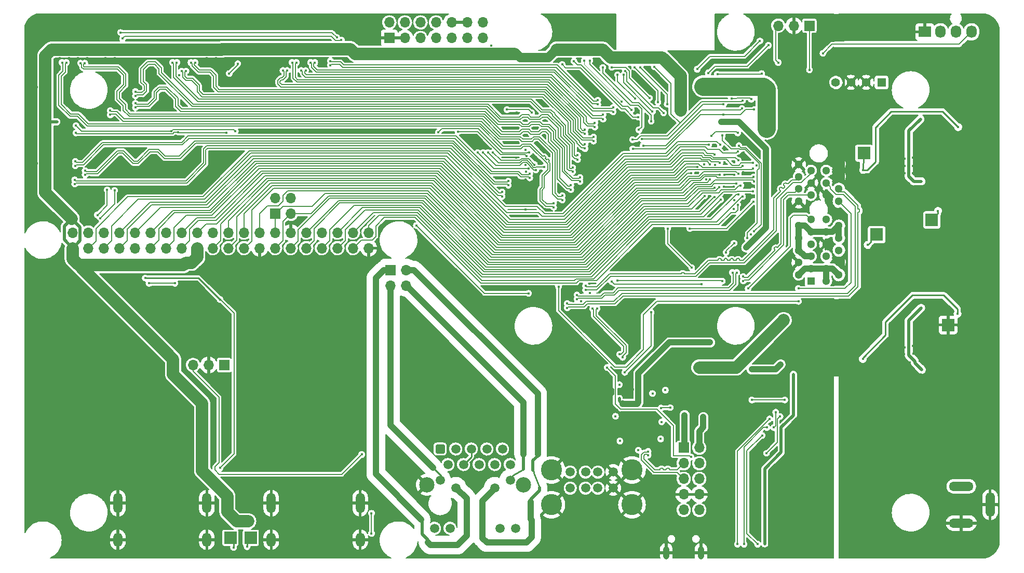
<source format=gbr>
G04 #@! TF.GenerationSoftware,KiCad,Pcbnew,(6.0.7)*
G04 #@! TF.CreationDate,2022-08-11T17:03:55+02:00*
G04 #@! TF.ProjectId,CM4IOv5,434d3449-4f76-4352-9e6b-696361645f70,rev?*
G04 #@! TF.SameCoordinates,Original*
G04 #@! TF.FileFunction,Copper,L4,Bot*
G04 #@! TF.FilePolarity,Positive*
%FSLAX46Y46*%
G04 Gerber Fmt 4.6, Leading zero omitted, Abs format (unit mm)*
G04 Created by KiCad (PCBNEW (6.0.7)) date 2022-08-11 17:03:55*
%MOMM*%
%LPD*%
G01*
G04 APERTURE LIST*
G04 Aperture macros list*
%AMRoundRect*
0 Rectangle with rounded corners*
0 $1 Rounding radius*
0 $2 $3 $4 $5 $6 $7 $8 $9 X,Y pos of 4 corners*
0 Add a 4 corners polygon primitive as box body*
4,1,4,$2,$3,$4,$5,$6,$7,$8,$9,$2,$3,0*
0 Add four circle primitives for the rounded corners*
1,1,$1+$1,$2,$3*
1,1,$1+$1,$4,$5*
1,1,$1+$1,$6,$7*
1,1,$1+$1,$8,$9*
0 Add four rect primitives between the rounded corners*
20,1,$1+$1,$2,$3,$4,$5,0*
20,1,$1+$1,$4,$5,$6,$7,0*
20,1,$1+$1,$6,$7,$8,$9,0*
20,1,$1+$1,$8,$9,$2,$3,0*%
G04 Aperture macros list end*
G04 #@! TA.AperFunction,ComponentPad*
%ADD10R,1.700000X1.700000*%
G04 #@! TD*
G04 #@! TA.AperFunction,ComponentPad*
%ADD11O,1.700000X1.700000*%
G04 #@! TD*
G04 #@! TA.AperFunction,ComponentPad*
%ADD12O,1.000000X2.150000*%
G04 #@! TD*
G04 #@! TA.AperFunction,ComponentPad*
%ADD13O,4.000000X1.500000*%
G04 #@! TD*
G04 #@! TA.AperFunction,ComponentPad*
%ADD14O,1.500000X4.000000*%
G04 #@! TD*
G04 #@! TA.AperFunction,ComponentPad*
%ADD15RoundRect,0.250500X-0.499500X-0.499500X0.499500X-0.499500X0.499500X0.499500X-0.499500X0.499500X0*%
G04 #@! TD*
G04 #@! TA.AperFunction,ComponentPad*
%ADD16C,1.500000*%
G04 #@! TD*
G04 #@! TA.AperFunction,ComponentPad*
%ADD17C,2.500000*%
G04 #@! TD*
G04 #@! TA.AperFunction,ComponentPad*
%ADD18O,1.500000X3.300000*%
G04 #@! TD*
G04 #@! TA.AperFunction,ComponentPad*
%ADD19O,1.500000X2.300000*%
G04 #@! TD*
G04 #@! TA.AperFunction,ComponentPad*
%ADD20C,3.450000*%
G04 #@! TD*
G04 #@! TA.AperFunction,ComponentPad*
%ADD21R,2.030000X1.730000*%
G04 #@! TD*
G04 #@! TA.AperFunction,ComponentPad*
%ADD22O,1.730000X2.030000*%
G04 #@! TD*
G04 #@! TA.AperFunction,ComponentPad*
%ADD23C,0.500000*%
G04 #@! TD*
G04 #@! TA.AperFunction,ComponentPad*
%ADD24R,1.408000X1.408000*%
G04 #@! TD*
G04 #@! TA.AperFunction,ComponentPad*
%ADD25C,1.408000*%
G04 #@! TD*
G04 #@! TA.AperFunction,ComponentPad*
%ADD26R,1.300000X1.300000*%
G04 #@! TD*
G04 #@! TA.AperFunction,ComponentPad*
%ADD27C,1.300000*%
G04 #@! TD*
G04 #@! TA.AperFunction,SMDPad,CuDef*
%ADD28R,2.000000X2.000000*%
G04 #@! TD*
G04 #@! TA.AperFunction,ViaPad*
%ADD29C,0.450000*%
G04 #@! TD*
G04 #@! TA.AperFunction,Conductor*
%ADD30C,0.500000*%
G04 #@! TD*
G04 #@! TA.AperFunction,Conductor*
%ADD31C,0.130000*%
G04 #@! TD*
G04 #@! TA.AperFunction,Conductor*
%ADD32C,1.000000*%
G04 #@! TD*
G04 #@! TA.AperFunction,Conductor*
%ADD33C,0.230000*%
G04 #@! TD*
G04 #@! TA.AperFunction,Conductor*
%ADD34C,0.127000*%
G04 #@! TD*
G04 #@! TA.AperFunction,Conductor*
%ADD35C,0.100000*%
G04 #@! TD*
G04 #@! TA.AperFunction,Conductor*
%ADD36C,0.700000*%
G04 #@! TD*
G04 #@! TA.AperFunction,Conductor*
%ADD37C,0.147000*%
G04 #@! TD*
G04 #@! TA.AperFunction,Conductor*
%ADD38C,2.000000*%
G04 #@! TD*
G04 #@! TA.AperFunction,Conductor*
%ADD39C,1.500000*%
G04 #@! TD*
G04 #@! TA.AperFunction,Conductor*
%ADD40C,3.000000*%
G04 #@! TD*
G04 #@! TA.AperFunction,Conductor*
%ADD41C,0.200000*%
G04 #@! TD*
G04 #@! TA.AperFunction,Conductor*
%ADD42C,0.254000*%
G04 #@! TD*
G04 APERTURE END LIST*
D10*
X112075000Y-127900000D03*
D11*
X109535000Y-127900000D03*
X106995000Y-127900000D03*
D10*
X87370000Y-108820000D03*
D11*
X87370000Y-106280000D03*
X89910000Y-108820000D03*
X89910000Y-106280000D03*
X92450000Y-108820000D03*
X92450000Y-106280000D03*
X94990000Y-108820000D03*
X94990000Y-106280000D03*
X97530000Y-108820000D03*
X97530000Y-106280000D03*
X100070000Y-108820000D03*
X100070000Y-106280000D03*
X102610000Y-108820000D03*
X102610000Y-106280000D03*
X105150000Y-108820000D03*
X105150000Y-106280000D03*
X107690000Y-108820000D03*
X107690000Y-106280000D03*
X110230000Y-108820000D03*
X110230000Y-106280000D03*
X112770000Y-108820000D03*
X112770000Y-106280000D03*
X115310000Y-108820000D03*
X115310000Y-106280000D03*
X117850000Y-108820000D03*
X117850000Y-106280000D03*
X120390000Y-108820000D03*
X120390000Y-106280000D03*
X122930000Y-108820000D03*
X122930000Y-106280000D03*
X125470000Y-108820000D03*
X125470000Y-106280000D03*
X128010000Y-108820000D03*
X128010000Y-106280000D03*
X130550000Y-108820000D03*
X130550000Y-106280000D03*
X133090000Y-108820000D03*
X133090000Y-106280000D03*
X135630000Y-108820000D03*
X135630000Y-106280000D03*
D10*
X187000000Y-141400000D03*
D11*
X189540000Y-141400000D03*
X187000000Y-143940000D03*
X189540000Y-143940000D03*
X187000000Y-146480000D03*
X189540000Y-146480000D03*
X187000000Y-149020000D03*
X189540000Y-149020000D03*
X187000000Y-151560000D03*
X189540000Y-151560000D03*
D10*
X139230000Y-112370000D03*
D11*
X141770000Y-112370000D03*
X139230000Y-114910000D03*
X141770000Y-114910000D03*
D12*
X184175000Y-158550000D03*
X189825000Y-158550000D03*
D13*
X232250000Y-147700000D03*
X232250000Y-153700000D03*
D14*
X236950000Y-150700000D03*
D15*
X147285000Y-141610000D03*
D16*
X148555000Y-144150000D03*
X149825000Y-141610000D03*
X151095000Y-144150000D03*
X152365000Y-141610000D03*
X153635000Y-144150000D03*
X154905000Y-141610000D03*
X156175000Y-144150000D03*
X157445000Y-141610000D03*
X158715000Y-144150000D03*
X147285000Y-146670000D03*
X149825000Y-147940000D03*
X156175000Y-147940000D03*
X158715000Y-146670000D03*
X146370000Y-154560000D03*
X148910000Y-154560000D03*
X157090000Y-154560000D03*
X159630000Y-154560000D03*
D17*
X145125000Y-147450000D03*
X160875000Y-147450000D03*
D18*
X134250000Y-150450000D03*
X119750000Y-150450000D03*
D19*
X119750000Y-156410000D03*
X134250000Y-156410000D03*
D18*
X109250000Y-150450000D03*
X94750000Y-150450000D03*
D19*
X94750000Y-156410000D03*
X109250000Y-156410000D03*
D16*
X168500000Y-145370000D03*
X171000000Y-145370000D03*
X173000000Y-145370000D03*
X175500000Y-145370000D03*
X168500000Y-147990000D03*
X171000000Y-147990000D03*
X173000000Y-147990000D03*
X175500000Y-147990000D03*
D20*
X165430000Y-150700000D03*
X178570000Y-150700000D03*
X165430000Y-145020000D03*
X178570000Y-145020000D03*
D21*
X226300000Y-73500000D03*
D22*
X228840000Y-73500000D03*
X231380000Y-73500000D03*
X233920000Y-73500000D03*
D23*
X227750000Y-94700000D03*
X227750000Y-96000000D03*
X229050000Y-94700000D03*
X229050000Y-96000000D03*
D24*
X219250000Y-81750000D03*
D25*
X216750000Y-81750000D03*
X214250000Y-81750000D03*
X211750000Y-81750000D03*
D10*
X120400000Y-103200000D03*
D11*
X120400000Y-100660000D03*
X122940000Y-103200000D03*
X122940000Y-100660000D03*
D10*
X139000000Y-74500000D03*
D11*
X139000000Y-71960000D03*
X141540000Y-74500000D03*
X141540000Y-71960000D03*
X144080000Y-74500000D03*
X144080000Y-71960000D03*
X146620000Y-74500000D03*
X146620000Y-71960000D03*
X149160000Y-74500000D03*
X149160000Y-71960000D03*
X151700000Y-74500000D03*
X151700000Y-71960000D03*
X154240000Y-74500000D03*
X154240000Y-71960000D03*
D10*
X207500000Y-72500000D03*
D11*
X204960000Y-72500000D03*
X202420000Y-72500000D03*
D23*
X229000000Y-126712500D03*
X229000000Y-125412500D03*
X227700000Y-125412500D03*
X227700000Y-126712500D03*
D26*
X207750000Y-114150000D03*
D27*
X205750000Y-113150000D03*
X207750000Y-112150000D03*
X205750000Y-111150000D03*
X207750000Y-110150000D03*
X205750000Y-109150000D03*
X207750000Y-108150000D03*
X205750000Y-107150000D03*
X207750000Y-106150000D03*
X205750000Y-105150000D03*
X207750000Y-104150000D03*
X205750000Y-101150000D03*
X207750000Y-100150000D03*
X205750000Y-99150000D03*
X207750000Y-98150000D03*
X205750000Y-97150000D03*
X207750000Y-96150000D03*
X205750000Y-95150000D03*
X210250000Y-114150000D03*
X212250000Y-113150000D03*
X210250000Y-112150000D03*
X212250000Y-111150000D03*
X210250000Y-110150000D03*
X212250000Y-109150000D03*
X210250000Y-108150000D03*
X212250000Y-107150000D03*
X210250000Y-106150000D03*
X212250000Y-105150000D03*
X210250000Y-104150000D03*
X212250000Y-101150000D03*
X210250000Y-100150000D03*
X212250000Y-99150000D03*
X210250000Y-98150000D03*
X212250000Y-97150000D03*
X210250000Y-96150000D03*
X212250000Y-95150000D03*
D28*
X218450000Y-106600000D03*
X227450000Y-104200000D03*
X230100000Y-121350000D03*
X216400000Y-93300000D03*
X116411606Y-156100000D03*
X113100000Y-156100000D03*
D29*
X117450000Y-72900000D03*
X224400000Y-124762500D03*
X232800000Y-126762500D03*
X233600000Y-127762500D03*
X232800000Y-125862500D03*
X232800000Y-127762500D03*
X233600000Y-128762500D03*
X232800000Y-128762500D03*
X223000000Y-127162500D03*
X233600000Y-125862500D03*
X232800000Y-124762500D03*
X231900000Y-125962500D03*
X231100000Y-125962500D03*
X233600000Y-124762500D03*
X233600000Y-123562500D03*
X232800000Y-123562500D03*
X223000000Y-125062500D03*
X223900000Y-127462500D03*
X225500000Y-124762500D03*
X225500000Y-127262500D03*
X222950000Y-126112500D03*
X231085000Y-127177500D03*
X224450000Y-126012500D03*
X231115000Y-124947500D03*
X233600000Y-126862500D03*
X204900000Y-138400000D03*
X213150000Y-134200000D03*
X193680000Y-157550000D03*
X224400000Y-95350000D03*
X230250000Y-132162500D03*
X226500000Y-132912500D03*
X226500000Y-131062500D03*
X230250000Y-131112500D03*
X230250000Y-130312500D03*
X226500000Y-132212500D03*
X230250000Y-132962500D03*
X226500000Y-130312500D03*
X223000000Y-128412500D03*
X167400000Y-118900000D03*
X169600000Y-95500000D03*
X175200000Y-115200000D03*
X193516744Y-98774022D03*
X207350000Y-156400000D03*
X175400000Y-131875000D03*
X124250000Y-80500000D03*
X161200000Y-90400000D03*
X107750000Y-77844990D03*
X158900000Y-89100000D03*
X96250000Y-74900000D03*
X169600000Y-96400000D03*
X170300000Y-114600000D03*
X141150000Y-134912500D03*
X159700000Y-94000000D03*
X193250000Y-133850000D03*
X93000000Y-122500000D03*
X129500000Y-151350000D03*
X224400000Y-94000000D03*
X106000000Y-151450000D03*
X88250000Y-77800000D03*
X169950000Y-78200000D03*
X122750000Y-80500000D03*
X130250000Y-77800000D03*
X187200000Y-105600000D03*
X192450000Y-71000000D03*
X171700000Y-116100000D03*
X232600000Y-95500000D03*
X125750000Y-77800000D03*
X110350000Y-133912500D03*
X221300000Y-94300000D03*
X156450000Y-132812500D03*
X178200000Y-79200000D03*
X220800000Y-112850000D03*
X103000000Y-148100000D03*
X193750000Y-146800000D03*
X198194979Y-103600000D03*
X208450000Y-158050000D03*
X236500000Y-122500000D03*
X171650000Y-90250000D03*
X208850000Y-146800000D03*
X101500000Y-148100000D03*
X209850000Y-85200000D03*
X182500000Y-131525000D03*
X225450000Y-125912500D03*
X98450000Y-147812500D03*
X106000000Y-148100000D03*
X106300000Y-79200000D03*
X192750000Y-79700000D03*
X194680000Y-155700000D03*
X169400000Y-98400000D03*
X91400000Y-104400000D03*
X121200000Y-80344990D03*
X112250000Y-79800000D03*
X123500000Y-151400000D03*
X223050000Y-98850000D03*
X177475000Y-137775000D03*
X179550000Y-92000000D03*
X162938528Y-86815411D03*
X172415000Y-126685000D03*
X101500000Y-157500000D03*
X97050000Y-84500000D03*
X94000000Y-72500000D03*
X169000000Y-117500000D03*
X179604000Y-139846000D03*
X191400000Y-158600000D03*
X204950000Y-115100000D03*
X176300000Y-125400000D03*
X190300000Y-95159958D03*
X224400000Y-98860010D03*
X171750000Y-89450000D03*
X226650000Y-101400000D03*
X144650000Y-131312500D03*
X178200000Y-126549990D03*
X195200000Y-96800000D03*
X166500000Y-101400000D03*
X85150000Y-79500000D03*
X159800000Y-103630010D03*
X121500000Y-72500000D03*
X86500000Y-157500000D03*
X86500000Y-72500000D03*
X168000000Y-78820010D03*
X173000000Y-137700000D03*
X164300655Y-102410010D03*
X226650000Y-99600000D03*
X103250000Y-77850000D03*
X181600000Y-143300000D03*
X167350000Y-117500000D03*
X180950000Y-131000000D03*
X198300000Y-98600000D03*
X183500000Y-85700000D03*
X173750000Y-84400000D03*
X168950000Y-116100000D03*
X126150000Y-79900000D03*
X159700000Y-91600000D03*
X178200000Y-88400000D03*
X175883000Y-135283000D03*
X225600000Y-96600000D03*
X171100000Y-97100000D03*
X213150000Y-139800000D03*
X131000000Y-148050000D03*
X231235000Y-96765000D03*
X175400000Y-132625000D03*
X193600000Y-100500000D03*
X223000000Y-96600000D03*
X236500000Y-132500000D03*
X167250000Y-115500000D03*
X98250000Y-86300000D03*
X226650000Y-100400000D03*
X232600000Y-94000000D03*
X236500000Y-77500000D03*
X190150000Y-79800000D03*
X81500000Y-72500000D03*
X94150000Y-87500000D03*
X214000000Y-155000000D03*
X131950000Y-143912500D03*
X123450000Y-143412500D03*
X152750000Y-157250000D03*
X167900000Y-100210010D03*
X171400000Y-118710010D03*
X181300000Y-79200000D03*
X209000000Y-72500000D03*
X198550000Y-142550000D03*
X225600000Y-95350000D03*
X128000000Y-151400000D03*
X81500000Y-152500000D03*
X123500000Y-148000000D03*
X225600000Y-94000000D03*
X197250000Y-105300000D03*
X109250000Y-77800000D03*
X156900000Y-99000000D03*
X114900000Y-151600000D03*
X112250000Y-77760009D03*
X161200000Y-100000000D03*
X149400000Y-137200000D03*
X164300000Y-88010010D03*
X87100000Y-89800000D03*
X233500000Y-94000000D03*
X161200000Y-98800000D03*
X162900000Y-98800000D03*
X121750000Y-146612500D03*
X94150000Y-85900000D03*
X195100000Y-90420010D03*
X161200000Y-97610010D03*
X206450000Y-117500000D03*
X197950000Y-106600000D03*
X196450000Y-112700000D03*
X174559486Y-133245488D03*
X88350000Y-90800000D03*
X110750000Y-77800000D03*
X233500000Y-98000000D03*
X114800000Y-148300000D03*
X126600000Y-119700000D03*
X210900000Y-158750000D03*
X115600000Y-138800000D03*
X98500000Y-151400000D03*
X196825453Y-91936823D03*
X199700000Y-75800000D03*
X200900000Y-138700000D03*
X175350000Y-71100000D03*
X236500000Y-112500000D03*
X161200000Y-102500000D03*
X87050000Y-97250000D03*
X180900000Y-87800000D03*
X203900000Y-127600000D03*
X174600000Y-87850000D03*
X107285000Y-123415000D03*
X198219139Y-100361721D03*
X194350000Y-113300000D03*
X171650000Y-114600000D03*
X166000000Y-71150000D03*
X196700000Y-96400000D03*
X178400000Y-125530032D03*
X112350000Y-142112500D03*
X220800000Y-113650000D03*
X173350000Y-89200000D03*
X174600000Y-87150000D03*
X209000000Y-132500000D03*
X90050000Y-97200000D03*
X131000000Y-151350000D03*
X90050000Y-95700000D03*
X162901867Y-93992530D03*
X124250000Y-77800000D03*
X193950000Y-108300000D03*
X182800000Y-86500000D03*
X89750000Y-77800000D03*
X223900000Y-128410010D03*
X94250000Y-77800000D03*
X92250000Y-99200000D03*
X191950000Y-76800000D03*
X225600000Y-98860010D03*
X173600000Y-118700000D03*
X125750000Y-79100000D03*
X164300000Y-90410010D03*
X81500000Y-130000000D03*
X129500000Y-148050000D03*
X104000000Y-72500000D03*
X173200000Y-88150000D03*
X232600000Y-98000000D03*
X151600000Y-137800000D03*
X173100000Y-91400000D03*
X183400000Y-137900000D03*
X237000000Y-142000000D03*
X106450000Y-137512500D03*
X196700000Y-102200000D03*
X154650000Y-121312500D03*
X200650000Y-80300000D03*
X162900000Y-103569990D03*
X224400000Y-96600000D03*
X175350000Y-72500000D03*
X161200000Y-95200000D03*
X162900000Y-91600000D03*
X176500000Y-157500000D03*
X185800000Y-136300000D03*
X233500000Y-99000000D03*
X208950000Y-139800000D03*
X174360000Y-141410000D03*
X231215000Y-93885000D03*
X112950000Y-131412500D03*
X214000000Y-157500000D03*
X193250000Y-135750000D03*
X161650000Y-127712500D03*
X127250000Y-77800000D03*
X106350000Y-80500000D03*
X104750000Y-79200000D03*
X161150000Y-115600000D03*
X196732552Y-94390137D03*
X85250000Y-77800000D03*
X173800000Y-85250000D03*
X236500000Y-157500000D03*
X81500000Y-102500000D03*
X92900000Y-87500000D03*
X169300000Y-99300000D03*
X183650000Y-105600000D03*
X88500000Y-97200000D03*
X127150000Y-139912500D03*
X234050000Y-145550000D03*
X87100000Y-98750000D03*
X193644988Y-92800000D03*
X104750000Y-80600000D03*
X94950000Y-99500000D03*
X233500000Y-95500000D03*
X99350000Y-145012500D03*
X176300000Y-127500000D03*
X159100000Y-124962500D03*
X122750000Y-77800000D03*
X129950000Y-128612500D03*
X161300000Y-96300000D03*
X183325000Y-131525000D03*
X173050000Y-90500000D03*
X88450000Y-94100000D03*
X222850000Y-136400000D03*
X179450000Y-86100000D03*
X114000000Y-72500000D03*
X175350000Y-73900000D03*
X154050000Y-130112500D03*
X157500000Y-85600000D03*
X134950000Y-141012500D03*
X230250000Y-99500000D03*
X121250000Y-77800000D03*
X193600000Y-105000000D03*
X171600000Y-92600000D03*
X183200000Y-140900000D03*
X154850000Y-115312500D03*
X187500000Y-131400000D03*
X88450000Y-98800000D03*
X181600000Y-131700000D03*
X172500000Y-78200000D03*
X81500000Y-95000000D03*
X112150000Y-116710010D03*
X195350000Y-112100000D03*
X81500000Y-142500000D03*
X146200000Y-89800000D03*
X232600000Y-99000000D03*
X213750000Y-85200000D03*
X104800000Y-90800000D03*
X225600000Y-129460010D03*
X117750000Y-128712500D03*
X224000000Y-157500000D03*
X107050000Y-147312500D03*
X182000000Y-142500000D03*
X87500000Y-88100000D03*
X171600000Y-91800000D03*
X236850000Y-94100000D03*
X200200000Y-140100000D03*
X182100000Y-84900000D03*
X195900000Y-131900000D03*
X196800000Y-93200000D03*
X195200000Y-94800000D03*
X104750000Y-77844990D03*
X179200000Y-90300000D03*
X126500000Y-151350000D03*
X197950000Y-157150000D03*
X149250000Y-126612500D03*
X199700000Y-142500000D03*
X131550000Y-135612500D03*
X162900000Y-101210010D03*
X155658314Y-75744990D03*
X187500000Y-129237500D03*
X182700000Y-119000000D03*
X223050000Y-97660010D03*
X178745999Y-131845999D03*
X155467559Y-137292894D03*
X122750000Y-79100000D03*
X177600000Y-139800000D03*
X206050000Y-158050000D03*
X124750000Y-128612500D03*
X155400000Y-139400000D03*
X166500000Y-102210010D03*
X170450000Y-94450000D03*
X184950000Y-76800000D03*
X167900000Y-101000000D03*
X114750000Y-89500000D03*
X131050000Y-74100000D03*
X230250000Y-101500000D03*
X118750000Y-135812500D03*
X195100000Y-103600000D03*
X170300000Y-93100000D03*
X182300000Y-158600000D03*
X103000000Y-90700000D03*
X198326926Y-96450546D03*
X164300000Y-85589990D03*
X230250000Y-102300000D03*
X192133781Y-95193358D03*
X187250000Y-76800000D03*
X154700000Y-92550000D03*
X230250000Y-100400000D03*
X174450000Y-85350000D03*
X148600000Y-89910010D03*
X88300000Y-79400000D03*
X213250000Y-146200000D03*
X221300000Y-96500000D03*
X207560000Y-144350000D03*
X154850000Y-116912500D03*
X103150000Y-79100000D03*
X149400000Y-139400000D03*
X86750000Y-77800000D03*
X201150000Y-156800000D03*
X174500000Y-79200000D03*
X103000000Y-151450000D03*
X170300000Y-116100000D03*
X162900000Y-99989990D03*
X226650000Y-102300000D03*
X114250000Y-77900000D03*
X175800000Y-87350000D03*
X189299680Y-96599671D03*
X96950000Y-82800000D03*
X181693000Y-137768000D03*
X236500000Y-72500000D03*
X231200000Y-95400000D03*
X201400000Y-137200000D03*
X161200000Y-88000000D03*
X166100000Y-74462500D03*
X159000000Y-97310010D03*
X181672000Y-135700000D03*
X162900000Y-89200000D03*
X128750000Y-77800000D03*
X195100000Y-85584990D03*
X233500000Y-92400000D03*
X221300000Y-95300000D03*
X87050000Y-91250000D03*
X134550000Y-123812500D03*
X94150000Y-74500000D03*
X81500000Y-82500000D03*
X104500000Y-148100000D03*
X110250000Y-144112500D03*
X223050000Y-95350000D03*
X99450000Y-115250000D03*
X159800000Y-86700000D03*
X87100000Y-94300000D03*
X205200000Y-77000000D03*
X92850000Y-85900000D03*
X101500000Y-151450000D03*
X109855000Y-118345000D03*
X125050000Y-135712500D03*
X233500000Y-96700000D03*
X192000000Y-92000000D03*
X232700000Y-92400000D03*
X161200000Y-85589990D03*
X108150000Y-78800000D03*
X223000000Y-129360010D03*
X171100000Y-98000000D03*
X196650000Y-114900000D03*
X103250000Y-140100000D03*
X177536000Y-135700000D03*
X175119153Y-92754991D03*
X170581263Y-143918737D03*
X162900000Y-97600000D03*
X232600000Y-96700000D03*
X81500000Y-115000000D03*
X193600000Y-96800000D03*
X92750000Y-77800000D03*
X128000000Y-148050000D03*
X155500000Y-92600000D03*
X234100000Y-144050000D03*
X220800000Y-112050000D03*
X163600000Y-157150000D03*
X86750000Y-79500000D03*
X161200000Y-92800000D03*
X126500000Y-148050000D03*
X128050000Y-72550000D03*
X164300000Y-92810010D03*
X191700000Y-136400000D03*
X98250000Y-82800000D03*
X87100000Y-95700000D03*
X157800000Y-101000000D03*
X189350000Y-76800000D03*
X124250000Y-79150000D03*
X91250000Y-77900000D03*
X198879990Y-95313931D03*
X170300000Y-117500000D03*
X191200000Y-100400000D03*
X175350000Y-75500000D03*
X153850000Y-92550000D03*
X195226569Y-101006627D03*
X175775000Y-141400000D03*
X202500000Y-77000000D03*
X104500000Y-151450000D03*
X88450000Y-95800000D03*
X143450000Y-105850000D03*
X98150000Y-84500000D03*
X193600000Y-94800000D03*
X174000000Y-127500000D03*
X159774984Y-101300004D03*
X196800000Y-90800000D03*
X209000000Y-122500000D03*
X223000000Y-94200000D03*
X179604000Y-135679000D03*
X190650063Y-97600882D03*
X168601867Y-118979990D03*
X195100000Y-92000000D03*
X121150000Y-79100000D03*
X220400000Y-135600000D03*
X198550000Y-144850000D03*
X195180800Y-98796776D03*
X189100000Y-111400000D03*
X224200000Y-129360010D03*
X153000000Y-137800000D03*
X105500000Y-85400000D03*
X196600000Y-101100000D03*
X192350000Y-75900000D03*
X157750000Y-98960010D03*
X87100000Y-92700000D03*
X106300000Y-77844990D03*
X96950000Y-86300000D03*
X127600000Y-79000000D03*
X195150000Y-102400000D03*
X181600000Y-139800000D03*
X195900000Y-130510010D03*
X104050000Y-114550000D03*
X99800000Y-114550000D03*
X225700000Y-118562500D03*
X225812500Y-128625000D03*
X216200000Y-126900000D03*
X217000000Y-108300000D03*
X231650000Y-119550000D03*
X228450000Y-102750000D03*
X157400000Y-100350000D03*
X87700000Y-98350000D03*
X87700000Y-97650000D03*
X157400000Y-99650000D03*
X89400000Y-96850000D03*
X158400000Y-98550000D03*
X158400000Y-97850000D03*
X89400000Y-96150000D03*
X161900000Y-97350000D03*
X87800000Y-95350000D03*
X87800000Y-94650000D03*
X161900000Y-96650000D03*
X161700000Y-116200000D03*
X182200000Y-79200000D03*
X196600000Y-84720010D03*
X143400000Y-105100000D03*
X178650000Y-91100000D03*
X170800000Y-78200000D03*
X176850000Y-84850000D03*
X168900000Y-95650000D03*
X97600000Y-83250000D03*
X168900000Y-96350000D03*
X97600000Y-83950000D03*
X170100000Y-97250000D03*
X97600000Y-85150000D03*
X97600000Y-85850000D03*
X170100000Y-97950000D03*
X89350000Y-78600000D03*
X168600000Y-98550000D03*
X88650000Y-78600000D03*
X168600000Y-99250000D03*
X167200000Y-100250000D03*
X93500000Y-86350000D03*
X167200000Y-100950000D03*
X93500000Y-87050000D03*
X165800000Y-101450000D03*
X86350000Y-78500000D03*
X165800000Y-102150000D03*
X85650000Y-78500000D03*
X103650000Y-78500000D03*
X169700000Y-94350000D03*
X169700000Y-93650000D03*
X104350000Y-78500000D03*
X105150000Y-79900000D03*
X170900000Y-92550000D03*
X170900000Y-91850000D03*
X105850000Y-79900000D03*
X106650000Y-78500000D03*
X172300000Y-91350000D03*
X107350000Y-78500000D03*
X172300000Y-90650000D03*
X173000000Y-84650000D03*
X129400000Y-78250000D03*
X173000000Y-85350000D03*
X129400000Y-78950000D03*
X126850000Y-78500000D03*
X175500000Y-85850000D03*
X175500000Y-86550000D03*
X126150000Y-78500000D03*
X125350000Y-79800000D03*
X173850000Y-87050000D03*
X124650000Y-79800000D03*
X173850000Y-87750000D03*
X123850000Y-78500000D03*
X172500000Y-88350000D03*
X123150000Y-78500000D03*
X172500000Y-89050000D03*
X170900000Y-89450000D03*
X122350000Y-79800000D03*
X170900000Y-90150000D03*
X121650000Y-79800000D03*
X201020010Y-136700000D03*
X195760000Y-157150000D03*
X202000000Y-135600000D03*
X201700000Y-138100000D03*
X200570010Y-138100000D03*
X196850000Y-157150000D03*
X199050000Y-157150000D03*
X199800000Y-139400000D03*
X196001924Y-92079994D03*
X198500000Y-106100000D03*
X200500000Y-142300000D03*
X202700000Y-136300000D03*
X192950000Y-91950000D03*
X191100000Y-91900000D03*
X192060347Y-93553326D03*
X195801924Y-93020006D03*
X195900000Y-94500000D03*
X192900000Y-94900000D03*
X198275038Y-94900000D03*
X191300000Y-95159967D03*
X189200000Y-95519989D03*
X196571159Y-95412331D03*
X198300000Y-95800000D03*
X188200000Y-96600000D03*
X192900000Y-96800000D03*
X195900000Y-96700000D03*
X191300000Y-97590984D03*
X198400000Y-97200000D03*
X198500000Y-97900000D03*
X192814650Y-98829922D03*
X190400000Y-100300000D03*
X196300000Y-98600000D03*
X192000000Y-100500000D03*
X198275018Y-99500000D03*
X195800000Y-101700000D03*
X195900000Y-100009990D03*
X196600000Y-100400000D03*
X155899999Y-93200001D03*
X162663238Y-95179940D03*
X155100000Y-93200000D03*
X164269990Y-95596020D03*
X154300000Y-93200000D03*
X162903625Y-96029406D03*
X153400000Y-93200000D03*
X161700000Y-95800000D03*
X174500000Y-128300000D03*
X188200000Y-142900000D03*
X194800000Y-84400000D03*
X181400000Y-84300000D03*
X198000000Y-84500000D03*
X175254910Y-79300000D03*
X181200000Y-142000000D03*
X181200000Y-142600000D03*
X209700000Y-77000000D03*
X161800000Y-93200000D03*
X147000000Y-89900000D03*
X158200000Y-86200000D03*
X162200000Y-86700000D03*
X93000000Y-99300000D03*
X91400000Y-103400000D03*
X191000000Y-80200000D03*
X177200000Y-80500000D03*
X95200000Y-73600000D03*
X200800000Y-75700000D03*
X181900000Y-86500000D03*
X130450000Y-74400000D03*
X150200000Y-89800000D03*
X161353008Y-93746992D03*
X195200000Y-108000000D03*
X193900000Y-109500000D03*
X177500000Y-79900000D03*
X189200000Y-79600000D03*
X94200000Y-99400000D03*
X95500000Y-74600000D03*
X199425000Y-74975000D03*
X131189949Y-74850000D03*
X183718779Y-86740611D03*
X91900000Y-103900000D03*
X195600000Y-98300000D03*
X192046881Y-98904712D03*
X180400000Y-92050000D03*
X196500000Y-86000000D03*
X181700000Y-119300000D03*
X177400000Y-129100000D03*
X193500000Y-85305009D03*
X188300000Y-112000000D03*
X184400000Y-105600000D03*
X180200000Y-91000000D03*
X197500000Y-115400000D03*
X193300000Y-114200000D03*
X176200000Y-114100000D03*
X196700000Y-114150000D03*
X169600000Y-116450000D03*
X194950000Y-112800000D03*
X115800000Y-157562500D03*
X113600000Y-157700000D03*
X196700000Y-113450000D03*
X169600000Y-117150000D03*
X195650000Y-112800000D03*
X183300000Y-134900000D03*
X184800000Y-134850000D03*
X171000000Y-114950000D03*
X171000000Y-115650000D03*
X205700000Y-117500000D03*
X166600000Y-115100000D03*
X205700000Y-115400000D03*
X207500000Y-79700000D03*
X193000000Y-100904756D03*
X176986750Y-134213250D03*
X191300000Y-124200000D03*
X96150000Y-76850000D03*
X179604000Y-141796000D03*
X176515500Y-131109500D03*
X184650000Y-124200000D03*
X202800000Y-127800000D03*
X105800000Y-111200000D03*
X179604000Y-133996000D03*
X183400000Y-137200000D03*
X195250000Y-88200000D03*
X197600000Y-108300000D03*
X193050000Y-88200000D03*
X132795001Y-76445001D03*
X176515500Y-133340500D03*
X198100000Y-128600000D03*
X184012500Y-132000000D03*
X114250000Y-76850000D03*
X187200000Y-86200000D03*
X186450000Y-86300000D03*
X183236290Y-139963710D03*
X84800000Y-88200000D03*
X197200000Y-108700000D03*
X116000000Y-153400000D03*
X183500000Y-77700000D03*
X181912500Y-132537500D03*
X175868000Y-136268000D03*
X176600000Y-140300000D03*
X200200000Y-144850000D03*
X200200000Y-157100000D03*
X204898661Y-129398661D03*
X168000000Y-118550000D03*
X168000000Y-117850000D03*
X198400000Y-101200000D03*
X136100000Y-155400000D03*
X188000000Y-105600000D03*
X136100000Y-152100000D03*
X225600000Y-87750000D03*
X225750000Y-97900000D03*
X190200000Y-136400000D03*
X189700000Y-138550000D03*
X187125000Y-138425000D03*
X187125000Y-136075000D03*
X112400000Y-90000000D03*
X104575000Y-89875000D03*
X87900000Y-90000000D03*
X112900000Y-80300000D03*
X87900000Y-88800000D03*
X113900000Y-89700000D03*
X103498133Y-89679990D03*
X114300000Y-78700000D03*
X178450000Y-86250000D03*
X169100000Y-78300000D03*
X171700000Y-78200000D03*
X179700000Y-89500000D03*
X182800000Y-85000000D03*
X179000000Y-79300000D03*
X179900000Y-79300000D03*
X184300000Y-85300000D03*
X193500000Y-87000000D03*
X198500000Y-86200000D03*
X178700000Y-92600000D03*
X134500000Y-142500000D03*
X199700000Y-80300000D03*
X192500000Y-80400000D03*
X167200000Y-78820010D03*
X179550000Y-87400000D03*
X191050000Y-81700000D03*
X189300000Y-127650000D03*
X190150000Y-81300000D03*
X203300000Y-121200000D03*
X191050000Y-82900000D03*
X200550000Y-88400000D03*
X216250000Y-96050000D03*
X111400000Y-117200000D03*
X202650000Y-120800000D03*
X203950000Y-120950000D03*
X231750000Y-89050000D03*
X201400000Y-89200000D03*
X200500000Y-89300000D03*
X189350000Y-129050000D03*
X201350000Y-88200000D03*
X99200000Y-113700000D03*
X190150000Y-82400000D03*
X190150000Y-83500000D03*
X200500000Y-85700000D03*
X189550000Y-128300000D03*
X111400000Y-144700000D03*
X203300000Y-120550000D03*
X200850000Y-90000000D03*
X179050000Y-84400000D03*
X176200000Y-80500000D03*
X173800000Y-79300000D03*
X181700000Y-88100000D03*
X195800000Y-90000000D03*
X191550000Y-90450000D03*
X189900000Y-114700000D03*
X175300000Y-114300000D03*
X177047488Y-126647488D03*
X172850000Y-118700000D03*
X172150000Y-118700000D03*
X176552512Y-126152512D03*
X202400000Y-78500000D03*
X193300000Y-90400000D03*
X198100000Y-133600000D03*
X197400000Y-107200000D03*
X203479990Y-133600000D03*
D30*
X182500000Y-131525000D02*
X183325000Y-131525000D01*
X175400000Y-131875000D02*
X175400000Y-132625000D01*
D31*
X99800000Y-114550000D02*
X104050000Y-114550000D01*
D30*
X223700000Y-120600000D02*
X223700000Y-126300000D01*
X223700000Y-126300000D02*
X224700000Y-127300000D01*
X224700000Y-127550000D02*
X225812500Y-128662500D01*
X225700000Y-118600000D02*
X223700000Y-120600000D01*
X224700000Y-127300000D02*
X224700000Y-127550000D01*
D32*
X206750000Y-110150000D02*
X205750000Y-109150000D01*
D33*
X231650000Y-118750000D02*
X229400000Y-116500000D01*
D32*
X206750000Y-105150000D02*
X207750000Y-106150000D01*
D33*
X229400000Y-116500000D02*
X224300000Y-116500000D01*
D32*
X212250000Y-107150000D02*
X212250000Y-105150000D01*
X211250000Y-106150000D02*
X212250000Y-105150000D01*
D33*
X216200000Y-126700000D02*
X216200000Y-126900000D01*
X217500000Y-107800000D02*
X217000000Y-108300000D01*
X219900000Y-120900000D02*
X219900000Y-123000000D01*
X217500000Y-107500000D02*
X217500000Y-107800000D01*
D32*
X205750000Y-109150000D02*
X205750000Y-105150000D01*
D33*
X224300000Y-116500000D02*
X219900000Y-120900000D01*
X231650000Y-119550000D02*
X231650000Y-118750000D01*
D32*
X210250000Y-106150000D02*
X211250000Y-106150000D01*
D33*
X219900000Y-123000000D02*
X216200000Y-126700000D01*
D32*
X207750000Y-106150000D02*
X210250000Y-106150000D01*
X205750000Y-105150000D02*
X206750000Y-105150000D01*
X207750000Y-110150000D02*
X206750000Y-110150000D01*
X205750000Y-113150000D02*
X206750000Y-112150000D01*
X210250000Y-112150000D02*
X211250000Y-112150000D01*
X207750000Y-112150000D02*
X210250000Y-112150000D01*
X210250000Y-114150000D02*
X210250000Y-112150000D01*
D33*
X228450000Y-102750000D02*
X228450000Y-103200000D01*
D32*
X211250000Y-112150000D02*
X212250000Y-113150000D01*
X206750000Y-112150000D02*
X207750000Y-112150000D01*
D34*
X156721298Y-100190000D02*
X157240000Y-100190000D01*
X105978702Y-98190000D02*
X109090000Y-95078702D01*
X149021298Y-92490000D02*
X156721298Y-100190000D01*
X109378702Y-92490000D02*
X149021298Y-92490000D01*
X87700000Y-98350000D02*
X87860000Y-98190000D01*
X157240000Y-100190000D02*
X157400000Y-100350000D01*
X87860000Y-98190000D02*
X105978702Y-98190000D01*
X109090000Y-95078702D02*
X109090000Y-92778702D01*
X109090000Y-92778702D02*
X109378702Y-92490000D01*
X108710000Y-92621298D02*
X109221298Y-92110000D01*
X109221298Y-92110000D02*
X149178702Y-92110000D01*
X105821298Y-97810000D02*
X108710000Y-94921298D01*
X149178702Y-92110000D02*
X156878702Y-99810000D01*
X87700000Y-97650000D02*
X87860000Y-97810000D01*
X157240000Y-99810000D02*
X157400000Y-99650000D01*
X87860000Y-97810000D02*
X105821298Y-97810000D01*
X108710000Y-94921298D02*
X108710000Y-92621298D01*
X156878702Y-99810000D02*
X157240000Y-99810000D01*
X95521298Y-93290000D02*
X94828702Y-93290000D01*
X149321298Y-91690000D02*
X107428702Y-91690000D01*
X107428702Y-91690000D02*
X104928702Y-94190000D01*
X158240000Y-98390000D02*
X156021298Y-98390000D01*
X98078702Y-94990000D02*
X97221298Y-94990000D01*
X104928702Y-94190000D02*
X102321298Y-94190000D01*
X89560000Y-96690000D02*
X89400000Y-96850000D01*
X94828702Y-93290000D02*
X91428702Y-96690000D01*
X101221298Y-93090000D02*
X99978702Y-93090000D01*
X99978702Y-93090000D02*
X98078702Y-94990000D01*
X97221298Y-94990000D02*
X95521298Y-93290000D01*
X102321298Y-94190000D02*
X101221298Y-93090000D01*
X156021298Y-98390000D02*
X149321298Y-91690000D01*
X158400000Y-98550000D02*
X158240000Y-98390000D01*
X91428702Y-96690000D02*
X89560000Y-96690000D01*
X158400000Y-97850000D02*
X158240000Y-98010000D01*
X102478702Y-93810000D02*
X101378702Y-92710000D01*
X97921298Y-94610000D02*
X97378702Y-94610000D01*
X97378702Y-94610000D02*
X95678702Y-92910000D01*
X156178702Y-98010000D02*
X149478702Y-91310000D01*
X89560000Y-96310000D02*
X89400000Y-96150000D01*
X107271298Y-91310000D02*
X104771298Y-93810000D01*
X149478702Y-91310000D02*
X107271298Y-91310000D01*
X158240000Y-98010000D02*
X156178702Y-98010000D01*
X91271298Y-96310000D02*
X89560000Y-96310000D01*
X104771298Y-93810000D02*
X102478702Y-93810000D01*
X99821298Y-92710000D02*
X97921298Y-94610000D01*
X101378702Y-92710000D02*
X99821298Y-92710000D01*
X94671298Y-92910000D02*
X91271298Y-96310000D01*
X95678702Y-92910000D02*
X94671298Y-92910000D01*
X89128702Y-95190000D02*
X92378702Y-91940000D01*
X87800000Y-95350000D02*
X87960000Y-95190000D01*
X155521298Y-96690000D02*
X159921298Y-96690000D01*
X87960000Y-95190000D02*
X89128702Y-95190000D01*
X159921298Y-96690000D02*
X160421298Y-97190000D01*
X105278702Y-91940000D02*
X106328702Y-90890000D01*
X161740000Y-97190000D02*
X161900000Y-97350000D01*
X92378702Y-91940000D02*
X105278702Y-91940000D01*
X106328702Y-90890000D02*
X149721298Y-90890000D01*
X160421298Y-97190000D02*
X161740000Y-97190000D01*
X149721298Y-90890000D02*
X155521298Y-96690000D01*
X87960000Y-94810000D02*
X88971298Y-94810000D01*
X88971298Y-94810000D02*
X92221298Y-91560000D01*
X160078702Y-96310000D02*
X160578702Y-96810000D01*
X87800000Y-94650000D02*
X87960000Y-94810000D01*
X106171298Y-90510000D02*
X149878702Y-90510000D01*
X161740000Y-96810000D02*
X161900000Y-96650000D01*
X105121298Y-91560000D02*
X106171298Y-90510000D01*
X92221298Y-91560000D02*
X105121298Y-91560000D01*
X149878702Y-90510000D02*
X155678702Y-96310000D01*
X160578702Y-96810000D02*
X161740000Y-96810000D01*
X155678702Y-96310000D02*
X160078702Y-96310000D01*
D31*
X184900000Y-81900000D02*
X182200000Y-79200000D01*
X154500000Y-116200000D02*
X161700000Y-116200000D01*
X196600000Y-84720010D02*
X196435011Y-84884999D01*
X184900000Y-86900000D02*
X186400000Y-88400000D01*
X179368198Y-91100000D02*
X178650000Y-91100000D01*
X143400000Y-105100000D02*
X154500000Y-116200000D01*
X189915001Y-84884999D02*
X186400000Y-88400000D01*
X184300000Y-90500000D02*
X179968198Y-90500000D01*
X184900000Y-86900000D02*
X184900000Y-81900000D01*
X179968198Y-90500000D02*
X179368198Y-91100000D01*
X196435011Y-84884999D02*
X189915001Y-84884999D01*
X186400000Y-88400000D02*
X184300000Y-90500000D01*
D35*
X170800000Y-78200000D02*
X170800000Y-78800000D01*
X170800000Y-78800000D02*
X176850000Y-84850000D01*
D34*
X99060000Y-83021298D02*
X98671298Y-83410000D01*
X163821298Y-87010000D02*
X163421298Y-87410000D01*
X99571298Y-78410000D02*
X98510000Y-79471298D01*
X100878702Y-78410000D02*
X99571298Y-78410000D01*
X97760000Y-83410000D02*
X97600000Y-83250000D01*
X164878702Y-87010000D02*
X163821298Y-87010000D01*
X98671298Y-83410000D02*
X97760000Y-83410000D01*
X161678702Y-87010000D02*
X160621298Y-87010000D01*
X98510000Y-79471298D02*
X98510000Y-81728702D01*
X166940000Y-90571298D02*
X166940000Y-89071298D01*
X166940000Y-89071298D02*
X164878702Y-87010000D01*
X163421298Y-87410000D02*
X162078702Y-87410000D01*
X162078702Y-87410000D02*
X161678702Y-87010000D01*
X99060000Y-82278702D02*
X99060000Y-83021298D01*
X160621298Y-87010000D02*
X160221298Y-87410000D01*
X155078702Y-85310000D02*
X106978702Y-85310000D01*
X168900000Y-95650000D02*
X168740000Y-95810000D01*
X168740000Y-95810000D02*
X168478702Y-95810000D01*
X168390000Y-92021298D02*
X166940000Y-90571298D01*
X106978702Y-85310000D02*
X101840000Y-80171298D01*
X98510000Y-81728702D02*
X99060000Y-82278702D01*
X157178702Y-87410000D02*
X155078702Y-85310000D01*
X101840000Y-80171298D02*
X101840000Y-79371298D01*
X101840000Y-79371298D02*
X100878702Y-78410000D01*
X160221298Y-87410000D02*
X157178702Y-87410000D01*
X168478702Y-95810000D02*
X168390000Y-95721298D01*
X168390000Y-95721298D02*
X168390000Y-92021298D01*
X97760000Y-83790000D02*
X97600000Y-83950000D01*
X98890000Y-81571298D02*
X99440000Y-82121298D01*
X168010000Y-92178702D02*
X166560000Y-90728702D01*
X161521298Y-87390000D02*
X160778702Y-87390000D01*
X168010000Y-95878702D02*
X168010000Y-92178702D01*
X160778702Y-87390000D02*
X160378702Y-87790000D01*
X168740000Y-96190000D02*
X168321298Y-96190000D01*
X168321298Y-96190000D02*
X168010000Y-95878702D01*
X101460000Y-79528702D02*
X100721298Y-78790000D01*
X99440000Y-82121298D02*
X99440000Y-83178702D01*
X163978702Y-87390000D02*
X163578702Y-87790000D01*
X99728702Y-78790000D02*
X98890000Y-79628702D01*
X98890000Y-79628702D02*
X98890000Y-81571298D01*
X100721298Y-78790000D02*
X99728702Y-78790000D01*
X160378702Y-87790000D02*
X157021298Y-87790000D01*
X161921298Y-87790000D02*
X161521298Y-87390000D01*
X166560000Y-90728702D02*
X166560000Y-89228702D01*
X154921298Y-85690000D02*
X106821298Y-85690000D01*
X98828702Y-83790000D02*
X97760000Y-83790000D01*
X168900000Y-96350000D02*
X168740000Y-96190000D01*
X157021298Y-87790000D02*
X154921298Y-85690000D01*
X164721298Y-87390000D02*
X163978702Y-87390000D01*
X99440000Y-83178702D02*
X98828702Y-83790000D01*
X163578702Y-87790000D02*
X161921298Y-87790000D01*
X106821298Y-85690000D02*
X101460000Y-80328702D01*
X101460000Y-80328702D02*
X101460000Y-79528702D01*
X166560000Y-89228702D02*
X164721298Y-87390000D01*
X100660000Y-83321298D02*
X100660000Y-84321298D01*
X166140000Y-89671298D02*
X165078702Y-88610000D01*
X104540000Y-85521298D02*
X104540000Y-84321298D01*
X165078702Y-88610000D02*
X163978702Y-88610000D01*
X167590000Y-92371298D02*
X166140000Y-90921298D01*
X167590000Y-96121298D02*
X167590000Y-92371298D01*
X154778702Y-86110000D02*
X105128702Y-86110000D01*
X101471298Y-82510000D02*
X100660000Y-83321298D01*
X169940000Y-97410000D02*
X168878702Y-97410000D01*
X168878702Y-97410000D02*
X167590000Y-96121298D01*
X105128702Y-86110000D02*
X104540000Y-85521298D01*
X156878702Y-88210000D02*
X154778702Y-86110000D01*
X161621298Y-88610000D02*
X160778702Y-88610000D01*
X99671298Y-85310000D02*
X97760000Y-85310000D01*
X160378702Y-88210000D02*
X156878702Y-88210000D01*
X163978702Y-88610000D02*
X163578702Y-88210000D01*
X97760000Y-85310000D02*
X97600000Y-85150000D01*
X162021298Y-88210000D02*
X161621298Y-88610000D01*
X102728702Y-82510000D02*
X101471298Y-82510000D01*
X163578702Y-88210000D02*
X162021298Y-88210000D01*
X100660000Y-84321298D02*
X99671298Y-85310000D01*
X166140000Y-90921298D02*
X166140000Y-89671298D01*
X104540000Y-84321298D02*
X102728702Y-82510000D01*
X160778702Y-88610000D02*
X160378702Y-88210000D01*
X170100000Y-97250000D02*
X169940000Y-97410000D01*
X170100000Y-97950000D02*
X169940000Y-97790000D01*
X97760000Y-85690000D02*
X97600000Y-85850000D01*
X104971298Y-86490000D02*
X104160000Y-85678702D01*
X104160000Y-85678702D02*
X104160000Y-84478702D01*
X156721298Y-88590000D02*
X154621298Y-86490000D01*
X163821298Y-88990000D02*
X163421298Y-88590000D01*
X167210000Y-92528702D02*
X165760000Y-91078702D01*
X168721298Y-97790000D02*
X167210000Y-96278702D01*
X165760000Y-91078702D02*
X165760000Y-89828702D01*
X161778702Y-88990000D02*
X160621298Y-88990000D01*
X101040000Y-84478702D02*
X99828702Y-85690000D01*
X101040000Y-83478702D02*
X101040000Y-84478702D01*
X104160000Y-84478702D02*
X102571298Y-82890000D01*
X102571298Y-82890000D02*
X101628702Y-82890000D01*
X154621298Y-86490000D02*
X104971298Y-86490000D01*
X167210000Y-96278702D02*
X167210000Y-92528702D01*
X162178702Y-88590000D02*
X161778702Y-88990000D01*
X160621298Y-88990000D02*
X160221298Y-88590000D01*
X165760000Y-89828702D02*
X164921298Y-88990000D01*
X99828702Y-85690000D02*
X97760000Y-85690000D01*
X160221298Y-88590000D02*
X156721298Y-88590000D01*
X164921298Y-88990000D02*
X163821298Y-88990000D01*
X163421298Y-88590000D02*
X162178702Y-88590000D01*
X101628702Y-82890000D02*
X101040000Y-83478702D01*
X169940000Y-97790000D02*
X168721298Y-97790000D01*
X166790000Y-97321298D02*
X166790000Y-92721298D01*
X94990000Y-84371298D02*
X94990000Y-83328702D01*
X168440000Y-98710000D02*
X168178702Y-98710000D01*
X168178702Y-98710000D02*
X166790000Y-97321298D01*
X162178702Y-89810000D02*
X161778702Y-89410000D01*
X96040000Y-82278702D02*
X96040000Y-80421298D01*
X157378702Y-89810000D02*
X154478702Y-86910000D01*
X168600000Y-98550000D02*
X168440000Y-98710000D01*
X160221298Y-89810000D02*
X157378702Y-89810000D01*
X96728702Y-86910000D02*
X95990000Y-86171298D01*
X95990000Y-86171298D02*
X95990000Y-85371298D01*
X161778702Y-89410000D02*
X160621298Y-89410000D01*
X164678702Y-89410000D02*
X163721298Y-89410000D01*
X163321298Y-89810000D02*
X162178702Y-89810000D01*
X89190000Y-79121298D02*
X89190000Y-78760000D01*
X166790000Y-92721298D02*
X165340000Y-91271298D01*
X154478702Y-86910000D02*
X96728702Y-86910000D01*
X165340000Y-91271298D02*
X165340000Y-90071298D01*
X89278702Y-79210000D02*
X89190000Y-79121298D01*
X94990000Y-83328702D02*
X96040000Y-82278702D01*
X163721298Y-89410000D02*
X163321298Y-89810000D01*
X95990000Y-85371298D02*
X94990000Y-84371298D01*
X165340000Y-90071298D02*
X164678702Y-89410000D01*
X160621298Y-89410000D02*
X160221298Y-89810000D01*
X96040000Y-80421298D02*
X94828702Y-79210000D01*
X94828702Y-79210000D02*
X89278702Y-79210000D01*
X89190000Y-78760000D02*
X89350000Y-78600000D01*
X164960000Y-91428702D02*
X164960000Y-90228702D01*
X164960000Y-90228702D02*
X164521298Y-89790000D01*
X88810000Y-79278702D02*
X88810000Y-78760000D01*
X161621298Y-89790000D02*
X160778702Y-89790000D01*
X95660000Y-82121298D02*
X95660000Y-80578702D01*
X163878702Y-89790000D02*
X163478702Y-90190000D01*
X94610000Y-84528702D02*
X94610000Y-83171298D01*
X88810000Y-78760000D02*
X88650000Y-78600000D01*
X166410000Y-97478702D02*
X166410000Y-92878702D01*
X164521298Y-89790000D02*
X163878702Y-89790000D01*
X168600000Y-99250000D02*
X168440000Y-99090000D01*
X94610000Y-83171298D02*
X95660000Y-82121298D01*
X154321298Y-87290000D02*
X96571298Y-87290000D01*
X168440000Y-99090000D02*
X168021298Y-99090000D01*
X95610000Y-86328702D02*
X95610000Y-85528702D01*
X160778702Y-89790000D02*
X160378702Y-90190000D01*
X160378702Y-90190000D02*
X157221298Y-90190000D01*
X96571298Y-87290000D02*
X95610000Y-86328702D01*
X162021298Y-90190000D02*
X161621298Y-89790000D01*
X95610000Y-85528702D02*
X94610000Y-84528702D01*
X94671298Y-79590000D02*
X89121298Y-79590000D01*
X95660000Y-80578702D02*
X94671298Y-79590000D01*
X168021298Y-99090000D02*
X166410000Y-97478702D01*
X166410000Y-92878702D02*
X164960000Y-91428702D01*
X163478702Y-90190000D02*
X162021298Y-90190000D01*
X157221298Y-90190000D02*
X154321298Y-87290000D01*
X89121298Y-79590000D02*
X88810000Y-79278702D01*
X167200000Y-100250000D02*
X167040000Y-100410000D01*
X157078702Y-90610000D02*
X154178702Y-87710000D01*
X94578702Y-86510000D02*
X93660000Y-86510000D01*
X162521298Y-90610000D02*
X162121298Y-91010000D01*
X162121298Y-91010000D02*
X160778702Y-91010000D01*
X167040000Y-100410000D02*
X166578702Y-100410000D01*
X160778702Y-91010000D02*
X160378702Y-90610000D01*
X160378702Y-90610000D02*
X157078702Y-90610000D01*
X95778702Y-87710000D02*
X94578702Y-86510000D01*
X163478702Y-90610000D02*
X162521298Y-90610000D01*
X93660000Y-86510000D02*
X93500000Y-86350000D01*
X166578702Y-100410000D02*
X165990000Y-99821298D01*
X165990000Y-99821298D02*
X165990000Y-93121298D01*
X154178702Y-87710000D02*
X95778702Y-87710000D01*
X165990000Y-93121298D02*
X163478702Y-90610000D01*
X167200000Y-100950000D02*
X167040000Y-100790000D01*
X160621298Y-91390000D02*
X160221298Y-90990000D01*
X93660000Y-86890000D02*
X93500000Y-87050000D01*
X167040000Y-100790000D02*
X166421298Y-100790000D01*
X163321298Y-90990000D02*
X162678702Y-90990000D01*
X165610000Y-93278702D02*
X163321298Y-90990000D01*
X94421298Y-86890000D02*
X93660000Y-86890000D01*
X165610000Y-99978702D02*
X165610000Y-93278702D01*
X154021298Y-88090000D02*
X95621298Y-88090000D01*
X162278702Y-91390000D02*
X160621298Y-91390000D01*
X95621298Y-88090000D02*
X94421298Y-86890000D01*
X156921298Y-90990000D02*
X154021298Y-88090000D01*
X160221298Y-90990000D02*
X156921298Y-90990000D01*
X162678702Y-90990000D02*
X162278702Y-91390000D01*
X166421298Y-100790000D02*
X165610000Y-99978702D01*
X164906400Y-94288576D02*
X164928284Y-94306028D01*
X85490000Y-85321298D02*
X87078702Y-86910000D01*
X164773392Y-94288576D02*
X164798611Y-94276431D01*
X160321298Y-92210000D02*
X160721298Y-91810000D01*
X85490000Y-80728702D02*
X85490000Y-85321298D01*
X164504490Y-93920802D02*
X164504490Y-93948793D01*
X87078702Y-86910000D02*
X88328702Y-86910000D01*
X164596615Y-94323480D02*
X164621834Y-94335625D01*
X164729623Y-94323480D02*
X164773392Y-94288576D01*
X164315495Y-93710745D02*
X164340714Y-93722890D01*
X165063948Y-94459198D02*
X165070176Y-94486488D01*
X88328702Y-86910000D02*
X89928702Y-88510000D01*
X164649124Y-94341853D02*
X164677115Y-94341853D01*
X165016898Y-94743764D02*
X165034351Y-94765649D01*
X164998525Y-94663265D02*
X164998525Y-94691256D01*
X164798611Y-94276431D02*
X164825901Y-94270203D01*
X164451212Y-94045070D02*
X164439067Y-94070289D01*
X86350000Y-78500000D02*
X86190000Y-78660000D01*
X164853892Y-94270203D02*
X164881181Y-94276431D01*
X165063948Y-94541768D02*
X165051803Y-94566987D01*
X164704404Y-94335625D02*
X164729623Y-94323480D01*
X164574731Y-94306028D02*
X164596615Y-94323480D01*
X164486117Y-93868293D02*
X164498262Y-93893512D01*
X164030929Y-93757794D02*
X164056148Y-93769939D01*
X164439067Y-94152859D02*
X164451212Y-94178078D01*
X163940000Y-100871298D02*
X164678702Y-101610000D01*
X165004753Y-94718545D02*
X165016898Y-94743764D01*
X165190000Y-94921298D02*
X165190000Y-96178702D01*
X165640000Y-101610000D02*
X165800000Y-101450000D01*
X165051803Y-94566987D02*
X165016898Y-94610756D01*
X164498262Y-93976082D02*
X164486117Y-94001301D01*
X160721298Y-91810000D02*
X162078702Y-91810000D01*
X164504490Y-93948793D02*
X164498262Y-93976082D01*
X164340714Y-93722890D02*
X164362598Y-93740342D01*
X165070176Y-94486488D02*
X165070176Y-94514479D01*
X86190000Y-78660000D02*
X86190000Y-80028702D01*
X164881181Y-94276431D02*
X164906400Y-94288576D01*
X164678702Y-101610000D02*
X165640000Y-101610000D01*
X164825901Y-94270203D02*
X164853892Y-94270203D01*
X153878702Y-88510000D02*
X157578702Y-92210000D01*
X165051803Y-94433979D02*
X165063948Y-94459198D01*
X164432839Y-94097579D02*
X164432839Y-94125570D01*
X164621834Y-94335625D02*
X164649124Y-94341853D01*
X164290000Y-97078702D02*
X164290000Y-98978702D01*
X165004753Y-94635975D02*
X164998525Y-94663265D01*
X89928702Y-88510000D02*
X153878702Y-88510000D01*
X164439067Y-94070289D02*
X164432839Y-94097579D01*
X164260215Y-93704517D02*
X164288206Y-93704517D01*
X164451212Y-94178078D02*
X164468665Y-94199963D01*
X164290000Y-98978702D02*
X163940000Y-99328702D01*
X164362598Y-93740342D02*
X164468665Y-93846409D01*
X164998525Y-94691256D02*
X165004753Y-94718545D01*
X164207706Y-93722890D02*
X164232925Y-93710745D01*
X164468665Y-94199963D02*
X164574731Y-94306028D01*
X163940000Y-99328702D02*
X163940000Y-100871298D01*
X164468665Y-93846409D02*
X164486117Y-93868293D01*
X164009045Y-93740342D02*
X164030929Y-93757794D01*
X164111429Y-93776167D02*
X164138718Y-93769939D01*
X164163937Y-93757794D02*
X164207706Y-93722890D01*
X165034351Y-94412095D02*
X165051803Y-94433979D01*
X157578702Y-92210000D02*
X160321298Y-92210000D01*
X164928284Y-94306028D02*
X165034351Y-94412095D01*
X164677115Y-94341853D02*
X164704404Y-94335625D01*
X164083438Y-93776167D02*
X164111429Y-93776167D01*
X165070176Y-94514479D02*
X165063948Y-94541768D01*
X164056148Y-93769939D02*
X164083438Y-93776167D01*
X162078702Y-91810000D02*
X164009045Y-93740342D01*
X164232925Y-93710745D02*
X164260215Y-93704517D01*
X164498262Y-93893512D02*
X164504490Y-93920802D01*
X86190000Y-80028702D02*
X85490000Y-80728702D01*
X164486117Y-94001301D02*
X164451212Y-94045070D01*
X164432839Y-94125570D02*
X164439067Y-94152859D01*
X164288206Y-93704517D02*
X164315495Y-93710745D01*
X165016898Y-94610756D02*
X165004753Y-94635975D01*
X165034351Y-94765649D02*
X165190000Y-94921298D01*
X164138718Y-93769939D02*
X164163937Y-93757794D01*
X165190000Y-96178702D02*
X164290000Y-97078702D01*
X85110000Y-85478702D02*
X86921298Y-87290000D01*
X163560000Y-99171298D02*
X163560000Y-101028702D01*
X160878702Y-92190000D02*
X161921298Y-92190000D01*
X163910000Y-96921298D02*
X163910000Y-98821298D01*
X163560000Y-101028702D02*
X164521298Y-101990000D01*
X157421298Y-92590000D02*
X160478702Y-92590000D01*
X88171298Y-87290000D02*
X89771298Y-88890000D01*
X161921298Y-92190000D02*
X164810000Y-95078702D01*
X164521298Y-101990000D02*
X165640000Y-101990000D01*
X165640000Y-101990000D02*
X165800000Y-102150000D01*
X85650000Y-78500000D02*
X85810000Y-78660000D01*
X153721298Y-88890000D02*
X157421298Y-92590000D01*
X86921298Y-87290000D02*
X88171298Y-87290000D01*
X160478702Y-92590000D02*
X160878702Y-92190000D01*
X164810000Y-96021298D02*
X163910000Y-96921298D01*
X89771298Y-88890000D02*
X153721298Y-88890000D01*
X163910000Y-98821298D02*
X163560000Y-99171298D01*
X85810000Y-78660000D02*
X85810000Y-79871298D01*
X85110000Y-80571298D02*
X85110000Y-85478702D01*
X164810000Y-95078702D02*
X164810000Y-96021298D01*
X85810000Y-79871298D02*
X85110000Y-80571298D01*
X168810000Y-93778702D02*
X169221298Y-94190000D01*
X162021298Y-84890000D02*
X163721298Y-86590000D01*
X168810000Y-93778702D02*
X168810000Y-91828702D01*
X103650000Y-78500000D02*
X103810000Y-78660000D01*
X167360000Y-90378702D02*
X167360000Y-88928702D01*
X168810000Y-91828702D02*
X167360000Y-90378702D01*
X103810000Y-80878702D02*
X107821298Y-84890000D01*
X107821298Y-84890000D02*
X162021298Y-84890000D01*
X163721298Y-86590000D02*
X165221298Y-86590000D01*
X169221298Y-94190000D02*
X169540000Y-94190000D01*
X103810000Y-78660000D02*
X103810000Y-80878702D01*
X165610000Y-87178702D02*
X165610000Y-86978702D01*
X167360000Y-88928702D02*
X165610000Y-87178702D01*
X169540000Y-94190000D02*
X169700000Y-94350000D01*
X165610000Y-86978702D02*
X165221298Y-86590000D01*
X104190000Y-78660000D02*
X104190000Y-80721298D01*
X165990000Y-87021298D02*
X165990000Y-86821298D01*
X104190000Y-80721298D02*
X107978702Y-84510000D01*
X107978702Y-84510000D02*
X162178702Y-84510000D01*
X162178702Y-84510000D02*
X163878702Y-86210000D01*
X169540000Y-93810000D02*
X169700000Y-93650000D01*
X167740000Y-90221298D02*
X167740000Y-88771298D01*
X167740000Y-88771298D02*
X165990000Y-87021298D01*
X169190000Y-93621298D02*
X169190000Y-91671298D01*
X169378702Y-93810000D02*
X169540000Y-93810000D01*
X104350000Y-78500000D02*
X104190000Y-78660000D01*
X163878702Y-86210000D02*
X165378702Y-86210000D01*
X165990000Y-86821298D02*
X165378702Y-86210000D01*
X169190000Y-91671298D02*
X167740000Y-90221298D01*
X169190000Y-93621298D02*
X169378702Y-93810000D01*
X169610000Y-91678702D02*
X170321298Y-92390000D01*
X107660000Y-83278702D02*
X108471298Y-84090000D01*
X169610000Y-91478702D02*
X169610000Y-91678702D01*
X105150000Y-79900000D02*
X105310000Y-80060000D01*
X105310000Y-80928702D02*
X105821298Y-81440000D01*
X168160000Y-90028702D02*
X169610000Y-91478702D01*
X106771298Y-81440000D02*
X107660000Y-82328702D01*
X107660000Y-82328702D02*
X107660000Y-83278702D01*
X164021298Y-84090000D02*
X168160000Y-88228702D01*
X108471298Y-84090000D02*
X164021298Y-84090000D01*
X168160000Y-88228702D02*
X168160000Y-90028702D01*
X105821298Y-81440000D02*
X106771298Y-81440000D01*
X105310000Y-80060000D02*
X105310000Y-80928702D01*
X170740000Y-92390000D02*
X170900000Y-92550000D01*
X170321298Y-92390000D02*
X170740000Y-92390000D01*
X105978702Y-81060000D02*
X106928702Y-81060000D01*
X169990000Y-91521298D02*
X170478702Y-92010000D01*
X170740000Y-92010000D02*
X170900000Y-91850000D01*
X108040000Y-82171298D02*
X108040000Y-83121298D01*
X169990000Y-91321298D02*
X169990000Y-91521298D01*
X170478702Y-92010000D02*
X170740000Y-92010000D01*
X164178702Y-83710000D02*
X168540000Y-88071298D01*
X168540000Y-88071298D02*
X168540000Y-89871298D01*
X168540000Y-89871298D02*
X169990000Y-91321298D01*
X105690000Y-80771298D02*
X105978702Y-81060000D01*
X105690000Y-80060000D02*
X105690000Y-80771298D01*
X108628702Y-83710000D02*
X164178702Y-83710000D01*
X106928702Y-81060000D02*
X108040000Y-82171298D01*
X105850000Y-79900000D02*
X105690000Y-80060000D01*
X108040000Y-83121298D02*
X108628702Y-83710000D01*
X107871298Y-80090000D02*
X106810000Y-79028702D01*
X168960000Y-89678702D02*
X168960000Y-87928702D01*
X106810000Y-79028702D02*
X106810000Y-78660000D01*
X164321298Y-83290000D02*
X111121298Y-83290000D01*
X170471298Y-91190000D02*
X168960000Y-89678702D01*
X109721298Y-80090000D02*
X107871298Y-80090000D01*
X110360000Y-80728702D02*
X109721298Y-80090000D01*
X110360000Y-82528702D02*
X110360000Y-80728702D01*
X172300000Y-91350000D02*
X172140000Y-91190000D01*
X106810000Y-78660000D02*
X106650000Y-78500000D01*
X168960000Y-87928702D02*
X164321298Y-83290000D01*
X172140000Y-91190000D02*
X170471298Y-91190000D01*
X111121298Y-83290000D02*
X110360000Y-82528702D01*
X110740000Y-80571298D02*
X109878702Y-79710000D01*
X164478702Y-82910000D02*
X111278702Y-82910000D01*
X169340000Y-87771298D02*
X164478702Y-82910000D01*
X172300000Y-90650000D02*
X172140000Y-90810000D01*
X170628702Y-90810000D02*
X169340000Y-89521298D01*
X169340000Y-89521298D02*
X169340000Y-87771298D01*
X108028702Y-79710000D02*
X107190000Y-78871298D01*
X172140000Y-90810000D02*
X170628702Y-90810000D01*
X111278702Y-82910000D02*
X110740000Y-82371298D01*
X107190000Y-78871298D02*
X107190000Y-78660000D01*
X109878702Y-79710000D02*
X108028702Y-79710000D01*
X107190000Y-78660000D02*
X107350000Y-78500000D01*
X110740000Y-82371298D02*
X110740000Y-80571298D01*
X129560000Y-78410000D02*
X129400000Y-78250000D01*
X166378702Y-78910000D02*
X131578702Y-78910000D01*
X172278702Y-84810000D02*
X166378702Y-78910000D01*
X172840000Y-84810000D02*
X172278702Y-84810000D01*
X131078702Y-78410000D02*
X129560000Y-78410000D01*
X173000000Y-84650000D02*
X172840000Y-84810000D01*
X131578702Y-78910000D02*
X131078702Y-78410000D01*
X172121298Y-85190000D02*
X166221298Y-79290000D01*
X172840000Y-85190000D02*
X172121298Y-85190000D01*
X173000000Y-85350000D02*
X172840000Y-85190000D01*
X129560000Y-78790000D02*
X129400000Y-78950000D01*
X131421298Y-79290000D02*
X130921298Y-78790000D01*
X166221298Y-79290000D02*
X131421298Y-79290000D01*
X130921298Y-78790000D02*
X129560000Y-78790000D01*
X126690000Y-78660000D02*
X126850000Y-78500000D01*
X126690000Y-79121298D02*
X126690000Y-78660000D01*
X172278702Y-86010000D02*
X165978702Y-79710000D01*
X127278702Y-79710000D02*
X126690000Y-79121298D01*
X175500000Y-85850000D02*
X175340000Y-86010000D01*
X165978702Y-79710000D02*
X127278702Y-79710000D01*
X175340000Y-86010000D02*
X172278702Y-86010000D01*
X165821298Y-80090000D02*
X127121298Y-80090000D01*
X126310000Y-79278702D02*
X126310000Y-78660000D01*
X175340000Y-86390000D02*
X172121298Y-86390000D01*
X126310000Y-78660000D02*
X126150000Y-78500000D01*
X172121298Y-86390000D02*
X165821298Y-80090000D01*
X127121298Y-80090000D02*
X126310000Y-79278702D01*
X175500000Y-86550000D02*
X175340000Y-86390000D01*
X172178702Y-87210000D02*
X173690000Y-87210000D01*
X125350000Y-79800000D02*
X125190000Y-79960000D01*
X125190000Y-79960000D02*
X125190000Y-80221298D01*
X125478702Y-80510000D02*
X165478702Y-80510000D01*
X173690000Y-87210000D02*
X173850000Y-87050000D01*
X165478702Y-80510000D02*
X172178702Y-87210000D01*
X125190000Y-80221298D02*
X125478702Y-80510000D01*
X124810000Y-79960000D02*
X124810000Y-80378702D01*
X165321298Y-80890000D02*
X172021298Y-87590000D01*
X124810000Y-80378702D02*
X125321298Y-80890000D01*
X124650000Y-79800000D02*
X124810000Y-79960000D01*
X173690000Y-87590000D02*
X173850000Y-87750000D01*
X172021298Y-87590000D02*
X173690000Y-87590000D01*
X125321298Y-80890000D02*
X165321298Y-80890000D01*
X171090000Y-88121298D02*
X171090000Y-87321298D01*
X171478702Y-88510000D02*
X171090000Y-88121298D01*
X172500000Y-88350000D02*
X172340000Y-88510000D01*
X123690000Y-78660000D02*
X123850000Y-78500000D01*
X124078702Y-81310000D02*
X123690000Y-80921298D01*
X171090000Y-87321298D02*
X165078702Y-81310000D01*
X172340000Y-88510000D02*
X171478702Y-88510000D01*
X165078702Y-81310000D02*
X124078702Y-81310000D01*
X123690000Y-80921298D02*
X123690000Y-78660000D01*
X123310000Y-78660000D02*
X123150000Y-78500000D01*
X172500000Y-89050000D02*
X172340000Y-88890000D01*
X170710000Y-87478702D02*
X164921298Y-81690000D01*
X170710000Y-88278702D02*
X170710000Y-87478702D01*
X164921298Y-81690000D02*
X123921298Y-81690000D01*
X123310000Y-81078702D02*
X123310000Y-78660000D01*
X171321298Y-88890000D02*
X170710000Y-88278702D01*
X123921298Y-81690000D02*
X123310000Y-81078702D01*
X172340000Y-88890000D02*
X171321298Y-88890000D01*
X170528702Y-89610000D02*
X170140000Y-89221298D01*
X122190000Y-79960000D02*
X122190000Y-80828702D01*
X121190000Y-81578702D02*
X121428702Y-81340000D01*
X121478702Y-82110000D02*
X121190000Y-81821298D01*
X170140000Y-87471298D02*
X164778702Y-82110000D01*
X164778702Y-82110000D02*
X121478702Y-82110000D01*
X170900000Y-89450000D02*
X170740000Y-89610000D01*
X122350000Y-79800000D02*
X122190000Y-79960000D01*
X170140000Y-89221298D02*
X170140000Y-87471298D01*
X121678702Y-81340000D02*
X121428702Y-81340000D01*
X122190000Y-80828702D02*
X121678702Y-81340000D01*
X121190000Y-81821298D02*
X121190000Y-81578702D01*
X170740000Y-89610000D02*
X170528702Y-89610000D01*
X169760000Y-89378702D02*
X169760000Y-87628702D01*
X170900000Y-90150000D02*
X170740000Y-89990000D01*
X169760000Y-87628702D02*
X164621298Y-82490000D01*
X121810000Y-79960000D02*
X121810000Y-80671298D01*
X121521298Y-80960000D02*
X121271298Y-80960000D01*
X121321298Y-82490000D02*
X120810000Y-81978702D01*
X164621298Y-82490000D02*
X121321298Y-82490000D01*
X121810000Y-80671298D02*
X121521298Y-80960000D01*
X120810000Y-81978702D02*
X120810000Y-81421298D01*
X120810000Y-81421298D02*
X121271298Y-80960000D01*
X170371298Y-89990000D02*
X169760000Y-89378702D01*
X121650000Y-79800000D02*
X121810000Y-79960000D01*
X170740000Y-89990000D02*
X170371298Y-89990000D01*
D31*
X195760000Y-141960010D02*
X201020010Y-136700000D01*
X195760000Y-157150000D02*
X195760000Y-141960010D01*
X201700000Y-138100000D02*
X202000000Y-137800000D01*
X202000000Y-137800000D02*
X202000000Y-135600000D01*
X196850000Y-141250000D02*
X200000000Y-138100000D01*
X200000000Y-138100000D02*
X200570010Y-138100000D01*
X196850000Y-157150000D02*
X196850000Y-141250000D01*
X197300000Y-155400000D02*
X199050000Y-157150000D01*
X197300000Y-155400000D02*
X197300000Y-141900000D01*
X197300000Y-141900000D02*
X199800000Y-139400000D01*
X198500000Y-106100000D02*
X199660010Y-104939990D01*
X197107700Y-92439989D02*
X196361919Y-92439989D01*
X196361919Y-92439989D02*
X196001924Y-92079994D01*
X199660010Y-94992299D02*
X197107700Y-92439989D01*
X199660010Y-104939990D02*
X199660010Y-94992299D01*
X202260011Y-140539989D02*
X200500000Y-142300000D01*
X202260011Y-136739989D02*
X202260011Y-140539989D01*
X202700000Y-136300000D02*
X202260011Y-136739989D01*
X89910000Y-108870000D02*
X91150000Y-107630000D01*
X167262584Y-103200000D02*
X177112584Y-93350000D01*
X177112584Y-93350000D02*
X184050000Y-93350000D01*
X164300000Y-103200000D02*
X167262584Y-103200000D01*
X186024999Y-91375001D02*
X192375001Y-91375001D01*
X91150000Y-105600000D02*
X96350000Y-100400000D01*
X163100000Y-102000000D02*
X164300000Y-103200000D01*
X148800000Y-92900000D02*
X157900000Y-102000000D01*
X108650000Y-100400000D02*
X116150000Y-92900000D01*
X157900000Y-102000000D02*
X163100000Y-102000000D01*
X96350000Y-100400000D02*
X108650000Y-100400000D01*
X192375001Y-91375001D02*
X192950000Y-91950000D01*
X184050000Y-93350000D02*
X186024999Y-91375001D01*
X91150000Y-107630000D02*
X91150000Y-105600000D01*
X116150000Y-92900000D02*
X148800000Y-92900000D01*
X163900000Y-103600000D02*
X167500000Y-103600000D01*
X93700000Y-107620000D02*
X93700000Y-105200000D01*
X108850000Y-100850000D02*
X116400000Y-93300000D01*
X184200000Y-93800000D02*
X186100000Y-91900000D01*
X177300000Y-93800000D02*
X184200000Y-93800000D01*
X116400000Y-93300000D02*
X148500000Y-93300000D01*
X148500000Y-93300000D02*
X158200000Y-103000000D01*
X163300000Y-103000000D02*
X163900000Y-103600000D01*
X158200000Y-103000000D02*
X163300000Y-103000000D01*
X93700000Y-105200000D02*
X98050000Y-100850000D01*
X98050000Y-100850000D02*
X108850000Y-100850000D01*
X186100000Y-91900000D02*
X191100000Y-91900000D01*
X92450000Y-108870000D02*
X93700000Y-107620000D01*
X167500000Y-103600000D02*
X177300000Y-93800000D01*
X177600000Y-94700000D02*
X184700000Y-94700000D01*
X109250000Y-101750000D02*
X116800000Y-94200000D01*
X96300000Y-107560000D02*
X96300000Y-105700000D01*
X191856938Y-93349917D02*
X192060347Y-93553326D01*
X186600000Y-92800000D02*
X190300166Y-92800000D01*
X116800000Y-94200000D02*
X148000000Y-94200000D01*
X190300166Y-92800000D02*
X190850083Y-93349917D01*
X94990000Y-108870000D02*
X96300000Y-107560000D01*
X184700000Y-94700000D02*
X186600000Y-92800000D01*
X96300000Y-105700000D02*
X100250000Y-101750000D01*
X158400000Y-104600000D02*
X167700000Y-104600000D01*
X167700000Y-104600000D02*
X177600000Y-94700000D01*
X190850083Y-93349917D02*
X191856938Y-93349917D01*
X148000000Y-94200000D02*
X158400000Y-104600000D01*
X100250000Y-101750000D02*
X109250000Y-101750000D01*
X186400000Y-92300000D02*
X190500000Y-92300000D01*
X158640001Y-104140001D02*
X167559999Y-104140001D01*
X195576925Y-93245005D02*
X195801924Y-93020006D01*
X192800000Y-92700000D02*
X193345005Y-93245005D01*
X167559999Y-104140001D02*
X177450000Y-94250000D01*
X190500000Y-92300000D02*
X190900000Y-92700000D01*
X177450000Y-94250000D02*
X184450000Y-94250000D01*
X193345005Y-93245005D02*
X195576925Y-93245005D01*
X109050000Y-101300000D02*
X116550000Y-93800000D01*
X190900000Y-92700000D02*
X192800000Y-92700000D01*
X116550000Y-93800000D02*
X148300000Y-93800000D01*
X184450000Y-94250000D02*
X186400000Y-92300000D01*
X100020000Y-101300000D02*
X109050000Y-101300000D01*
X148300000Y-93800000D02*
X158640001Y-104140001D01*
X94990000Y-106330000D02*
X100020000Y-101300000D01*
X101660000Y-102200000D02*
X109500000Y-102200000D01*
X158200000Y-105000000D02*
X167900000Y-105000000D01*
X186700000Y-93300000D02*
X190140146Y-93300000D01*
X97530000Y-106330000D02*
X101660000Y-102200000D01*
X191461746Y-93679927D02*
X191825146Y-94043327D01*
X109500000Y-102200000D02*
X117100000Y-94600000D01*
X184850000Y-95150000D02*
X186700000Y-93300000D01*
X190520073Y-93679927D02*
X191461746Y-93679927D01*
X195443327Y-94043327D02*
X195900000Y-94500000D01*
X117100000Y-94600000D02*
X147800000Y-94600000D01*
X190140146Y-93300000D02*
X190520073Y-93679927D01*
X177750000Y-95150000D02*
X184850000Y-95150000D01*
X147800000Y-94600000D02*
X158200000Y-105000000D01*
X167900000Y-105000000D02*
X177750000Y-95150000D01*
X191825146Y-94043327D02*
X195443327Y-94043327D01*
X117450000Y-95500000D02*
X109900000Y-103050000D01*
X104000000Y-103050000D02*
X101400000Y-105650000D01*
X178050000Y-96050000D02*
X185150000Y-96050000D01*
X101400000Y-105650000D02*
X101400000Y-107540000D01*
X117600000Y-95400000D02*
X147400000Y-95400000D01*
X189700000Y-94100000D02*
X189939947Y-94339947D01*
X117450000Y-95500000D02*
X117500000Y-95500000D01*
X157800000Y-105800000D02*
X168300000Y-105800000D01*
X187100000Y-94100000D02*
X189700000Y-94100000D01*
X109900000Y-103050000D02*
X104000000Y-103050000D01*
X168300000Y-105800000D02*
X178050000Y-96050000D01*
X101400000Y-107540000D02*
X100070000Y-108870000D01*
X185150000Y-96050000D02*
X187100000Y-94100000D01*
X191188356Y-94339947D02*
X191551757Y-94703348D01*
X191551757Y-94703348D02*
X192703346Y-94703346D01*
X117500000Y-95500000D02*
X117600000Y-95400000D01*
X189939947Y-94339947D02*
X191188356Y-94339947D01*
X192703346Y-94703346D02*
X192900000Y-94900000D01*
X147400000Y-95400000D02*
X157800000Y-105800000D01*
X185000000Y-95600000D02*
X186900000Y-93700000D01*
X193929997Y-94309999D02*
X194909999Y-95290001D01*
X186900000Y-93700000D02*
X189880126Y-93700000D01*
X195968285Y-95290001D02*
X196358286Y-94900000D01*
X190190063Y-94009937D02*
X191325050Y-94009937D01*
X191325050Y-94009937D02*
X191625112Y-94309999D01*
X168100000Y-105400000D02*
X177900000Y-95600000D01*
X100070000Y-106330000D02*
X103750000Y-102650000D01*
X177900000Y-95600000D02*
X185000000Y-95600000D01*
X189880126Y-93700000D02*
X190190063Y-94009937D01*
X147600000Y-95000000D02*
X158000000Y-105400000D01*
X103750000Y-102650000D02*
X109700000Y-102650000D01*
X158000000Y-105400000D02*
X168100000Y-105400000D01*
X191625112Y-94309999D02*
X193929997Y-94309999D01*
X109700000Y-102650000D02*
X117350000Y-95000000D01*
X196358286Y-94900000D02*
X198275038Y-94900000D01*
X194909999Y-95290001D02*
X195968285Y-95290001D01*
X117350000Y-95000000D02*
X147600000Y-95000000D01*
X178200000Y-96500000D02*
X185300000Y-96500000D01*
X105950000Y-103450000D02*
X110100000Y-103450000D01*
X190809990Y-94669957D02*
X191300000Y-95159967D01*
X102610000Y-108870000D02*
X103900000Y-107580000D01*
X103900000Y-105500000D02*
X105950000Y-103450000D01*
X110100000Y-103450000D02*
X117750000Y-95800000D01*
X103900000Y-107580000D02*
X103900000Y-105500000D01*
X147200000Y-95800000D02*
X157650000Y-106250000D01*
X157650000Y-106250000D02*
X168450000Y-106250000D01*
X187130043Y-94669957D02*
X190809990Y-94669957D01*
X185300000Y-96500000D02*
X187130043Y-94669957D01*
X117750000Y-95800000D02*
X147200000Y-95800000D01*
X168450000Y-106250000D02*
X178200000Y-96500000D01*
X106400000Y-107620000D02*
X106400000Y-105700000D01*
X168800000Y-107100000D02*
X178600000Y-97300000D01*
X178600000Y-97300000D02*
X185700000Y-97300000D01*
X185700000Y-97300000D02*
X187480011Y-95519989D01*
X118400000Y-96600000D02*
X146800000Y-96600000D01*
X146800000Y-96600000D02*
X157300000Y-107100000D01*
X110725000Y-104275000D02*
X118400000Y-96600000D01*
X157300000Y-107100000D02*
X168800000Y-107100000D01*
X106400000Y-105700000D02*
X107825000Y-104275000D01*
X187480011Y-95519989D02*
X189200000Y-95519989D01*
X105150000Y-108870000D02*
X106400000Y-107620000D01*
X107825000Y-104275000D02*
X110725000Y-104275000D01*
X118100000Y-96200000D02*
X147000000Y-96200000D01*
X107630000Y-103850000D02*
X110450000Y-103850000D01*
X178400000Y-96900000D02*
X185500000Y-96900000D01*
X187390003Y-95009997D02*
X189409997Y-95009997D01*
X168600000Y-106700000D02*
X178400000Y-96900000D01*
X105150000Y-106330000D02*
X107630000Y-103850000D01*
X190037330Y-95637330D02*
X196346160Y-95637330D01*
X185500000Y-96900000D02*
X187390003Y-95009997D01*
X189409997Y-95009997D02*
X190037330Y-95637330D01*
X147000000Y-96200000D02*
X157500000Y-106700000D01*
X157500000Y-106700000D02*
X168600000Y-106700000D01*
X196346160Y-95637330D02*
X196571159Y-95412331D01*
X110450000Y-103850000D02*
X118100000Y-96200000D01*
X178800000Y-97700000D02*
X185900000Y-97700000D01*
X169000000Y-107500000D02*
X178800000Y-97700000D01*
X198120013Y-95979987D02*
X198300000Y-95800000D01*
X118700000Y-97000000D02*
X146600000Y-97000000D01*
X146600000Y-97000000D02*
X157100000Y-107500000D01*
X187620013Y-95979987D02*
X198120013Y-95979987D01*
X110840000Y-104860000D02*
X118700000Y-97000000D01*
X157100000Y-107500000D02*
X169000000Y-107500000D01*
X109160000Y-104860000D02*
X110840000Y-104860000D01*
X107690000Y-106330000D02*
X109160000Y-104860000D01*
X185900000Y-97700000D02*
X187620013Y-95979987D01*
X111500000Y-107600000D02*
X111500000Y-104900000D01*
X187600000Y-96600000D02*
X188200000Y-96600000D01*
X156900000Y-107900000D02*
X169200000Y-107900000D01*
X186100000Y-98100000D02*
X187600000Y-96600000D01*
X169200000Y-107900000D02*
X179000000Y-98100000D01*
X146400000Y-97400000D02*
X156900000Y-107900000D01*
X110230000Y-108870000D02*
X111500000Y-107600000D01*
X179000000Y-98100000D02*
X186100000Y-98100000D01*
X111500000Y-104900000D02*
X119000000Y-97400000D01*
X119000000Y-97400000D02*
X146400000Y-97400000D01*
X146000000Y-98200000D02*
X156500000Y-108700000D01*
X179300000Y-99000000D02*
X186400000Y-99000000D01*
X114100000Y-103700000D02*
X119600000Y-98200000D01*
X187969310Y-97430690D02*
X189628347Y-97430690D01*
X189628347Y-97430690D02*
X190259037Y-96800000D01*
X119600000Y-98200000D02*
X146000000Y-98200000D01*
X112770000Y-108870000D02*
X114100000Y-107540000D01*
X114100000Y-107540000D02*
X114100000Y-103700000D01*
X190259037Y-96800000D02*
X192900000Y-96800000D01*
X169600000Y-108700000D02*
X179300000Y-99000000D01*
X156500000Y-108700000D02*
X169600000Y-108700000D01*
X186400000Y-99000000D02*
X187969310Y-97430690D01*
X187709999Y-97090001D02*
X189502330Y-97090001D01*
X189502330Y-97090001D02*
X190282333Y-96309998D01*
X119300000Y-97800000D02*
X146200000Y-97800000D01*
X146200000Y-97800000D02*
X156700000Y-108300000D01*
X186250000Y-98550000D02*
X187709999Y-97090001D01*
X179150000Y-98550000D02*
X186250000Y-98550000D01*
X112770000Y-106330000D02*
X112770000Y-104330000D01*
X169400000Y-108300000D02*
X179150000Y-98550000D01*
X190282333Y-96309998D02*
X195509998Y-96309998D01*
X112770000Y-104330000D02*
X119300000Y-97800000D01*
X195509998Y-96309998D02*
X195900000Y-96700000D01*
X156700000Y-108300000D02*
X169400000Y-108300000D01*
X190800101Y-98090883D02*
X191300000Y-97590984D01*
X186900000Y-99800000D02*
X188609117Y-98090883D01*
X116550000Y-102600000D02*
X120150000Y-99000000D01*
X156100000Y-109500000D02*
X170000000Y-109500000D01*
X170000000Y-109500000D02*
X179700000Y-99800000D01*
X145600000Y-99000000D02*
X156100000Y-109500000D01*
X179700000Y-99800000D02*
X186900000Y-99800000D01*
X115310000Y-108870000D02*
X116550000Y-107630000D01*
X188609117Y-98090883D02*
X190800101Y-98090883D01*
X120150000Y-99000000D02*
X145600000Y-99000000D01*
X116550000Y-107630000D02*
X116550000Y-102600000D01*
X198275001Y-97324999D02*
X198400000Y-97200000D01*
X115310000Y-106330000D02*
X115310000Y-103190000D01*
X145800000Y-98600000D02*
X156300000Y-109100000D01*
X179500000Y-99400000D02*
X186600000Y-99400000D01*
X192524999Y-97324999D02*
X198275001Y-97324999D01*
X115310000Y-103190000D02*
X119900000Y-98600000D01*
X119900000Y-98600000D02*
X145800000Y-98600000D01*
X189765042Y-97760701D02*
X190424761Y-97100982D01*
X186600000Y-99400000D02*
X188239299Y-97760701D01*
X156300000Y-109100000D02*
X169800000Y-109100000D01*
X192300982Y-97100982D02*
X192524999Y-97324999D01*
X188239299Y-97760701D02*
X189765042Y-97760701D01*
X169800000Y-109100000D02*
X179500000Y-99400000D01*
X190424761Y-97100982D02*
X192300982Y-97100982D01*
X191347890Y-98444018D02*
X192116907Y-97675001D01*
X170200000Y-109900000D02*
X179850000Y-100250000D01*
X155800000Y-109900000D02*
X170200000Y-109900000D01*
X120900000Y-101900000D02*
X121650000Y-101150000D01*
X121650000Y-100200000D02*
X122430011Y-99419989D01*
X192116907Y-97675001D02*
X198275001Y-97675001D01*
X145319989Y-99419989D02*
X155800000Y-109900000D01*
X179850000Y-100250000D02*
X187050000Y-100250000D01*
X117850000Y-103200000D02*
X119150000Y-101900000D01*
X188855982Y-98444018D02*
X191347890Y-98444018D01*
X122430011Y-99419989D02*
X145319989Y-99419989D01*
X119150000Y-101900000D02*
X120900000Y-101900000D01*
X198275001Y-97675001D02*
X198500000Y-97900000D01*
X117850000Y-106280000D02*
X117850000Y-103200000D01*
X187050000Y-100250000D02*
X188855982Y-98444018D01*
X121650000Y-101150000D02*
X121650000Y-100200000D01*
X129314810Y-100660022D02*
X144760020Y-100660020D01*
X170800000Y-111100000D02*
X180350000Y-101550000D01*
X189765948Y-99434052D02*
X192210520Y-99434052D01*
X155200000Y-111100000D02*
X170800000Y-111100000D01*
X180350000Y-101550000D02*
X187650000Y-101550000D01*
X124150000Y-107650000D02*
X124150000Y-105824832D01*
X144760020Y-100660020D02*
X155200000Y-111100000D01*
X187650000Y-101550000D02*
X189765948Y-99434052D01*
X192210520Y-99434052D02*
X192814650Y-98829922D01*
X122930000Y-108870000D02*
X124150000Y-107650000D01*
X124150000Y-105824832D02*
X129314810Y-100660022D01*
X180700000Y-102400000D02*
X188300000Y-102400000D01*
X125470000Y-108870000D02*
X126750000Y-107590000D01*
X171200000Y-111900000D02*
X180700000Y-102400000D01*
X126750000Y-107590000D02*
X126750000Y-105599664D01*
X188300000Y-102400000D02*
X190400000Y-100300000D01*
X154800000Y-111900000D02*
X171200000Y-111900000D01*
X144320042Y-101420042D02*
X154800000Y-111900000D01*
X126750000Y-105599664D02*
X130929622Y-101420042D01*
X130929622Y-101420042D02*
X144320042Y-101420042D01*
X130709969Y-101040031D02*
X144540031Y-101040031D01*
X187800000Y-102000000D02*
X190035941Y-99764059D01*
X125470000Y-106280000D02*
X130709969Y-101040031D01*
X180500000Y-102000000D02*
X187800000Y-102000000D01*
X155000000Y-111500000D02*
X171000000Y-111500000D01*
X195295025Y-99286777D02*
X195981802Y-98600000D01*
X171000000Y-111500000D02*
X180500000Y-102000000D01*
X190035941Y-99764059D02*
X192669235Y-99764059D01*
X192669235Y-99764059D02*
X193146517Y-99286777D01*
X144540031Y-101040031D02*
X155000000Y-111500000D01*
X193146517Y-99286777D02*
X195295025Y-99286777D01*
X195981802Y-98600000D02*
X196300000Y-98600000D01*
X180850000Y-102850000D02*
X189550000Y-102850000D01*
X171400000Y-112300000D02*
X180850000Y-102850000D01*
X154600000Y-112300000D02*
X171400000Y-112300000D01*
X191900000Y-100500000D02*
X192000000Y-100500000D01*
X129300000Y-107580000D02*
X129300000Y-105787080D01*
X144100052Y-101800052D02*
X154600000Y-112300000D01*
X133287028Y-101800052D02*
X144100052Y-101800052D01*
X128010000Y-108870000D02*
X129300000Y-107580000D01*
X189550000Y-102850000D02*
X191900000Y-100500000D01*
X129300000Y-105787080D02*
X133287028Y-101800052D01*
X130550000Y-106280000D02*
X134630000Y-102200000D01*
X189850000Y-103250000D02*
X193483214Y-99616786D01*
X181050000Y-103250000D02*
X189850000Y-103250000D01*
X171600000Y-112700000D02*
X181050000Y-103250000D01*
X154400000Y-112700000D02*
X171600000Y-112700000D01*
X143900000Y-102200000D02*
X154400000Y-112700000D01*
X193483214Y-99616786D02*
X195568000Y-99616786D01*
X195684786Y-99500000D02*
X198275018Y-99500000D01*
X134630000Y-102200000D02*
X143900000Y-102200000D01*
X195568000Y-99616786D02*
X195684786Y-99500000D01*
X136200000Y-107500000D02*
X136800000Y-106900000D01*
X169500000Y-114500000D02*
X169920001Y-114079999D01*
X172820001Y-114079999D02*
X181900000Y-105000000D01*
X192700000Y-105000000D02*
X194700000Y-103000000D01*
X138200000Y-103800000D02*
X143200000Y-103800000D01*
X134460000Y-107500000D02*
X136200000Y-107500000D01*
X153900000Y-114500000D02*
X169500000Y-114500000D01*
X195400000Y-103000000D02*
X195800000Y-102600000D01*
X133090000Y-108870000D02*
X134460000Y-107500000D01*
X194700000Y-103000000D02*
X195400000Y-103000000D01*
X143200000Y-103800000D02*
X153900000Y-114500000D01*
X169920001Y-114079999D02*
X172820001Y-114079999D01*
X136800000Y-105200000D02*
X138200000Y-103800000D01*
X136800000Y-106900000D02*
X136800000Y-105200000D01*
X181900000Y-105000000D02*
X192700000Y-105000000D01*
X195800000Y-102600000D02*
X195800000Y-101700000D01*
X136420000Y-103000000D02*
X143562584Y-103000000D01*
X181350000Y-104150000D02*
X191450000Y-104150000D01*
X154081292Y-113518708D02*
X171981292Y-113518708D01*
X133090000Y-106330000D02*
X136420000Y-103000000D01*
X143562584Y-103000000D02*
X154081292Y-113518708D01*
X191450000Y-104150000D02*
X195590010Y-100009990D01*
X171981292Y-113518708D02*
X181350000Y-104150000D01*
X195590010Y-100009990D02*
X195900000Y-100009990D01*
X196500000Y-100400000D02*
X196600000Y-100400000D01*
X135630000Y-105127919D02*
X137357919Y-103400000D01*
X169139976Y-114100000D02*
X169419988Y-113819988D01*
X137357919Y-103400000D02*
X143400000Y-103400000D01*
X172280012Y-113819988D02*
X181567711Y-104532289D01*
X154100000Y-114100000D02*
X169139976Y-114100000D01*
X135630000Y-106330000D02*
X135630000Y-105127919D01*
X143400000Y-103400000D02*
X154100000Y-114100000D01*
X169419988Y-113819988D02*
X172280012Y-113819988D01*
X181567711Y-104532289D02*
X192367711Y-104532289D01*
X192367711Y-104532289D02*
X196500000Y-100400000D01*
D32*
X144200000Y-153100000D02*
X136800000Y-145700000D01*
D30*
X144369999Y-155469999D02*
X145300000Y-156400000D01*
D32*
X150050000Y-148100000D02*
X151650000Y-149700000D01*
D30*
X144369999Y-153269999D02*
X144200000Y-153100000D01*
D32*
X151650000Y-149700000D02*
X151650000Y-155750000D01*
X151650000Y-155750000D02*
X150100000Y-157300000D01*
X138130000Y-112370000D02*
X139230000Y-112370000D01*
X150100000Y-157300000D02*
X145750000Y-157300000D01*
D30*
X144369999Y-153269999D02*
X144369999Y-155469999D01*
X145300000Y-156400000D02*
X145300000Y-156850000D01*
D32*
X136800000Y-145700000D02*
X136800000Y-113700000D01*
X136800000Y-113700000D02*
X138130000Y-112370000D01*
X145750000Y-157300000D02*
X145300000Y-156850000D01*
X139200000Y-137750000D02*
X139200000Y-114940000D01*
X146100000Y-144650000D02*
X139200000Y-137750000D01*
D33*
X146100000Y-144650000D02*
X146150000Y-144650000D01*
X146150000Y-144650000D02*
X147490001Y-145990001D01*
D30*
X160900000Y-142450000D02*
X160900000Y-144949999D01*
D33*
X159050000Y-145950000D02*
X158715000Y-146670000D01*
D32*
X160900000Y-134000000D02*
X160900000Y-142450000D01*
X141810000Y-114910000D02*
X160900000Y-134000000D01*
D33*
X160900000Y-144949999D02*
X159050000Y-145950000D01*
D30*
X163483999Y-148416001D02*
X163483999Y-147866001D01*
D33*
X162529999Y-145229999D02*
X162400000Y-145100000D01*
D32*
X154900000Y-156900000D02*
X161350000Y-156900000D01*
D30*
X163200000Y-142700000D02*
X162400000Y-143500000D01*
D32*
X162200000Y-153200000D02*
X162050000Y-153050000D01*
D30*
X162050000Y-150250000D02*
X162050000Y-149850000D01*
D32*
X162200000Y-156050000D02*
X162200000Y-153200000D01*
X142970000Y-112370000D02*
X163200000Y-132600000D01*
D30*
X162050000Y-149850000D02*
X163483999Y-148416001D01*
D32*
X154200000Y-150100000D02*
X154200000Y-156200000D01*
X163200000Y-132600000D02*
X163200000Y-142500000D01*
X154200000Y-156200000D02*
X154900000Y-156900000D01*
D33*
X162529999Y-145500000D02*
X162529999Y-145229999D01*
D32*
X155890000Y-148410000D02*
X154200000Y-150100000D01*
X161350000Y-156900000D02*
X162200000Y-156050000D01*
D33*
X162529999Y-145500000D02*
X163483999Y-147866001D01*
D30*
X162400000Y-143500000D02*
X162400000Y-145100000D01*
X161300000Y-156900000D02*
X161350000Y-156900000D01*
D32*
X141770000Y-112370000D02*
X142970000Y-112370000D01*
D36*
X154900000Y-156900000D02*
X161300000Y-156900000D01*
D32*
X162050000Y-153050000D02*
X162050000Y-150250000D01*
D31*
X157200000Y-94500000D02*
X160300000Y-94500000D01*
X160600000Y-94200000D02*
X161683298Y-94200000D01*
X155900000Y-93200000D02*
X157200000Y-94500000D01*
X161683298Y-94200000D02*
X162663238Y-95179940D01*
X160300000Y-94500000D02*
X160600000Y-94200000D01*
X162230626Y-95341313D02*
X162501865Y-95612552D01*
X162868760Y-95596020D02*
X164269990Y-95596020D01*
X162852228Y-95612552D02*
X162868760Y-95596020D01*
X160267710Y-94900000D02*
X160667709Y-94500000D01*
X160667709Y-94500000D02*
X161478398Y-94500000D01*
X162230626Y-95252228D02*
X162230626Y-95341313D01*
X161478398Y-94500000D02*
X162230626Y-95252228D01*
X155100000Y-93200000D02*
X156800000Y-94900000D01*
X162501865Y-95612552D02*
X162852228Y-95612552D01*
X156800000Y-94900000D02*
X160267710Y-94900000D01*
X161970615Y-95449013D02*
X162551008Y-96029406D01*
X156400000Y-95300000D02*
X160235420Y-95300000D01*
X162551008Y-96029406D02*
X162903625Y-96029406D01*
X160235420Y-95300000D02*
X160775409Y-94760011D01*
X161970615Y-95359928D02*
X161970615Y-95449013D01*
X160775409Y-94760011D02*
X161370698Y-94760011D01*
X161370698Y-94760011D02*
X161970615Y-95359928D01*
X154300000Y-93200000D02*
X156400000Y-95300000D01*
X153400000Y-93200000D02*
X156000000Y-95800000D01*
X156000000Y-95800000D02*
X161700000Y-95800000D01*
X182600000Y-135100000D02*
X176700000Y-135100000D01*
X175845010Y-134245010D02*
X175845010Y-129645010D01*
X188200000Y-142900000D02*
X188000000Y-142700000D01*
X176700000Y-135100000D02*
X175845010Y-134245010D01*
X175845010Y-129645010D02*
X174500000Y-128300000D01*
X185300000Y-137800000D02*
X182600000Y-135100000D01*
X185300000Y-142700000D02*
X185300000Y-137800000D01*
X188000000Y-142700000D02*
X185300000Y-142700000D01*
X195600000Y-84400000D02*
X195700000Y-84300000D01*
X195700000Y-84300000D02*
X197800000Y-84300000D01*
X178100000Y-81000000D02*
X181400000Y-84300000D01*
X177521602Y-79300000D02*
X178100000Y-79878398D01*
X197800000Y-84300000D02*
X198000000Y-84500000D01*
X194800000Y-84400000D02*
X195600000Y-84400000D01*
X175254910Y-79300000D02*
X177521602Y-79300000D01*
X178100000Y-79878398D02*
X178100000Y-81000000D01*
D37*
X180100000Y-143382844D02*
X180100000Y-142517156D01*
X180517156Y-142100000D02*
X181100000Y-142100000D01*
X181200000Y-142000000D02*
X181100000Y-142100000D01*
X180100000Y-142517156D02*
X180517156Y-142100000D01*
X185930000Y-145410000D02*
X182127156Y-145410000D01*
X182127156Y-145410000D02*
X180100000Y-143382844D01*
X187000000Y-146480000D02*
X185930000Y-145410000D01*
X183658574Y-144829406D02*
X183647648Y-144798183D01*
X184165981Y-144829406D02*
X184158574Y-144895149D01*
X184676907Y-144926372D02*
X184665981Y-144895149D01*
X184647648Y-144798183D02*
X184630049Y-144770174D01*
X184078650Y-144995370D02*
X184047427Y-145006296D01*
X184245905Y-144729185D02*
X184217896Y-144746784D01*
X183277128Y-144718259D02*
X183245905Y-144729185D01*
X184014556Y-145010000D02*
X183810000Y-145010000D01*
X184514556Y-144714556D02*
X184310000Y-144714556D01*
X181100000Y-142500000D02*
X181200000Y-142600000D01*
X183745905Y-144995370D02*
X183717896Y-144977771D01*
X183606659Y-144746784D02*
X183578650Y-144729185D01*
X183194506Y-144770174D02*
X183176907Y-144798183D01*
X184665981Y-144895149D02*
X184658574Y-144829406D01*
X184694506Y-144954381D02*
X184676907Y-144926372D01*
X180500000Y-143217156D02*
X180500000Y-142682844D01*
X184217896Y-144746784D02*
X184194506Y-144770174D01*
X184606659Y-144746784D02*
X184578650Y-144729185D01*
X184658574Y-144829406D02*
X184647648Y-144798183D01*
X183630049Y-144770174D02*
X183606659Y-144746784D01*
X183578650Y-144729185D02*
X183547427Y-144718259D01*
X183514556Y-144714556D02*
X183310000Y-144714556D01*
X183106659Y-144977771D02*
X183078650Y-144995370D01*
X183810000Y-145010000D02*
X183777128Y-145006296D01*
X184194506Y-144770174D02*
X184176907Y-144798183D01*
X183147648Y-144926372D02*
X183130049Y-144954381D01*
X183176907Y-144798183D02*
X183165981Y-144829406D01*
X183547427Y-144718259D02*
X183514556Y-144714556D01*
X183014556Y-145010000D02*
X182292844Y-145010000D01*
X183047427Y-145006296D02*
X183014556Y-145010000D01*
X183717896Y-144977771D02*
X183694506Y-144954381D01*
X180500000Y-142682844D02*
X180682844Y-142500000D01*
X184547427Y-144718259D02*
X184514556Y-144714556D01*
X184047427Y-145006296D02*
X184014556Y-145010000D01*
X183245905Y-144729185D02*
X183217896Y-144746784D01*
X183310000Y-144714556D02*
X183277128Y-144718259D01*
X183665981Y-144895149D02*
X183658574Y-144829406D01*
X187000000Y-143940000D02*
X185930000Y-145010000D01*
X183078650Y-144995370D02*
X183047427Y-145006296D01*
X184147648Y-144926372D02*
X184130049Y-144954381D01*
X183676907Y-144926372D02*
X183665981Y-144895149D01*
X183647648Y-144798183D02*
X183630049Y-144770174D01*
X183165981Y-144829406D02*
X183158574Y-144895149D01*
X184130049Y-144954381D02*
X184106659Y-144977771D01*
X184810000Y-145010000D02*
X184777128Y-145006296D01*
X183158574Y-144895149D02*
X183147648Y-144926372D01*
X184277128Y-144718259D02*
X184245905Y-144729185D01*
X184717896Y-144977771D02*
X184694506Y-144954381D01*
X182292844Y-145010000D02*
X180500000Y-143217156D01*
X183217896Y-144746784D02*
X183194506Y-144770174D01*
X184106659Y-144977771D02*
X184078650Y-144995370D01*
X183130049Y-144954381D02*
X183106659Y-144977771D01*
X184310000Y-144714556D02*
X184277128Y-144718259D01*
X180682844Y-142500000D02*
X181100000Y-142500000D01*
X185930000Y-145010000D02*
X184810000Y-145010000D01*
X184745905Y-144995370D02*
X184717896Y-144977771D01*
X183777128Y-145006296D02*
X183745905Y-144995370D01*
X184630049Y-144770174D02*
X184606659Y-144746784D01*
X184777128Y-145006296D02*
X184745905Y-144995370D01*
X183694506Y-144954381D02*
X183676907Y-144926372D01*
X184578650Y-144729185D02*
X184547427Y-144718259D01*
X184176907Y-144798183D02*
X184165981Y-144829406D01*
X184158574Y-144895149D02*
X184147648Y-144926372D01*
D31*
X231900000Y-75500000D02*
X211200000Y-75500000D01*
X211200000Y-75500000D02*
X209700000Y-77000000D01*
X233900000Y-73500000D02*
X231900000Y-75500000D01*
X161419819Y-93261983D02*
X161481802Y-93200000D01*
X157461983Y-93261983D02*
X161419819Y-93261983D01*
X153500000Y-89300000D02*
X157461983Y-93261983D01*
X161481802Y-93200000D02*
X161800000Y-93200000D01*
X147000000Y-89900000D02*
X147600000Y-89300000D01*
X147600000Y-89300000D02*
X153500000Y-89300000D01*
X161700000Y-86200000D02*
X162200000Y-86700000D01*
X158200000Y-86200000D02*
X161700000Y-86200000D01*
X191000000Y-80200000D02*
X192100000Y-79100000D01*
X177200000Y-80500000D02*
X177200000Y-81800000D01*
X192100000Y-79100000D02*
X197400000Y-79100000D01*
X197400000Y-79100000D02*
X200800000Y-75700000D01*
X95200000Y-73600000D02*
X129650000Y-73600000D01*
X129650000Y-73600000D02*
X130450000Y-74400000D01*
X177200000Y-81800000D02*
X181900000Y-86500000D01*
X91400000Y-103400000D02*
X93000000Y-101800000D01*
X93000000Y-101800000D02*
X93000000Y-99300000D01*
X153400000Y-89800000D02*
X150200000Y-89800000D01*
X161353008Y-93746992D02*
X161128009Y-93521993D01*
X161128009Y-93521993D02*
X157121993Y-93521993D01*
X157121993Y-93521993D02*
X153400000Y-89800000D01*
X193900000Y-109300000D02*
X193900000Y-109500000D01*
X195200000Y-108000000D02*
X193900000Y-109300000D01*
X177500000Y-79900000D02*
X177724999Y-80124999D01*
X177724999Y-80124999D02*
X177724999Y-81624999D01*
X94200000Y-99400000D02*
X94200000Y-101600000D01*
X182000000Y-85900000D02*
X182878168Y-85900000D01*
X191300000Y-77500000D02*
X189200000Y-79600000D01*
X131139949Y-74900000D02*
X131189949Y-74850000D01*
X94200000Y-101600000D02*
X91900000Y-103900000D01*
X199425000Y-74975000D02*
X196900000Y-77500000D01*
X196900000Y-77500000D02*
X191300000Y-77500000D01*
X182878168Y-85900000D02*
X183718779Y-86740611D01*
X129575845Y-74251144D02*
X130224701Y-74900000D01*
X95848856Y-74251144D02*
X95500000Y-74600000D01*
X177724999Y-81624999D02*
X182000000Y-85900000D01*
X130224701Y-74900000D02*
X131139949Y-74900000D01*
X95848856Y-74251144D02*
X129575845Y-74251144D01*
X120400000Y-103200000D02*
X120400000Y-106270000D01*
X191484586Y-98774028D02*
X191958614Y-98300000D01*
X121640000Y-101960000D02*
X126440000Y-101960000D01*
X145200000Y-99900000D02*
X155600000Y-110300000D01*
X170400000Y-110300000D02*
X180000000Y-100700000D01*
X126440000Y-101960000D02*
X128500000Y-99900000D01*
X120400000Y-103200000D02*
X121640000Y-101960000D01*
X189125972Y-98774028D02*
X191484586Y-98774028D01*
X187200000Y-100700000D02*
X189125972Y-98774028D01*
X128500000Y-99900000D02*
X145200000Y-99900000D01*
X155600000Y-110300000D02*
X170400000Y-110300000D01*
X180000000Y-100700000D02*
X187200000Y-100700000D01*
X191958614Y-98300000D02*
X195600000Y-98300000D01*
X189395959Y-99104041D02*
X191847552Y-99104041D01*
X187400000Y-101100000D02*
X189395959Y-99104041D01*
X129157405Y-100280011D02*
X144980011Y-100280011D01*
X144980011Y-100280011D02*
X155400000Y-110700000D01*
X122940000Y-103200000D02*
X121650000Y-104490000D01*
X155400000Y-110700000D02*
X170600000Y-110700000D01*
X191847552Y-99104041D02*
X192046881Y-98904712D01*
X121650000Y-107610000D02*
X120390000Y-108870000D01*
X126237416Y-103200000D02*
X129157405Y-100280011D01*
X170600000Y-110700000D02*
X180200000Y-101100000D01*
X180200000Y-101100000D02*
X187400000Y-101100000D01*
X121650000Y-104490000D02*
X121650000Y-107610000D01*
X122940000Y-103200000D02*
X126237416Y-103200000D01*
X196500000Y-86000000D02*
X196275001Y-86224999D01*
X196275001Y-86224999D02*
X189875001Y-86224999D01*
X180400000Y-92050000D02*
X184050000Y-92050000D01*
X189875001Y-86224999D02*
X184050000Y-92050000D01*
X177400000Y-129100000D02*
X181700000Y-124800000D01*
X180200000Y-91000000D02*
X184500000Y-91000000D01*
X181700000Y-124800000D02*
X181700000Y-119300000D01*
X184500000Y-91000000D02*
X190194991Y-85305009D01*
X184400000Y-105600000D02*
X184400000Y-108100000D01*
X190194991Y-85305009D02*
X193500000Y-85305009D01*
X184400000Y-108100000D02*
X188300000Y-112000000D01*
X204900000Y-103400000D02*
X204400000Y-103900000D01*
X193200000Y-114100000D02*
X193300000Y-114200000D01*
X207750000Y-104150000D02*
X207000000Y-103400000D01*
X207000000Y-103400000D02*
X204900000Y-103400000D01*
X176200000Y-114100000D02*
X193200000Y-114100000D01*
X197500000Y-115400000D02*
X204400000Y-108500000D01*
X204400000Y-103900000D02*
X204400000Y-108500000D01*
D37*
X194317156Y-115300000D02*
X195100000Y-114517156D01*
X176317156Y-115300000D02*
X194317156Y-115300000D01*
X195100000Y-114517156D02*
X195100000Y-112950000D01*
X169600000Y-116450000D02*
X169750000Y-116600000D01*
X196700000Y-114150000D02*
X196850000Y-114000000D01*
X174017156Y-116100000D02*
X175517156Y-116100000D01*
X196850000Y-114000000D02*
X197582844Y-114000000D01*
X197582844Y-114000000D02*
X203300000Y-108282844D01*
X195100000Y-112950000D02*
X194950000Y-112800000D01*
X203300000Y-100882844D02*
X204032844Y-100150000D01*
X203300000Y-108282844D02*
X203300000Y-100882844D01*
X173517156Y-116600000D02*
X174017156Y-116100000D01*
X175517156Y-116100000D02*
X176317156Y-115300000D01*
X204032844Y-100150000D02*
X207750000Y-100150000D01*
X169750000Y-116600000D02*
X173517156Y-116600000D01*
D33*
X115800000Y-157562500D02*
X115800000Y-156711606D01*
X113600000Y-157700000D02*
X113600000Y-156600000D01*
D37*
X205750000Y-99150000D02*
X205150000Y-99750000D01*
X201806968Y-109017769D02*
X201823970Y-109053075D01*
X197417156Y-113600000D02*
X196850000Y-113600000D01*
X201758102Y-108770282D02*
X201741100Y-108805588D01*
X195500000Y-112950000D02*
X195650000Y-112800000D01*
X202070145Y-108592142D02*
X202031940Y-108583422D01*
X202105451Y-108609144D02*
X202070145Y-108592142D01*
X201832690Y-109091280D02*
X201832690Y-109130468D01*
X203867156Y-99750000D02*
X202900000Y-100717156D01*
X201741100Y-108805588D02*
X201732380Y-108843793D01*
X194482844Y-115700000D02*
X195500000Y-114682844D01*
X201732380Y-108882981D02*
X201741100Y-108921186D01*
X173682844Y-117000000D02*
X174182844Y-116500000D01*
X202166728Y-108658011D02*
X202105451Y-108609144D01*
X202240240Y-108683733D02*
X202202035Y-108675013D01*
X169600000Y-117150000D02*
X169750000Y-117000000D01*
X202317633Y-108675013D02*
X202279428Y-108683733D01*
X201919240Y-108609144D02*
X201888602Y-108633578D01*
X201823970Y-109168673D02*
X201806968Y-109203980D01*
X174182844Y-116500000D02*
X175682844Y-116500000D01*
X175682844Y-116500000D02*
X176482844Y-115700000D01*
X202352939Y-108658011D02*
X202317633Y-108675013D01*
X202202035Y-108675013D02*
X202166728Y-108658011D01*
X201732380Y-108843793D02*
X201732380Y-108882981D01*
X201954547Y-108592142D02*
X201919240Y-108609144D01*
X201832690Y-109130468D02*
X201823970Y-109168673D01*
X202279428Y-108683733D02*
X202240240Y-108683733D01*
X201782535Y-109234618D02*
X201499697Y-109517459D01*
X176482844Y-115700000D02*
X194482844Y-115700000D01*
X201806968Y-109203980D02*
X201782535Y-109234618D01*
X202031940Y-108583422D02*
X201992752Y-108583422D01*
X201823970Y-109053075D02*
X201832690Y-109091280D01*
X201758102Y-108956493D02*
X201806968Y-109017769D01*
X201782535Y-108739644D02*
X201758102Y-108770282D01*
X201741100Y-108921186D02*
X201758102Y-108956493D01*
X205150000Y-99750000D02*
X203867156Y-99750000D01*
X202900000Y-108117156D02*
X202383578Y-108633578D01*
X202383578Y-108633578D02*
X202352939Y-108658011D01*
X169750000Y-117000000D02*
X173682844Y-117000000D01*
X201499697Y-109517459D02*
X197417156Y-113600000D01*
X202900000Y-100717156D02*
X202900000Y-108117156D01*
X201888602Y-108633578D02*
X201782535Y-108739644D01*
X195500000Y-114682844D02*
X195500000Y-112950000D01*
X201992752Y-108583422D02*
X201954547Y-108592142D01*
X196850000Y-113600000D02*
X196700000Y-113450000D01*
D31*
X184800000Y-134850000D02*
X183350000Y-134850000D01*
X183350000Y-134850000D02*
X183300000Y-134900000D01*
D37*
X192567274Y-110743523D02*
X192543523Y-110767274D01*
X193043523Y-110532725D02*
X193015082Y-110514854D01*
X192450000Y-110800000D02*
X191017156Y-110800000D01*
X187022252Y-112802507D02*
X187000000Y-112800000D01*
X203448121Y-98791898D02*
X203435664Y-98846477D01*
X191017156Y-110800000D02*
X188817156Y-113000000D01*
X186590096Y-112943388D02*
X186578183Y-112962348D01*
X192614854Y-110584917D02*
X192603760Y-110616621D01*
X193515082Y-110785145D02*
X193483378Y-110796239D01*
X193132725Y-110743523D02*
X193114854Y-110715082D01*
X195614854Y-110584917D02*
X195603760Y-110616621D01*
X194950000Y-110500000D02*
X194750000Y-110500000D01*
X193950000Y-110500000D02*
X193750000Y-110500000D01*
X194043523Y-110532725D02*
X194015082Y-110514854D01*
X195216621Y-110796239D02*
X195184917Y-110785145D01*
X186602507Y-112877747D02*
X186597492Y-112922252D01*
X186522252Y-112997492D02*
X186500000Y-113000000D01*
X203066687Y-98975588D02*
X202979149Y-98905779D01*
X193103760Y-110683378D02*
X193096239Y-110616621D01*
X192656476Y-110532725D02*
X192632725Y-110556476D01*
X193983378Y-110503760D02*
X193950000Y-110500000D01*
X194067274Y-110556476D02*
X194043523Y-110532725D01*
X193603760Y-110616621D02*
X193596239Y-110683378D01*
X195632725Y-110556476D02*
X195614854Y-110584917D01*
X196184917Y-110785145D02*
X196156476Y-110767274D01*
X194096239Y-110616621D02*
X194085145Y-110584917D01*
X195114854Y-110715082D02*
X195103760Y-110683378D01*
X203525256Y-98161926D02*
X203470677Y-98174383D01*
X187078183Y-112837651D02*
X187062348Y-112821816D01*
X192750000Y-110500000D02*
X192716621Y-110503760D01*
X192603760Y-110616621D02*
X192596239Y-110683378D01*
X193184917Y-110785145D02*
X193156476Y-110767274D01*
X202597712Y-99089469D02*
X202597712Y-99145451D01*
X192543523Y-110767274D02*
X192515082Y-110785145D01*
X196015082Y-110514854D02*
X195983378Y-110503760D01*
X193483378Y-110796239D02*
X193450000Y-110800000D01*
X194450000Y-110800000D02*
X194250000Y-110800000D01*
X203304818Y-98438345D02*
X203317275Y-98492924D01*
X193096239Y-110616621D02*
X193085145Y-110584917D01*
X203376472Y-98940684D02*
X203332703Y-98975588D01*
X203411374Y-98896915D02*
X203376472Y-98940684D01*
X205634314Y-97700000D02*
X204617156Y-97700000D01*
X203117125Y-98999878D02*
X203066687Y-98975588D01*
X202928711Y-98881489D02*
X202874132Y-98869032D01*
X187000000Y-112800000D02*
X186700000Y-112800000D01*
X195250000Y-110800000D02*
X195216621Y-110796239D01*
X204039809Y-98268482D02*
X203989371Y-98292772D01*
X201700000Y-100617156D02*
X202669365Y-99647790D01*
X202728558Y-99553583D02*
X202704268Y-99604021D01*
X187043388Y-112809903D02*
X187022252Y-112802507D01*
X187156611Y-112990096D02*
X187137651Y-112978183D01*
X203934792Y-98305229D02*
X203878810Y-98305229D01*
X195043523Y-110532725D02*
X195015082Y-110514854D01*
X186500000Y-113000000D02*
X174917156Y-113000000D01*
X203282265Y-98999878D02*
X203227686Y-99012335D01*
X196717156Y-110800000D02*
X196250000Y-110800000D01*
X193585145Y-110715082D02*
X193567274Y-110743523D01*
X203773793Y-98268482D02*
X203686255Y-98198673D01*
X195950000Y-110500000D02*
X195750000Y-110500000D01*
X195483378Y-110796239D02*
X195450000Y-110800000D01*
X187121816Y-112962348D02*
X187109903Y-112943388D01*
X195515082Y-110785145D02*
X195483378Y-110796239D01*
X202741015Y-99443022D02*
X202741015Y-99499004D01*
X196043523Y-110532725D02*
X196015082Y-110514854D01*
X186621816Y-112837651D02*
X186609903Y-112856611D01*
X203304818Y-98382363D02*
X203304818Y-98438345D01*
X195184917Y-110785145D02*
X195156476Y-110767274D01*
X194483378Y-110796239D02*
X194450000Y-110800000D01*
X202818150Y-98869032D02*
X202763571Y-98881489D01*
X187102507Y-112922252D02*
X187097492Y-112877747D01*
X195096239Y-110616621D02*
X195085145Y-110584917D01*
X187090096Y-112856611D02*
X187078183Y-112837651D01*
X202713133Y-98905779D02*
X202669364Y-98940684D01*
X192716621Y-110503760D02*
X192684917Y-110514854D01*
X174917156Y-113000000D02*
X172817156Y-115100000D01*
X194750000Y-110500000D02*
X194716621Y-110503760D01*
X195450000Y-110800000D02*
X195250000Y-110800000D01*
X195067274Y-110556476D02*
X195043523Y-110532725D01*
X186700000Y-112800000D02*
X186677747Y-112802507D01*
X192950000Y-110500000D02*
X192750000Y-110500000D01*
X202634459Y-98984452D02*
X202610169Y-99034890D01*
X186609903Y-112856611D02*
X186602507Y-112877747D01*
X203376470Y-98233578D02*
X203341565Y-98277346D01*
X193114854Y-110715082D02*
X193103760Y-110683378D01*
X202704268Y-99604021D02*
X202669365Y-99647790D01*
X194114854Y-110715082D02*
X194103760Y-110683378D01*
X195085145Y-110584917D02*
X195067274Y-110556476D01*
X202741015Y-99499004D02*
X202728558Y-99553583D01*
X195543523Y-110767274D02*
X195515082Y-110785145D01*
X192585145Y-110715082D02*
X192567274Y-110743523D01*
X193567274Y-110743523D02*
X193543523Y-110767274D01*
X187097492Y-112877747D02*
X187090096Y-112856611D01*
X194132725Y-110743523D02*
X194114854Y-110715082D01*
X192983378Y-110503760D02*
X192950000Y-110500000D01*
X172817156Y-115100000D02*
X171150000Y-115100000D01*
X196114854Y-110715082D02*
X196103760Y-110683378D01*
X196067274Y-110556476D02*
X196043523Y-110532725D01*
X202610169Y-99200030D02*
X202634459Y-99250468D01*
X203435664Y-98846477D02*
X203411374Y-98896915D01*
X194596239Y-110683378D02*
X194585145Y-110715082D01*
X194216621Y-110796239D02*
X194184917Y-110785145D01*
X193684917Y-110514854D02*
X193656476Y-110532725D01*
X203227686Y-99012335D02*
X203171704Y-99012335D01*
X203686255Y-98198673D02*
X203635817Y-98174383D01*
X193656476Y-110532725D02*
X193632725Y-110556476D01*
X202874132Y-98869032D02*
X202818150Y-98869032D01*
X195156476Y-110767274D02*
X195132725Y-110743523D01*
X194603760Y-110616621D02*
X194596239Y-110683378D01*
X203411374Y-98630899D02*
X203435664Y-98681337D01*
X196250000Y-110800000D02*
X196216621Y-110796239D01*
X202610169Y-99034890D02*
X202597712Y-99089469D01*
X186562348Y-112978183D02*
X186543388Y-112990096D01*
X193750000Y-110500000D02*
X193716621Y-110503760D01*
X187177747Y-112997492D02*
X187156611Y-112990096D01*
X194632725Y-110556476D02*
X194614854Y-110584917D01*
X194656476Y-110532725D02*
X194632725Y-110556476D01*
X194543523Y-110767274D02*
X194515082Y-110785145D01*
X195603760Y-110616621D02*
X195596239Y-110683378D01*
X203317275Y-98492924D02*
X203341565Y-98543362D01*
X195015082Y-110514854D02*
X194983378Y-110503760D01*
X202634459Y-99250468D02*
X202704268Y-99338005D01*
X195567274Y-110743523D02*
X195543523Y-110767274D01*
X203989371Y-98292772D02*
X203934792Y-98305229D01*
X194184917Y-110785145D02*
X194156476Y-110767274D01*
X194585145Y-110715082D02*
X194567274Y-110743523D01*
X203341565Y-98277346D02*
X203317275Y-98327784D01*
X194103760Y-110683378D02*
X194096239Y-110616621D01*
X203332703Y-98975588D02*
X203282265Y-98999878D01*
X195585145Y-110715082D02*
X195567274Y-110743523D01*
X186543388Y-112990096D02*
X186522252Y-112997492D01*
X203341565Y-98543362D02*
X203411374Y-98630899D01*
X193543523Y-110767274D02*
X193515082Y-110785145D01*
X203171704Y-99012335D02*
X203117125Y-98999878D01*
X186677747Y-112802507D02*
X186656611Y-112809903D01*
X186637651Y-112821816D02*
X186621816Y-112837651D01*
X194614854Y-110584917D02*
X194603760Y-110616621D01*
X196216621Y-110796239D02*
X196184917Y-110785145D01*
X194085145Y-110584917D02*
X194067274Y-110556476D01*
X203470677Y-98174383D02*
X203420239Y-98198673D01*
X193596239Y-110683378D02*
X193585145Y-110715082D01*
X193085145Y-110584917D02*
X193067274Y-110556476D01*
X194983378Y-110503760D02*
X194950000Y-110500000D01*
X195656476Y-110532725D02*
X195632725Y-110556476D01*
X187109903Y-112943388D02*
X187102507Y-112922252D01*
X203878810Y-98305229D02*
X203824231Y-98292772D01*
X194684917Y-110514854D02*
X194656476Y-110532725D01*
X195103760Y-110683378D02*
X195096239Y-110616621D01*
X186656611Y-112809903D02*
X186637651Y-112821816D01*
X193632725Y-110556476D02*
X193614854Y-110584917D01*
X204083578Y-98233578D02*
X204039809Y-98268482D01*
X203635817Y-98174383D02*
X203581238Y-98161926D01*
X195716621Y-110503760D02*
X195684917Y-110514854D01*
X192632725Y-110556476D02*
X192614854Y-110584917D01*
X196096239Y-110616621D02*
X196085145Y-110584917D01*
X202728558Y-99388443D02*
X202741015Y-99443022D01*
X193716621Y-110503760D02*
X193684917Y-110514854D01*
X195596239Y-110683378D02*
X195585145Y-110715082D01*
X194567274Y-110743523D02*
X194543523Y-110767274D01*
X193067274Y-110556476D02*
X193043523Y-110532725D01*
X188817156Y-113000000D02*
X187200000Y-113000000D01*
X171150000Y-115100000D02*
X171000000Y-114950000D01*
X194515082Y-110785145D02*
X194483378Y-110796239D01*
X194716621Y-110503760D02*
X194684917Y-110514854D01*
X187137651Y-112978183D02*
X187121816Y-112962348D01*
X203824231Y-98292772D02*
X203773793Y-98268482D01*
X203581238Y-98161926D02*
X203525256Y-98161926D01*
X201700000Y-105817156D02*
X196717156Y-110800000D01*
X196085145Y-110584917D02*
X196067274Y-110556476D01*
X203420239Y-98198673D02*
X203376470Y-98233578D01*
X193614854Y-110584917D02*
X193603760Y-110616621D01*
X202597712Y-99145451D02*
X202610169Y-99200030D01*
X194250000Y-110800000D02*
X194216621Y-110796239D01*
X192684917Y-110514854D02*
X192656476Y-110532725D01*
X194015082Y-110514854D02*
X193983378Y-110503760D01*
X203317275Y-98327784D02*
X203304818Y-98382363D01*
X187062348Y-112821816D02*
X187043388Y-112809903D01*
X196132725Y-110743523D02*
X196114854Y-110715082D01*
X203435664Y-98681337D02*
X203448121Y-98735916D01*
X194156476Y-110767274D02*
X194132725Y-110743523D01*
X195750000Y-110500000D02*
X195716621Y-110503760D01*
X186597492Y-112922252D02*
X186590096Y-112943388D01*
X192515082Y-110785145D02*
X192483378Y-110796239D01*
X204617156Y-97700000D02*
X204083578Y-98233578D01*
X193250000Y-110800000D02*
X193216621Y-110796239D01*
X192483378Y-110796239D02*
X192450000Y-110800000D01*
X193450000Y-110800000D02*
X193250000Y-110800000D01*
X203448121Y-98735916D02*
X203448121Y-98791898D01*
X186578183Y-112962348D02*
X186562348Y-112978183D01*
X202979149Y-98905779D02*
X202928711Y-98881489D01*
X187200000Y-113000000D02*
X187177747Y-112997492D01*
X193216621Y-110796239D02*
X193184917Y-110785145D01*
X193015082Y-110514854D02*
X192983378Y-110503760D01*
X193156476Y-110767274D02*
X193132725Y-110743523D01*
X202669364Y-98940684D02*
X202634459Y-98984452D01*
X196156476Y-110767274D02*
X196132725Y-110743523D01*
X192596239Y-110683378D02*
X192585145Y-110715082D01*
X201700000Y-100617156D02*
X201700000Y-105817156D01*
X195983378Y-110503760D02*
X195950000Y-110500000D01*
X195132725Y-110743523D02*
X195114854Y-110715082D01*
X195684917Y-110514854D02*
X195656476Y-110532725D01*
X202704268Y-99338005D02*
X202728558Y-99388443D01*
X202763571Y-98881489D02*
X202713133Y-98905779D01*
X196103760Y-110683378D02*
X196096239Y-110616621D01*
X202100000Y-100782844D02*
X202100000Y-105982844D01*
X175082844Y-113400000D02*
X172832844Y-115650000D01*
X204782844Y-98100000D02*
X202100000Y-100782844D01*
X188982844Y-113400000D02*
X191182844Y-111200000D01*
X207750000Y-96555001D02*
X206205001Y-98100000D01*
X196882844Y-111200000D02*
X202100000Y-105982844D01*
X172832844Y-115650000D02*
X171000000Y-115650000D01*
X206205001Y-98100000D02*
X204782844Y-98100000D01*
X191182844Y-111200000D02*
X196882844Y-111200000D01*
X175082844Y-113400000D02*
X188982844Y-113400000D01*
D31*
X180400000Y-119700000D02*
X182600000Y-117500000D01*
X214250000Y-103150000D02*
X214250000Y-114450000D01*
X182600000Y-117500000D02*
X205700000Y-117500000D01*
X177600000Y-128200000D02*
X180400000Y-125400000D01*
X212250000Y-101150000D02*
X214250000Y-103150000D01*
X175800000Y-128200000D02*
X177600000Y-128200000D01*
X205700000Y-115400000D02*
X213300000Y-115400000D01*
X166600000Y-115100000D02*
X166600000Y-119000000D01*
X214250000Y-114450000D02*
X213300000Y-115400000D01*
X166600000Y-119000000D02*
X175800000Y-128200000D01*
X180400000Y-125400000D02*
X180400000Y-119700000D01*
X207500000Y-79700000D02*
X207500000Y-72500000D01*
X130550000Y-108870000D02*
X131850000Y-107570000D01*
X154200000Y-113100000D02*
X171800000Y-113100000D01*
X190254756Y-103650000D02*
X193000000Y-100904756D01*
X131850000Y-105811912D02*
X135061912Y-102600000D01*
X181250000Y-103650000D02*
X190254756Y-103650000D01*
X135061912Y-102600000D02*
X143700000Y-102600000D01*
X131850000Y-107570000D02*
X131850000Y-105811912D01*
X143700000Y-102600000D02*
X154200000Y-113100000D01*
X171800000Y-113100000D02*
X181250000Y-103650000D01*
D30*
X86000000Y-105200000D02*
X87200000Y-104000000D01*
D38*
X87500000Y-110700000D02*
X88400000Y-111600000D01*
D32*
X197600000Y-108300000D02*
X197200000Y-108700000D01*
D38*
X83895001Y-76404999D02*
X103095001Y-76404999D01*
X107690000Y-110310000D02*
X107690000Y-108820000D01*
X82900000Y-77400000D02*
X82900000Y-87900000D01*
D32*
X184650000Y-124200000D02*
X191300000Y-124200000D01*
D38*
X105800000Y-111200000D02*
X106800000Y-111200000D01*
D30*
X176515500Y-133340500D02*
X176515500Y-133742000D01*
D38*
X132650000Y-76300000D02*
X132795001Y-76445001D01*
D32*
X179375000Y-134225000D02*
X177025000Y-134225000D01*
D38*
X112600000Y-151900000D02*
X114100000Y-153400000D01*
X88400000Y-111600000D02*
X103750000Y-126950000D01*
X88400000Y-111600000D02*
X105400000Y-111600000D01*
X111390602Y-76400000D02*
X103200000Y-76400000D01*
D30*
X84800000Y-88200000D02*
X83200000Y-88200000D01*
D32*
X198100000Y-128600000D02*
X202000000Y-128600000D01*
X179604000Y-133996000D02*
X179375000Y-134225000D01*
D38*
X112600000Y-149300000D02*
X112600000Y-151900000D01*
D30*
X86000000Y-107450000D02*
X86000000Y-105200000D01*
D38*
X82900000Y-99700000D02*
X87200000Y-104000000D01*
X103100000Y-76400000D02*
X103095001Y-76404999D01*
D30*
X83200000Y-88200000D02*
X82900000Y-87900000D01*
D38*
X114100000Y-153400000D02*
X116000000Y-153400000D01*
X105400000Y-111600000D02*
X105800000Y-111200000D01*
D32*
X179604000Y-129246000D02*
X184650000Y-124200000D01*
D38*
X103750000Y-126950000D02*
X103750000Y-129425000D01*
D39*
X159600000Y-76900000D02*
X160400000Y-77700000D01*
D38*
X173800000Y-76400000D02*
X175100000Y-77700000D01*
D30*
X88600000Y-105400000D02*
X87200000Y-104000000D01*
D38*
X83895001Y-76404999D02*
X82900000Y-77400000D01*
X111604399Y-76404999D02*
X111709398Y-76300000D01*
X82900000Y-87900000D02*
X82900000Y-99700000D01*
D32*
X179604000Y-133996000D02*
X179604000Y-129246000D01*
X177025000Y-134225000D02*
X177000000Y-134200000D01*
D38*
X87370000Y-108820000D02*
X87370000Y-110570000D01*
D39*
X164900000Y-77700000D02*
X166200000Y-76400000D01*
D32*
X196000000Y-88200000D02*
X200400000Y-92600000D01*
D30*
X87370000Y-108820000D02*
X86000000Y-107450000D01*
D38*
X106800000Y-111200000D02*
X107690000Y-110310000D01*
X87370000Y-110570000D02*
X87500000Y-110700000D01*
X103750000Y-129425000D02*
X108500000Y-134175000D01*
D32*
X202000000Y-128600000D02*
X202800000Y-127800000D01*
D30*
X87370000Y-108820000D02*
X88600000Y-107590000D01*
D38*
X111709398Y-76300000D02*
X132650000Y-76300000D01*
X108500000Y-134175000D02*
X108500000Y-145200000D01*
D32*
X200400000Y-92600000D02*
X200400000Y-105500000D01*
D38*
X166300000Y-76400000D02*
X173800000Y-76400000D01*
X186500000Y-80700000D02*
X186500000Y-86300000D01*
X175100000Y-77700000D02*
X183500000Y-77700000D01*
D32*
X197600000Y-108300000D02*
X200400000Y-105500000D01*
D38*
X183500000Y-77700000D02*
X186500000Y-80700000D01*
X132795001Y-76445001D02*
X133450000Y-77100000D01*
D39*
X160400000Y-77700000D02*
X164900000Y-77700000D01*
D30*
X176515500Y-133742000D02*
X176986750Y-134213250D01*
D38*
X133450000Y-77100000D02*
X159400000Y-77100000D01*
X108500000Y-145200000D02*
X112600000Y-149300000D01*
D32*
X193100000Y-88200000D02*
X196000000Y-88200000D01*
D30*
X88600000Y-107590000D02*
X88600000Y-105400000D01*
X200200000Y-144850000D02*
X200200000Y-157100000D01*
X204898661Y-136101339D02*
X202900000Y-138100000D01*
X202900000Y-138100000D02*
X202900000Y-142150000D01*
X204898661Y-129398661D02*
X204898661Y-136101339D01*
X202900000Y-142150000D02*
X200200000Y-144850000D01*
D37*
X171282844Y-117900000D02*
X170782844Y-118400000D01*
X215552816Y-102921865D02*
X215497185Y-102928134D01*
X215579236Y-102912621D02*
X215552816Y-102921865D01*
X215400000Y-101817156D02*
X215400000Y-102300000D01*
X215412379Y-102995764D02*
X215403135Y-103022184D01*
X215602937Y-102452271D02*
X215622729Y-102472063D01*
X215427272Y-102377936D02*
X215447064Y-102397728D01*
X215427272Y-102972063D02*
X215412379Y-102995764D01*
X177082844Y-116600000D02*
X175782844Y-117900000D01*
X215650000Y-102800000D02*
X215646866Y-102827815D01*
X215552816Y-102428134D02*
X215579236Y-102437378D01*
X213182844Y-99600000D02*
X215400000Y-101817156D01*
X168150000Y-118400000D02*
X168000000Y-118550000D01*
X215622729Y-102472063D02*
X215637622Y-102495764D01*
X215579236Y-102437378D02*
X215602937Y-102452271D01*
X215470765Y-102412621D02*
X215497185Y-102421865D01*
X215650000Y-102550000D02*
X215650000Y-102800000D01*
X215400000Y-102300000D02*
X215403135Y-102327815D01*
X215400000Y-115082844D02*
X213882844Y-116600000D01*
X215447064Y-102397728D02*
X215470765Y-102412621D01*
X215412379Y-102354235D02*
X215427272Y-102377936D01*
X212265686Y-99600000D02*
X213182844Y-99600000D01*
X215646866Y-102522184D02*
X215650000Y-102550000D01*
X215622729Y-102877936D02*
X215602937Y-102897728D01*
X215403135Y-102327815D02*
X215412379Y-102354235D01*
X215497185Y-102928134D02*
X215470765Y-102937378D01*
X215637622Y-102495764D02*
X215646866Y-102522184D01*
X215470765Y-102937378D02*
X215447064Y-102952271D01*
X215447064Y-102952271D02*
X215427272Y-102972063D01*
X215602937Y-102897728D02*
X215579236Y-102912621D01*
X215637622Y-102854235D02*
X215622729Y-102877936D01*
X213882844Y-116600000D02*
X177082844Y-116600000D01*
X215497185Y-102421865D02*
X215552816Y-102428134D01*
X215403135Y-103022184D02*
X215400000Y-103050000D01*
X215400000Y-103050000D02*
X215400000Y-115082844D01*
X215646866Y-102827815D02*
X215637622Y-102854235D01*
X175782844Y-117900000D02*
X171282844Y-117900000D01*
X170782844Y-118400000D02*
X168150000Y-118400000D01*
X211829999Y-100025001D02*
X210899999Y-99095001D01*
X168150000Y-118000000D02*
X170617156Y-118000000D01*
X170617156Y-118000000D02*
X171117156Y-117500000D01*
X215000000Y-101982844D02*
X213042157Y-100025001D01*
X175617156Y-117500000D02*
X171117156Y-117500000D01*
X215000000Y-114917156D02*
X213717156Y-116200000D01*
X213042157Y-100025001D02*
X211829999Y-100025001D01*
X168000000Y-117850000D02*
X168150000Y-118000000D01*
X213717156Y-116200000D02*
X176917156Y-116200000D01*
X210899999Y-98799999D02*
X210250000Y-98150000D01*
X176917156Y-116200000D02*
X175617156Y-117500000D01*
X210899999Y-99095001D02*
X210899999Y-98799999D01*
X215000000Y-114917156D02*
X215000000Y-101982844D01*
D31*
X136100000Y-155400000D02*
X136100000Y-152100000D01*
X188000000Y-105600000D02*
X194000000Y-105600000D01*
X194000000Y-105600000D02*
X198400000Y-101200000D01*
D30*
X223700000Y-97100000D02*
X223700000Y-89650000D01*
X224500000Y-97900000D02*
X223700000Y-97100000D01*
X223700000Y-89650000D02*
X225600000Y-87750000D01*
X225750000Y-97900000D02*
X224500000Y-97900000D01*
D32*
X190200000Y-136400000D02*
X190200000Y-138050000D01*
X189540000Y-141400000D02*
X189540000Y-138710000D01*
X187125000Y-138425000D02*
X187125000Y-141275000D01*
X187125000Y-136075000D02*
X187125000Y-138425000D01*
X190200000Y-138050000D02*
X189700000Y-138550000D01*
X189540000Y-138710000D02*
X189700000Y-138550000D01*
D31*
X104700000Y-90000000D02*
X104575000Y-89875000D01*
X104575000Y-89875000D02*
X103925000Y-89875000D01*
X103700000Y-90100000D02*
X88000000Y-90100000D01*
X103925000Y-89875000D02*
X103700000Y-90100000D01*
X88000000Y-90100000D02*
X87900000Y-90000000D01*
X112400000Y-90000000D02*
X104700000Y-90000000D01*
X113900000Y-89700000D02*
X113654991Y-89454991D01*
X113654991Y-89454991D02*
X103723132Y-89454991D01*
X114300000Y-78900000D02*
X114300000Y-78700000D01*
X103498133Y-89679990D02*
X88779990Y-89679990D01*
X87900000Y-88800000D02*
X88779990Y-89679990D01*
X112900000Y-80300000D02*
X114300000Y-78900000D01*
X103723132Y-89454991D02*
X103498133Y-89679990D01*
X170300000Y-78900000D02*
X177050000Y-85650000D01*
X177050000Y-85650000D02*
X177850000Y-85650000D01*
X169100000Y-78300000D02*
X169700000Y-78900000D01*
X169700000Y-78900000D02*
X170300000Y-78900000D01*
X177850000Y-85650000D02*
X178450000Y-86250000D01*
X171700000Y-78800000D02*
X178350000Y-85450000D01*
X171700000Y-78200000D02*
X171700000Y-78800000D01*
X178350000Y-85450000D02*
X179550000Y-85450000D01*
X179550000Y-85450000D02*
X180200000Y-86100000D01*
X180200000Y-89000000D02*
X179700000Y-89500000D01*
X180200000Y-86100000D02*
X180200000Y-89000000D01*
X182800000Y-83100000D02*
X182800000Y-85000000D01*
X179000000Y-79300000D02*
X182800000Y-83100000D01*
X184300000Y-83700000D02*
X184300000Y-85300000D01*
X179900000Y-79300000D02*
X184300000Y-83700000D01*
X110550000Y-145025000D02*
X111250000Y-145725000D01*
X111250000Y-145725000D02*
X131275000Y-145725000D01*
X197100000Y-86200000D02*
X198500000Y-86200000D01*
X196300000Y-87000000D02*
X197100000Y-86200000D01*
X131275000Y-145725000D02*
X134500000Y-142500000D01*
X111225000Y-133125000D02*
X111225000Y-143825000D01*
X193500000Y-87000000D02*
X196300000Y-87000000D01*
X106995000Y-127900000D02*
X106995000Y-128895000D01*
X189700000Y-87000000D02*
X184100000Y-92600000D01*
X193500000Y-87000000D02*
X189700000Y-87000000D01*
X106995000Y-128895000D02*
X111225000Y-133125000D01*
X178700000Y-92600000D02*
X184100000Y-92600000D01*
X111225000Y-143825000D02*
X110550000Y-144500000D01*
X110550000Y-144500000D02*
X110550000Y-145025000D01*
X192500000Y-80400000D02*
X199600000Y-80400000D01*
X199600000Y-80400000D02*
X199700000Y-80300000D01*
X167729990Y-79350000D02*
X170150000Y-79350000D01*
X178750000Y-87400000D02*
X179550000Y-87400000D01*
X176900000Y-86100000D02*
X177450000Y-86100000D01*
X167200000Y-78820010D02*
X167729990Y-79350000D01*
X170150000Y-79350000D02*
X176900000Y-86100000D01*
X177450000Y-86100000D02*
X178750000Y-87400000D01*
X113700000Y-119450000D02*
X113700000Y-142400000D01*
D38*
X189550000Y-128300000D02*
X195600000Y-128300000D01*
D33*
X231750000Y-89050000D02*
X229200000Y-86500000D01*
X99200000Y-113700000D02*
X107900000Y-113700000D01*
X218300000Y-89050000D02*
X218325000Y-89025000D01*
D31*
X113700000Y-142400000D02*
X111400000Y-144700000D01*
D33*
X218300000Y-94700000D02*
X218300000Y-89050000D01*
D40*
X190200000Y-82400000D02*
X200000000Y-82400000D01*
D31*
X111400000Y-117150000D02*
X113700000Y-119450000D01*
D33*
X216250000Y-94950000D02*
X216250000Y-96050000D01*
D40*
X200000000Y-82400000D02*
X200500000Y-82900000D01*
X200500000Y-85700000D02*
X200500000Y-89300000D01*
D33*
X216350000Y-94850000D02*
X216250000Y-94950000D01*
D38*
X195600000Y-128300000D02*
X203300000Y-120600000D01*
D33*
X229200000Y-86500000D02*
X220850000Y-86500000D01*
X220850000Y-86500000D02*
X218325000Y-89025000D01*
X216350000Y-93250000D02*
X216350000Y-94850000D01*
D38*
X203300000Y-120600000D02*
X203300000Y-120550000D01*
D33*
X216950000Y-96050000D02*
X218300000Y-94700000D01*
X107900000Y-113700000D02*
X111400000Y-117200000D01*
X216250000Y-96050000D02*
X216950000Y-96050000D01*
D40*
X200500000Y-82900000D02*
X200500000Y-85700000D01*
D31*
X176200000Y-80500000D02*
X176200000Y-81550000D01*
X176200000Y-81550000D02*
X179050000Y-84400000D01*
X191550000Y-90450000D02*
X192224999Y-89775001D01*
X195800000Y-90000000D02*
X195575001Y-89775001D01*
X179650000Y-85050000D02*
X181700000Y-87100000D01*
X173800000Y-80200000D02*
X178650000Y-85050000D01*
X181700000Y-87100000D02*
X181700000Y-88100000D01*
X195575001Y-89775001D02*
X192224999Y-89775001D01*
X178650000Y-85050000D02*
X179650000Y-85050000D01*
X173800000Y-79300000D02*
X173800000Y-80200000D01*
X175700000Y-114700000D02*
X189900000Y-114700000D01*
X175300000Y-114300000D02*
X175700000Y-114700000D01*
D37*
X177600000Y-125882843D02*
X177600000Y-124717156D01*
X172700000Y-119817156D02*
X172700000Y-118850000D01*
X172700000Y-118850000D02*
X172850000Y-118700000D01*
X177047488Y-126435355D02*
X177600000Y-125882843D01*
X177600000Y-124717156D02*
X172700000Y-119817156D01*
X177047488Y-126647488D02*
X177047488Y-126435355D01*
X172300000Y-118850000D02*
X172150000Y-118700000D01*
X176764645Y-126152512D02*
X177200000Y-125717157D01*
X177200000Y-124882844D02*
X172300000Y-119982844D01*
X176552512Y-126152512D02*
X176764645Y-126152512D01*
X177200000Y-125717157D02*
X177200000Y-124882844D01*
X172300000Y-119982844D02*
X172300000Y-118850000D01*
D31*
X202400000Y-78500000D02*
X202000000Y-78100000D01*
X202000000Y-78100000D02*
X202000000Y-72920000D01*
X197000000Y-92700000D02*
X199300000Y-95000000D01*
X199000000Y-96100000D02*
X199000000Y-104700000D01*
X199300000Y-95000000D02*
X199300000Y-95800000D01*
X196100000Y-92600000D02*
X196200000Y-92700000D01*
X193300000Y-90400000D02*
X193300000Y-91200000D01*
X193300000Y-91200000D02*
X194700000Y-92600000D01*
X198100000Y-133600000D02*
X203479990Y-133600000D01*
X199300000Y-95800000D02*
X199000000Y-96100000D01*
X196200000Y-92700000D02*
X197000000Y-92700000D01*
X199000000Y-104700000D02*
X197400000Y-106300000D01*
X194700000Y-92600000D02*
X196100000Y-92600000D01*
X197400000Y-106300000D02*
X197400000Y-107200000D01*
D33*
X152365000Y-142880000D02*
X151095000Y-144150000D01*
X152365000Y-141610000D02*
X152365000Y-142880000D01*
D41*
X236427168Y-70646485D02*
X236720353Y-70759029D01*
X237000188Y-70901612D01*
X237263567Y-71072653D01*
X237507629Y-71270290D01*
X237729710Y-71492371D01*
X237927347Y-71736433D01*
X238098388Y-71999812D01*
X238240971Y-72279647D01*
X238353515Y-72572832D01*
X238401000Y-72750052D01*
X238401000Y-157249948D01*
X238353515Y-157427168D01*
X238240971Y-157720353D01*
X238098388Y-158000188D01*
X237927347Y-158263567D01*
X237729710Y-158507629D01*
X237507629Y-158729710D01*
X237263567Y-158927347D01*
X237000188Y-159098388D01*
X236720353Y-159240971D01*
X236427168Y-159353515D01*
X236249948Y-159401000D01*
X212349000Y-159401000D01*
X212349000Y-152049439D01*
X220846058Y-152049439D01*
X220846254Y-152060663D01*
X220871929Y-152406158D01*
X220873394Y-152417287D01*
X220938015Y-152757654D01*
X220940731Y-152768546D01*
X221043467Y-153099411D01*
X221047398Y-153109925D01*
X221186929Y-153427032D01*
X221192025Y-153437034D01*
X221366556Y-153736308D01*
X221372752Y-153745668D01*
X221580040Y-154023261D01*
X221587255Y-154031860D01*
X221824635Y-154284202D01*
X221832778Y-154291929D01*
X222097198Y-154515777D01*
X222106163Y-154522533D01*
X222394224Y-154715009D01*
X222403895Y-154720706D01*
X222711893Y-154879336D01*
X222722148Y-154883901D01*
X223046124Y-155006644D01*
X223056830Y-155010020D01*
X223392617Y-155095299D01*
X223403636Y-155097441D01*
X223746920Y-155144160D01*
X223756383Y-155144988D01*
X223869287Y-155149424D01*
X223873174Y-155149500D01*
X224087754Y-155149500D01*
X224093367Y-155149341D01*
X224351503Y-155134683D01*
X224362656Y-155133412D01*
X224704100Y-155074741D01*
X224715037Y-155072216D01*
X225047644Y-154975270D01*
X225058225Y-154971523D01*
X225377720Y-154837548D01*
X225387810Y-154832627D01*
X225690084Y-154663345D01*
X225699551Y-154657314D01*
X225980719Y-154454902D01*
X225989442Y-154447838D01*
X226245889Y-154214898D01*
X226253757Y-154206891D01*
X226465105Y-153965894D01*
X229665191Y-153965894D01*
X229666233Y-153974504D01*
X229669893Y-153991720D01*
X229735924Y-154206355D01*
X229742574Y-154222651D01*
X229845569Y-154422201D01*
X229855000Y-154437062D01*
X229991705Y-154615219D01*
X230003619Y-154628175D01*
X230169712Y-154779308D01*
X230183731Y-154789950D01*
X230373962Y-154909282D01*
X230389645Y-154917273D01*
X230598002Y-155001032D01*
X230614852Y-155006119D01*
X230834749Y-155051657D01*
X230849126Y-155053550D01*
X230906114Y-155056836D01*
X230911813Y-155057000D01*
X231996000Y-155057000D01*
X232054191Y-155038093D01*
X232090155Y-154988593D01*
X232095000Y-154958000D01*
X232405000Y-154958000D01*
X232423907Y-155016191D01*
X232473407Y-155052155D01*
X232504000Y-155057000D01*
X233556977Y-155057000D01*
X233565777Y-155056608D01*
X233732473Y-155041731D01*
X233749796Y-155038614D01*
X233966399Y-154979358D01*
X233982897Y-154973223D01*
X234185584Y-154876546D01*
X234200734Y-154867586D01*
X234383097Y-154736545D01*
X234396421Y-154725044D01*
X234552696Y-154563780D01*
X234563772Y-154550102D01*
X234689021Y-154363713D01*
X234697501Y-154348289D01*
X234787763Y-154142666D01*
X234793377Y-154125984D01*
X234829118Y-153977111D01*
X234824317Y-153916114D01*
X234784580Y-153869589D01*
X234732853Y-153855000D01*
X232504000Y-153855000D01*
X232445809Y-153873907D01*
X232409845Y-153923407D01*
X232405000Y-153954000D01*
X232405000Y-154958000D01*
X232095000Y-154958000D01*
X232095000Y-153954000D01*
X232076093Y-153895809D01*
X232026593Y-153859845D01*
X231996000Y-153855000D01*
X229763474Y-153855000D01*
X229705283Y-153873907D01*
X229669319Y-153923407D01*
X229665191Y-153965894D01*
X226465105Y-153965894D01*
X226482185Y-153946418D01*
X226489096Y-153937573D01*
X226686571Y-153652915D01*
X226692436Y-153643344D01*
X226810891Y-153422889D01*
X229670882Y-153422889D01*
X229675683Y-153483886D01*
X229715420Y-153530411D01*
X229767147Y-153545000D01*
X231996000Y-153545000D01*
X232054191Y-153526093D01*
X232090155Y-153476593D01*
X232095000Y-153446000D01*
X232405000Y-153446000D01*
X232423907Y-153504191D01*
X232473407Y-153540155D01*
X232504000Y-153545000D01*
X234736526Y-153545000D01*
X234794717Y-153526093D01*
X234830681Y-153476593D01*
X234834809Y-153434106D01*
X234833767Y-153425496D01*
X234830107Y-153408280D01*
X234764076Y-153193645D01*
X234757426Y-153177349D01*
X234654431Y-152977799D01*
X234645000Y-152962938D01*
X234508295Y-152784781D01*
X234496381Y-152771825D01*
X234330288Y-152620692D01*
X234316269Y-152610050D01*
X234126038Y-152490718D01*
X234110355Y-152482727D01*
X233901998Y-152398968D01*
X233885148Y-152393881D01*
X233665251Y-152348343D01*
X233650874Y-152346450D01*
X233593886Y-152343164D01*
X233588187Y-152343000D01*
X232504000Y-152343000D01*
X232445809Y-152361907D01*
X232409845Y-152411407D01*
X232405000Y-152442000D01*
X232405000Y-153446000D01*
X232095000Y-153446000D01*
X232095000Y-152442000D01*
X232076093Y-152383809D01*
X232026593Y-152347845D01*
X231996000Y-152343000D01*
X230943023Y-152343000D01*
X230934223Y-152343392D01*
X230767527Y-152358269D01*
X230750204Y-152361386D01*
X230533601Y-152420642D01*
X230517103Y-152426777D01*
X230314416Y-152523454D01*
X230299266Y-152532414D01*
X230116903Y-152663455D01*
X230103579Y-152674956D01*
X229947304Y-152836220D01*
X229936228Y-152849898D01*
X229810979Y-153036287D01*
X229802499Y-153051711D01*
X229712237Y-153257334D01*
X229706623Y-153274016D01*
X229670882Y-153422889D01*
X226810891Y-153422889D01*
X226856416Y-153338162D01*
X226861160Y-153327988D01*
X226989539Y-153006204D01*
X226993101Y-152995559D01*
X227084227Y-152661311D01*
X227086561Y-152650331D01*
X227139264Y-152307915D01*
X227140340Y-152296742D01*
X227151725Y-152006977D01*
X235593000Y-152006977D01*
X235593392Y-152015777D01*
X235608269Y-152182473D01*
X235611386Y-152199796D01*
X235670642Y-152416399D01*
X235676777Y-152432897D01*
X235773454Y-152635584D01*
X235782414Y-152650734D01*
X235913455Y-152833097D01*
X235924956Y-152846421D01*
X236086220Y-153002696D01*
X236099898Y-153013772D01*
X236286287Y-153139021D01*
X236301711Y-153147501D01*
X236507334Y-153237763D01*
X236524016Y-153243377D01*
X236672889Y-153279118D01*
X236733886Y-153274317D01*
X236780411Y-153234580D01*
X236793964Y-153186526D01*
X237105000Y-153186526D01*
X237123907Y-153244717D01*
X237173407Y-153280681D01*
X237215894Y-153284809D01*
X237224504Y-153283767D01*
X237241720Y-153280107D01*
X237456355Y-153214076D01*
X237472651Y-153207426D01*
X237672201Y-153104431D01*
X237687062Y-153095000D01*
X237865219Y-152958295D01*
X237878175Y-152946381D01*
X238029308Y-152780288D01*
X238039950Y-152766269D01*
X238159282Y-152576038D01*
X238167273Y-152560355D01*
X238251032Y-152351998D01*
X238256119Y-152335148D01*
X238301657Y-152115251D01*
X238303550Y-152100874D01*
X238306836Y-152043886D01*
X238307000Y-152038187D01*
X238307000Y-150954000D01*
X238288093Y-150895809D01*
X238238593Y-150859845D01*
X238208000Y-150855000D01*
X237204000Y-150855000D01*
X237145809Y-150873907D01*
X237109845Y-150923407D01*
X237105000Y-150954000D01*
X237105000Y-153186526D01*
X236793964Y-153186526D01*
X236795000Y-153182853D01*
X236795000Y-150954000D01*
X236776093Y-150895809D01*
X236726593Y-150859845D01*
X236696000Y-150855000D01*
X235692000Y-150855000D01*
X235633809Y-150873907D01*
X235597845Y-150923407D01*
X235593000Y-150954000D01*
X235593000Y-152006977D01*
X227151725Y-152006977D01*
X227153942Y-151950561D01*
X227153746Y-151939337D01*
X227128071Y-151593842D01*
X227126606Y-151582713D01*
X227061985Y-151242346D01*
X227059269Y-151231454D01*
X226956533Y-150900589D01*
X226952602Y-150890075D01*
X226813071Y-150572968D01*
X226807975Y-150562966D01*
X226739763Y-150446000D01*
X235593000Y-150446000D01*
X235611907Y-150504191D01*
X235661407Y-150540155D01*
X235692000Y-150545000D01*
X236696000Y-150545000D01*
X236754191Y-150526093D01*
X236790155Y-150476593D01*
X236795000Y-150446000D01*
X237105000Y-150446000D01*
X237123907Y-150504191D01*
X237173407Y-150540155D01*
X237204000Y-150545000D01*
X238208000Y-150545000D01*
X238266191Y-150526093D01*
X238302155Y-150476593D01*
X238307000Y-150446000D01*
X238307000Y-149393023D01*
X238306608Y-149384223D01*
X238291731Y-149217527D01*
X238288614Y-149200204D01*
X238229358Y-148983601D01*
X238223223Y-148967103D01*
X238126546Y-148764416D01*
X238117586Y-148749266D01*
X237986545Y-148566903D01*
X237975044Y-148553579D01*
X237813780Y-148397304D01*
X237800102Y-148386228D01*
X237613713Y-148260979D01*
X237598289Y-148252499D01*
X237392666Y-148162237D01*
X237375984Y-148156623D01*
X237227111Y-148120882D01*
X237166114Y-148125683D01*
X237119589Y-148165420D01*
X237105000Y-148217147D01*
X237105000Y-150446000D01*
X236795000Y-150446000D01*
X236795000Y-148213474D01*
X236776093Y-148155283D01*
X236726593Y-148119319D01*
X236684106Y-148115191D01*
X236675496Y-148116233D01*
X236658280Y-148119893D01*
X236443645Y-148185924D01*
X236427349Y-148192574D01*
X236227799Y-148295569D01*
X236212938Y-148305000D01*
X236034781Y-148441705D01*
X236021825Y-148453619D01*
X235870692Y-148619712D01*
X235860050Y-148633731D01*
X235740718Y-148823962D01*
X235732727Y-148839645D01*
X235648968Y-149048002D01*
X235643881Y-149064852D01*
X235598343Y-149284749D01*
X235596450Y-149299126D01*
X235593164Y-149356114D01*
X235593000Y-149361813D01*
X235593000Y-150446000D01*
X226739763Y-150446000D01*
X226633444Y-150263692D01*
X226627248Y-150254332D01*
X226419960Y-149976739D01*
X226412745Y-149968140D01*
X226175365Y-149715798D01*
X226167222Y-149708071D01*
X225902802Y-149484223D01*
X225893837Y-149477467D01*
X225605776Y-149284991D01*
X225596105Y-149279294D01*
X225288107Y-149120664D01*
X225277852Y-149116099D01*
X224953876Y-148993356D01*
X224943170Y-148989980D01*
X224607383Y-148904701D01*
X224596364Y-148902559D01*
X224253080Y-148855840D01*
X224243617Y-148855012D01*
X224130713Y-148850576D01*
X224126826Y-148850500D01*
X223912246Y-148850500D01*
X223906633Y-148850659D01*
X223648497Y-148865317D01*
X223637344Y-148866588D01*
X223295900Y-148925259D01*
X223284963Y-148927784D01*
X222952356Y-149024730D01*
X222941775Y-149028477D01*
X222622280Y-149162452D01*
X222612190Y-149167373D01*
X222309916Y-149336655D01*
X222300449Y-149342686D01*
X222019281Y-149545098D01*
X222010558Y-149552162D01*
X221754111Y-149785102D01*
X221746243Y-149793109D01*
X221517815Y-150053582D01*
X221510904Y-150062427D01*
X221313429Y-150347085D01*
X221307564Y-150356656D01*
X221143584Y-150661838D01*
X221138840Y-150672012D01*
X221010461Y-150993796D01*
X221006899Y-151004441D01*
X220915773Y-151338689D01*
X220913439Y-151349669D01*
X220860736Y-151692085D01*
X220859660Y-151703258D01*
X220846058Y-152049439D01*
X212349000Y-152049439D01*
X212349000Y-147789358D01*
X229749141Y-147789358D01*
X229750563Y-147807419D01*
X229786371Y-148015812D01*
X229791060Y-148033313D01*
X229864246Y-148231691D01*
X229872046Y-148248043D01*
X229980157Y-148429762D01*
X229990806Y-148444419D01*
X230130223Y-148603394D01*
X230143365Y-148615866D01*
X230309418Y-148746771D01*
X230324612Y-148756638D01*
X230511740Y-148855091D01*
X230528478Y-148862024D01*
X230730415Y-148924727D01*
X230748137Y-148928494D01*
X230919819Y-148948814D01*
X230931455Y-148949500D01*
X233553641Y-148949500D01*
X233562700Y-148949085D01*
X233719619Y-148934666D01*
X233737432Y-148931364D01*
X233940941Y-148873969D01*
X233957856Y-148867476D01*
X234147497Y-148773955D01*
X234162944Y-148764489D01*
X234332367Y-148637975D01*
X234345831Y-148625852D01*
X234489361Y-148470582D01*
X234500390Y-148456209D01*
X234613222Y-148277382D01*
X234621447Y-148261239D01*
X234699800Y-148064845D01*
X234704946Y-148047474D01*
X234746197Y-147840089D01*
X234748091Y-147822071D01*
X234750859Y-147610642D01*
X234749437Y-147592581D01*
X234713629Y-147384188D01*
X234708940Y-147366687D01*
X234635754Y-147168309D01*
X234627954Y-147151957D01*
X234519843Y-146970238D01*
X234509194Y-146955581D01*
X234369777Y-146796606D01*
X234356635Y-146784134D01*
X234190582Y-146653229D01*
X234175388Y-146643362D01*
X233988260Y-146544909D01*
X233971522Y-146537976D01*
X233769585Y-146475273D01*
X233751863Y-146471506D01*
X233580181Y-146451186D01*
X233568545Y-146450500D01*
X230946359Y-146450500D01*
X230937300Y-146450915D01*
X230780381Y-146465334D01*
X230762568Y-146468636D01*
X230559059Y-146526031D01*
X230542144Y-146532524D01*
X230352503Y-146626045D01*
X230337056Y-146635511D01*
X230167633Y-146762025D01*
X230154169Y-146774148D01*
X230010639Y-146929418D01*
X229999610Y-146943791D01*
X229886778Y-147122618D01*
X229878553Y-147138761D01*
X229800200Y-147335155D01*
X229795054Y-147352526D01*
X229753803Y-147559911D01*
X229751909Y-147577929D01*
X229749141Y-147789358D01*
X212349000Y-147789358D01*
X212349000Y-129700000D01*
X212330093Y-129641809D01*
X212280593Y-129605845D01*
X212250000Y-129601000D01*
X212250000Y-126904266D01*
X215471539Y-126904266D01*
X215488152Y-127054747D01*
X215493584Y-127077905D01*
X215545612Y-127220079D01*
X215556411Y-127241274D01*
X215640851Y-127366933D01*
X215656394Y-127384939D01*
X215768370Y-127486830D01*
X215787759Y-127500610D01*
X215920808Y-127572850D01*
X215942925Y-127581607D01*
X216089364Y-127620024D01*
X216112931Y-127623252D01*
X216264308Y-127625630D01*
X216287965Y-127623143D01*
X216435539Y-127589344D01*
X216457919Y-127581287D01*
X216593171Y-127513263D01*
X216612985Y-127500099D01*
X216728106Y-127401775D01*
X216744206Y-127384266D01*
X216832552Y-127261321D01*
X216844012Y-127240475D01*
X216900480Y-127100005D01*
X216906636Y-127077029D01*
X216927968Y-126927145D01*
X216928951Y-126914231D01*
X216929089Y-126901035D01*
X216928377Y-126888107D01*
X216923255Y-126845780D01*
X220324863Y-123444172D01*
X220367945Y-123404556D01*
X220385073Y-123383851D01*
X220407017Y-123348459D01*
X220432190Y-123315295D01*
X220445382Y-123291884D01*
X220451189Y-123277218D01*
X220459500Y-123263813D01*
X220470430Y-123239263D01*
X220482044Y-123199286D01*
X220497375Y-123160565D01*
X220503785Y-123134467D01*
X220505433Y-123118781D01*
X220509834Y-123103635D01*
X220513499Y-123083264D01*
X220514234Y-123073255D01*
X220514500Y-123066005D01*
X220514500Y-123032518D01*
X220518548Y-122994003D01*
X220517704Y-122967145D01*
X220514500Y-122948202D01*
X220514500Y-121154535D01*
X221080313Y-120588722D01*
X222946092Y-120588722D01*
X222950500Y-120635351D01*
X222950500Y-126218013D01*
X222948289Y-126241406D01*
X222950500Y-126311754D01*
X222950500Y-126340925D01*
X222951280Y-126353329D01*
X222951981Y-126358877D01*
X222953452Y-126405680D01*
X222957334Y-126430190D01*
X222963802Y-126452454D01*
X222966709Y-126475464D01*
X222972882Y-126499503D01*
X222990122Y-126543045D01*
X223003187Y-126588017D01*
X223013042Y-126610792D01*
X223024846Y-126630752D01*
X223033384Y-126652316D01*
X223045339Y-126674062D01*
X223072865Y-126711948D01*
X223096705Y-126752260D01*
X223111915Y-126771869D01*
X223128314Y-126788268D01*
X223141944Y-126807028D01*
X223158932Y-126825118D01*
X223195011Y-126854965D01*
X223952080Y-127612034D01*
X223953452Y-127655680D01*
X223957334Y-127680190D01*
X223963802Y-127702454D01*
X223966709Y-127725464D01*
X223972882Y-127749503D01*
X223990122Y-127793045D01*
X224003187Y-127838017D01*
X224013042Y-127860792D01*
X224024846Y-127880752D01*
X224033384Y-127902316D01*
X224045339Y-127924062D01*
X224072865Y-127961948D01*
X224096705Y-128002260D01*
X224111915Y-128021869D01*
X224128314Y-128038268D01*
X224141944Y-128057028D01*
X224158932Y-128075118D01*
X224195011Y-128104965D01*
X225311462Y-129221416D01*
X225320788Y-129229637D01*
X225418059Y-129305088D01*
X225439419Y-129317721D01*
X225590256Y-129382994D01*
X225614087Y-129389917D01*
X225776418Y-129415628D01*
X225801222Y-129416408D01*
X225964847Y-129400941D01*
X225989066Y-129395527D01*
X226143704Y-129339853D01*
X226165814Y-129328587D01*
X226301748Y-129236207D01*
X226320363Y-129219796D01*
X226429053Y-129096512D01*
X226443002Y-129075987D01*
X226517618Y-128929545D01*
X226526024Y-128906196D01*
X226561876Y-128745800D01*
X226564211Y-128721095D01*
X226559049Y-128556822D01*
X226555167Y-128532311D01*
X226509314Y-128374482D01*
X226499458Y-128351707D01*
X226415794Y-128210240D01*
X226400585Y-128190631D01*
X226376702Y-128166748D01*
X226366728Y-128152236D01*
X226350998Y-128134394D01*
X226290009Y-128080055D01*
X225909954Y-127700000D01*
X231500000Y-127700000D01*
X231500000Y-124300000D01*
X225400000Y-124300000D01*
X225400000Y-127022949D01*
X225396814Y-127011982D01*
X225386958Y-126989206D01*
X225375150Y-126969241D01*
X225366616Y-126947685D01*
X225354661Y-126925939D01*
X225327138Y-126888056D01*
X225303294Y-126847739D01*
X225288085Y-126828131D01*
X225271686Y-126811732D01*
X225258056Y-126792972D01*
X225241068Y-126774882D01*
X225204989Y-126745035D01*
X224449500Y-125989546D01*
X224449500Y-122398088D01*
X228493001Y-122398088D01*
X228493580Y-122408778D01*
X228500327Y-122470897D01*
X228506048Y-122494959D01*
X228557128Y-122631214D01*
X228570607Y-122655834D01*
X228657875Y-122772276D01*
X228677724Y-122792125D01*
X228794166Y-122879393D01*
X228818786Y-122892872D01*
X228955041Y-122943952D01*
X228979101Y-122949673D01*
X229041219Y-122956421D01*
X229051911Y-122957000D01*
X229846000Y-122957000D01*
X229904191Y-122938093D01*
X229940155Y-122888593D01*
X229945000Y-122858000D01*
X229945000Y-122857999D01*
X230255000Y-122857999D01*
X230273907Y-122916190D01*
X230323407Y-122952154D01*
X230354000Y-122956999D01*
X231148088Y-122956999D01*
X231158778Y-122956420D01*
X231220897Y-122949673D01*
X231244959Y-122943952D01*
X231381214Y-122892872D01*
X231405834Y-122879393D01*
X231522276Y-122792125D01*
X231542125Y-122772276D01*
X231629393Y-122655834D01*
X231642872Y-122631214D01*
X231693952Y-122494959D01*
X231699673Y-122470899D01*
X231706421Y-122408781D01*
X231707000Y-122398089D01*
X231707000Y-121604000D01*
X231688093Y-121545809D01*
X231638593Y-121509845D01*
X231608000Y-121505000D01*
X230354000Y-121505000D01*
X230295809Y-121523907D01*
X230259845Y-121573407D01*
X230255000Y-121604000D01*
X230255000Y-122857999D01*
X229945000Y-122857999D01*
X229945000Y-121604000D01*
X229926093Y-121545809D01*
X229876593Y-121509845D01*
X229846000Y-121505000D01*
X228592001Y-121505000D01*
X228533810Y-121523907D01*
X228497846Y-121573407D01*
X228493001Y-121604000D01*
X228493001Y-122398088D01*
X224449500Y-122398088D01*
X224449500Y-121096000D01*
X228493000Y-121096000D01*
X228511907Y-121154191D01*
X228561407Y-121190155D01*
X228592000Y-121195000D01*
X229846000Y-121195000D01*
X229904191Y-121176093D01*
X229940155Y-121126593D01*
X229945000Y-121096000D01*
X229945000Y-119842001D01*
X229926093Y-119783810D01*
X229876593Y-119747846D01*
X229846000Y-119743001D01*
X229051912Y-119743001D01*
X229041222Y-119743580D01*
X228979103Y-119750327D01*
X228955041Y-119756048D01*
X228818786Y-119807128D01*
X228794166Y-119820607D01*
X228677724Y-119907875D01*
X228657875Y-119927724D01*
X228570607Y-120044166D01*
X228557128Y-120068786D01*
X228506048Y-120205041D01*
X228500327Y-120229101D01*
X228493579Y-120291219D01*
X228493000Y-120301911D01*
X228493000Y-121096000D01*
X224449500Y-121096000D01*
X224449500Y-120910454D01*
X226258915Y-119101039D01*
X226267136Y-119091713D01*
X226342587Y-118994442D01*
X226355220Y-118973081D01*
X226420493Y-118822243D01*
X226427416Y-118798413D01*
X226453127Y-118636082D01*
X226453907Y-118611278D01*
X226438440Y-118447654D01*
X226433026Y-118423436D01*
X226377353Y-118268797D01*
X226366087Y-118246686D01*
X226273706Y-118110752D01*
X226257294Y-118092136D01*
X226253026Y-118088373D01*
X226238498Y-118071894D01*
X226125461Y-117971182D01*
X226105928Y-117957606D01*
X225972130Y-117886764D01*
X225949924Y-117878240D01*
X225803091Y-117841357D01*
X225779490Y-117838375D01*
X225628097Y-117837583D01*
X225604468Y-117840317D01*
X225457256Y-117875659D01*
X225434961Y-117883951D01*
X225300429Y-117953388D01*
X225280755Y-117966758D01*
X225236805Y-118005098D01*
X225236851Y-118005151D01*
X225228131Y-118011915D01*
X225222255Y-118017791D01*
X225166669Y-118066282D01*
X225150752Y-118083960D01*
X225138138Y-118101908D01*
X223227994Y-120012052D01*
X223209892Y-120027028D01*
X223161721Y-120078325D01*
X223141085Y-120098961D01*
X223132865Y-120108286D01*
X223129444Y-120112697D01*
X223097384Y-120146837D01*
X223082797Y-120166914D01*
X223071627Y-120187233D01*
X223057413Y-120205557D01*
X223044780Y-120226919D01*
X223026183Y-120269895D01*
X223003619Y-120310938D01*
X222994483Y-120334013D01*
X222988716Y-120356476D01*
X222979507Y-120377756D01*
X222972584Y-120401586D01*
X222965259Y-120447835D01*
X222953610Y-120493203D01*
X222950500Y-120517823D01*
X222950500Y-120541012D01*
X222946872Y-120563917D01*
X222946092Y-120588722D01*
X221080313Y-120588722D01*
X224554535Y-117114500D01*
X229145465Y-117114500D01*
X231035500Y-119004535D01*
X231035500Y-119164304D01*
X231013699Y-119195323D01*
X231002459Y-119216287D01*
X230947465Y-119357340D01*
X230941549Y-119380380D01*
X230921788Y-119530480D01*
X230921539Y-119554266D01*
X230938152Y-119704747D01*
X230943584Y-119727905D01*
X230949108Y-119743000D01*
X230354000Y-119743000D01*
X230295809Y-119761907D01*
X230259845Y-119811407D01*
X230255000Y-119842000D01*
X230255000Y-121096000D01*
X230273907Y-121154191D01*
X230323407Y-121190155D01*
X230354000Y-121195000D01*
X231607999Y-121195000D01*
X231666190Y-121176093D01*
X231702154Y-121126593D01*
X231706999Y-121096000D01*
X231706999Y-120301912D01*
X231706420Y-120291222D01*
X231704710Y-120275479D01*
X231714308Y-120275630D01*
X231737965Y-120273143D01*
X231885539Y-120239344D01*
X231907919Y-120231287D01*
X232043171Y-120163263D01*
X232062985Y-120150099D01*
X232178106Y-120051775D01*
X232194206Y-120034266D01*
X232282552Y-119911321D01*
X232294012Y-119890475D01*
X232350480Y-119750005D01*
X232356636Y-119727029D01*
X232377968Y-119577145D01*
X232378951Y-119564231D01*
X232379089Y-119551035D01*
X232378377Y-119538107D01*
X232360189Y-119387808D01*
X232354515Y-119364707D01*
X232301001Y-119223086D01*
X232289980Y-119202006D01*
X232264500Y-119164933D01*
X232264500Y-118763660D01*
X232266951Y-118705177D01*
X232264422Y-118678426D01*
X232254915Y-118637892D01*
X232249263Y-118596632D01*
X232242036Y-118570748D01*
X232235772Y-118556274D01*
X232232171Y-118540919D01*
X232222540Y-118515830D01*
X232202480Y-118479342D01*
X232185944Y-118441129D01*
X232172024Y-118418144D01*
X232162096Y-118405884D01*
X232154498Y-118392063D01*
X232142689Y-118375071D01*
X232136131Y-118367473D01*
X232131190Y-118362155D01*
X232107512Y-118338477D01*
X232083140Y-118308380D01*
X232063550Y-118289985D01*
X232047894Y-118278859D01*
X229844161Y-116075125D01*
X229804556Y-116032055D01*
X229783851Y-116014927D01*
X229748469Y-115992989D01*
X229715295Y-115967809D01*
X229691884Y-115954618D01*
X229677218Y-115948811D01*
X229663813Y-115940500D01*
X229639263Y-115929570D01*
X229599286Y-115917956D01*
X229560565Y-115902625D01*
X229534467Y-115896215D01*
X229518781Y-115894567D01*
X229503635Y-115890166D01*
X229483264Y-115886501D01*
X229473255Y-115885766D01*
X229466005Y-115885500D01*
X229432518Y-115885500D01*
X229394003Y-115881452D01*
X229367145Y-115882296D01*
X229348202Y-115885500D01*
X224313660Y-115885500D01*
X224255177Y-115883049D01*
X224228426Y-115885578D01*
X224187892Y-115895085D01*
X224146632Y-115900737D01*
X224120748Y-115907964D01*
X224106274Y-115914228D01*
X224090919Y-115917829D01*
X224065831Y-115927460D01*
X224029341Y-115947521D01*
X223991128Y-115964057D01*
X223968144Y-115977976D01*
X223955889Y-115987900D01*
X223942061Y-115995502D01*
X223925065Y-116007316D01*
X223917468Y-116013874D01*
X223912155Y-116018810D01*
X223888477Y-116042488D01*
X223858380Y-116066860D01*
X223839985Y-116086450D01*
X223828859Y-116102106D01*
X219475125Y-120455839D01*
X219432055Y-120495444D01*
X219414927Y-120516149D01*
X219392989Y-120551531D01*
X219367809Y-120584705D01*
X219354618Y-120608116D01*
X219348811Y-120622782D01*
X219340500Y-120636187D01*
X219329570Y-120660737D01*
X219317956Y-120700714D01*
X219302625Y-120739435D01*
X219296215Y-120765533D01*
X219294567Y-120781219D01*
X219290166Y-120796365D01*
X219286501Y-120816736D01*
X219285766Y-120826745D01*
X219285500Y-120833995D01*
X219285500Y-120867482D01*
X219281452Y-120905997D01*
X219282296Y-120932855D01*
X219285500Y-120951798D01*
X219285500Y-122745465D01*
X215775125Y-126255839D01*
X215732055Y-126295444D01*
X215714927Y-126316149D01*
X215692989Y-126351531D01*
X215667809Y-126384705D01*
X215654618Y-126408116D01*
X215648811Y-126422782D01*
X215641236Y-126435000D01*
X215563699Y-126545324D01*
X215552459Y-126566287D01*
X215497465Y-126707340D01*
X215491549Y-126730380D01*
X215471788Y-126880480D01*
X215471539Y-126904266D01*
X212250000Y-126904266D01*
X212250000Y-117173000D01*
X213818653Y-117173000D01*
X213822591Y-117173891D01*
X213850570Y-117176142D01*
X213901211Y-117173000D01*
X213916878Y-117173000D01*
X213930911Y-117172000D01*
X213941294Y-117170513D01*
X213986084Y-117167734D01*
X214013570Y-117162042D01*
X214022199Y-117158927D01*
X214031282Y-117157626D01*
X214058224Y-117149748D01*
X214099081Y-117131172D01*
X214141278Y-117115938D01*
X214166063Y-117102759D01*
X214173468Y-117097349D01*
X214181822Y-117093551D01*
X214205471Y-117078428D01*
X214239475Y-117049128D01*
X214250304Y-117041217D01*
X214261909Y-117031280D01*
X214272628Y-117020561D01*
X214308329Y-116989799D01*
X214326781Y-116968647D01*
X214330906Y-116962283D01*
X215759786Y-115533403D01*
X215763192Y-115531254D01*
X215784572Y-115513059D01*
X215818142Y-115475048D01*
X215829239Y-115463951D01*
X215838456Y-115453319D01*
X215844749Y-115444922D01*
X215874450Y-115411292D01*
X215889861Y-115387830D01*
X215893759Y-115379527D01*
X215899264Y-115372182D01*
X215912743Y-115347561D01*
X215928493Y-115305547D01*
X215947564Y-115264927D01*
X215955770Y-115238085D01*
X215957181Y-115229022D01*
X215960404Y-115220425D01*
X215966431Y-115193011D01*
X215969756Y-115148257D01*
X215971821Y-115134999D01*
X215973000Y-115119766D01*
X215973000Y-115104615D01*
X215976493Y-115057610D01*
X215974584Y-115029605D01*
X215973000Y-115022185D01*
X215973000Y-108304266D01*
X216271539Y-108304266D01*
X216288152Y-108454747D01*
X216293584Y-108477905D01*
X216345612Y-108620079D01*
X216356411Y-108641274D01*
X216440851Y-108766933D01*
X216456394Y-108784939D01*
X216568370Y-108886830D01*
X216587759Y-108900610D01*
X216720808Y-108972850D01*
X216742925Y-108981607D01*
X216889364Y-109020024D01*
X216912931Y-109023252D01*
X217064308Y-109025630D01*
X217087965Y-109023143D01*
X217235539Y-108989344D01*
X217257919Y-108981287D01*
X217393171Y-108913263D01*
X217412985Y-108900099D01*
X217528106Y-108801775D01*
X217544206Y-108784266D01*
X217632552Y-108661321D01*
X217644012Y-108640475D01*
X217700480Y-108500005D01*
X217706636Y-108477030D01*
X217709064Y-108459971D01*
X217924863Y-108244172D01*
X217967945Y-108204556D01*
X217985074Y-108183850D01*
X218007015Y-108148462D01*
X218032190Y-108115296D01*
X218041091Y-108099500D01*
X219481518Y-108099499D01*
X219497004Y-108098280D01*
X219590790Y-108083427D01*
X219620249Y-108073856D01*
X219733287Y-108016260D01*
X219758346Y-107998054D01*
X219848054Y-107908346D01*
X219866260Y-107883287D01*
X219923856Y-107770249D01*
X219933427Y-107740791D01*
X219948281Y-107647006D01*
X219949500Y-107631519D01*
X219949499Y-105568482D01*
X219948280Y-105552996D01*
X219933427Y-105459210D01*
X219923856Y-105429751D01*
X219866260Y-105316713D01*
X219848054Y-105291654D01*
X219758346Y-105201946D01*
X219733287Y-105183740D01*
X219620249Y-105126144D01*
X219590791Y-105116573D01*
X219497006Y-105101719D01*
X219481519Y-105100500D01*
X217418482Y-105100501D01*
X217402996Y-105101720D01*
X217309210Y-105116573D01*
X217279751Y-105126144D01*
X217166713Y-105183740D01*
X217141654Y-105201946D01*
X217051946Y-105291654D01*
X217033740Y-105316713D01*
X216976144Y-105429751D01*
X216966573Y-105459209D01*
X216951719Y-105552994D01*
X216950500Y-105568481D01*
X216950501Y-107220057D01*
X216940500Y-107236187D01*
X216929570Y-107260736D01*
X216890166Y-107396366D01*
X216886501Y-107416736D01*
X216885766Y-107426745D01*
X216885500Y-107433995D01*
X216885500Y-107545466D01*
X216836935Y-107594030D01*
X216757256Y-107613159D01*
X216734961Y-107621451D01*
X216600429Y-107690888D01*
X216580755Y-107704258D01*
X216466669Y-107803782D01*
X216450752Y-107821460D01*
X216363699Y-107945324D01*
X216352459Y-107966287D01*
X216297465Y-108107340D01*
X216291549Y-108130380D01*
X216271788Y-108280480D01*
X216271539Y-108304266D01*
X215973000Y-108304266D01*
X215973000Y-103336716D01*
X215982002Y-103329008D01*
X215984142Y-103326868D01*
X215989482Y-103323439D01*
X216010711Y-103305078D01*
X216016662Y-103298231D01*
X216025307Y-103290901D01*
X216043927Y-103269896D01*
X216049376Y-103261634D01*
X216051967Y-103259043D01*
X216061183Y-103248413D01*
X216068849Y-103238184D01*
X216079150Y-103226332D01*
X216088251Y-103214064D01*
X216089874Y-103211481D01*
X216094330Y-103206936D01*
X216110941Y-103184309D01*
X216115209Y-103176328D01*
X216121090Y-103168481D01*
X225950500Y-103168481D01*
X225950501Y-105231518D01*
X225951720Y-105247004D01*
X225966573Y-105340790D01*
X225976144Y-105370249D01*
X226033740Y-105483287D01*
X226051946Y-105508346D01*
X226141654Y-105598054D01*
X226166713Y-105616260D01*
X226279751Y-105673856D01*
X226309209Y-105683427D01*
X226402994Y-105698281D01*
X226418481Y-105699500D01*
X228481518Y-105699499D01*
X228497004Y-105698280D01*
X228590790Y-105683427D01*
X228620249Y-105673856D01*
X228733287Y-105616260D01*
X228758346Y-105598054D01*
X228848054Y-105508346D01*
X228866260Y-105483287D01*
X228923856Y-105370249D01*
X228933427Y-105340791D01*
X228948281Y-105247006D01*
X228949500Y-105231519D01*
X228949499Y-103560584D01*
X229009500Y-103463813D01*
X229020430Y-103439264D01*
X229059834Y-103303634D01*
X229063499Y-103283264D01*
X229064234Y-103273255D01*
X229064500Y-103266005D01*
X229064500Y-103136443D01*
X229082552Y-103111321D01*
X229094012Y-103090475D01*
X229150480Y-102950005D01*
X229156636Y-102927029D01*
X229177968Y-102777145D01*
X229178951Y-102764231D01*
X229179089Y-102751035D01*
X229178377Y-102738107D01*
X229160189Y-102587808D01*
X229154515Y-102564707D01*
X229101001Y-102423086D01*
X229089980Y-102402005D01*
X229004228Y-102277236D01*
X228988498Y-102259394D01*
X228875461Y-102158682D01*
X228855928Y-102145106D01*
X228722130Y-102074264D01*
X228699924Y-102065740D01*
X228553091Y-102028857D01*
X228529490Y-102025875D01*
X228378097Y-102025083D01*
X228354468Y-102027817D01*
X228207256Y-102063159D01*
X228184961Y-102071451D01*
X228050429Y-102140888D01*
X228030755Y-102154258D01*
X227916669Y-102253782D01*
X227900752Y-102271460D01*
X227813699Y-102395324D01*
X227802459Y-102416287D01*
X227747465Y-102557340D01*
X227741549Y-102580380D01*
X227725735Y-102700500D01*
X226418482Y-102700501D01*
X226402996Y-102701720D01*
X226309210Y-102716573D01*
X226279751Y-102726144D01*
X226166713Y-102783740D01*
X226141654Y-102801946D01*
X226051946Y-102891654D01*
X226033740Y-102916713D01*
X225976144Y-103029751D01*
X225966573Y-103059209D01*
X225951719Y-103152994D01*
X225950500Y-103168481D01*
X216121090Y-103168481D01*
X216121992Y-103167277D01*
X216135473Y-103142652D01*
X216138947Y-103133383D01*
X216140895Y-103130284D01*
X216147517Y-103117866D01*
X216152721Y-103106174D01*
X216160135Y-103092309D01*
X216166277Y-103078324D01*
X216167277Y-103075466D01*
X216170601Y-103070058D01*
X216181760Y-103044305D01*
X216184143Y-103035580D01*
X216188748Y-103025235D01*
X216196412Y-102998230D01*
X216197740Y-102988401D01*
X216198955Y-102984928D01*
X216202646Y-102971353D01*
X216205028Y-102959252D01*
X216204996Y-102959246D01*
X216209252Y-102943665D01*
X216212130Y-102928658D01*
X216213577Y-102915811D01*
X216222227Y-102871865D01*
X216223689Y-102843831D01*
X216223000Y-102836211D01*
X216223000Y-102832181D01*
X216223208Y-102830335D01*
X216223785Y-102816277D01*
X216223000Y-102790158D01*
X216223000Y-102563007D01*
X216224066Y-102537805D01*
X216223532Y-102522536D01*
X216223193Y-102519525D01*
X216223841Y-102513215D01*
X216222722Y-102485167D01*
X216213959Y-102437579D01*
X216212452Y-102424209D01*
X216209887Y-102410376D01*
X216207666Y-102401837D01*
X216207627Y-102401564D01*
X216207339Y-102400581D01*
X216206264Y-102396446D01*
X216206139Y-102396478D01*
X216206089Y-102396308D01*
X216206349Y-102396260D01*
X216203827Y-102382564D01*
X216199910Y-102367799D01*
X216198903Y-102364920D01*
X216198128Y-102358605D01*
X216190797Y-102331514D01*
X216187212Y-102323187D01*
X216184366Y-102312244D01*
X216173520Y-102286354D01*
X216168443Y-102277865D01*
X216167234Y-102274408D01*
X216161653Y-102261485D01*
X216155753Y-102250121D01*
X216149540Y-102235688D01*
X216142433Y-102222161D01*
X216140821Y-102219596D01*
X216138667Y-102213629D01*
X216125491Y-102188848D01*
X216120155Y-102181544D01*
X216114937Y-102171492D01*
X216098605Y-102148667D01*
X216091744Y-102141496D01*
X216089786Y-102138380D01*
X216081474Y-102127031D01*
X216073210Y-102117285D01*
X216063945Y-102104602D01*
X216054009Y-102092998D01*
X216051869Y-102090858D01*
X216048440Y-102085518D01*
X216030080Y-102064290D01*
X216023232Y-102058338D01*
X216015901Y-102049692D01*
X215994898Y-102031074D01*
X215986636Y-102025625D01*
X215984044Y-102023033D01*
X215973414Y-102013817D01*
X215973000Y-102013507D01*
X215973000Y-101881347D01*
X215973891Y-101877409D01*
X215976142Y-101849430D01*
X215973000Y-101798789D01*
X215973000Y-101783122D01*
X215972000Y-101769089D01*
X215970513Y-101758706D01*
X215967734Y-101713916D01*
X215962042Y-101686430D01*
X215958927Y-101677801D01*
X215957626Y-101668718D01*
X215949748Y-101641776D01*
X215931172Y-101600919D01*
X215915938Y-101558722D01*
X215902759Y-101533937D01*
X215897349Y-101526532D01*
X215893551Y-101518178D01*
X215878428Y-101494529D01*
X215849128Y-101460525D01*
X215841217Y-101449696D01*
X215831280Y-101438091D01*
X215820561Y-101427372D01*
X215789799Y-101391671D01*
X215768647Y-101373219D01*
X215762283Y-101369094D01*
X213633404Y-99240215D01*
X213631252Y-99236804D01*
X213613059Y-99215428D01*
X213575039Y-99181850D01*
X213563951Y-99170762D01*
X213553317Y-99161544D01*
X213544923Y-99155254D01*
X213511292Y-99125551D01*
X213487832Y-99110140D01*
X213479530Y-99106242D01*
X213472183Y-99100736D01*
X213447562Y-99087257D01*
X213405543Y-99071505D01*
X213396967Y-99067479D01*
X213384008Y-98935309D01*
X213380255Y-98916356D01*
X213320710Y-98719135D01*
X213313347Y-98701272D01*
X213216630Y-98519372D01*
X213205937Y-98503278D01*
X213075730Y-98343629D01*
X213062116Y-98329919D01*
X212921399Y-98213508D01*
X212960479Y-98171230D01*
X212967671Y-98110469D01*
X212940577Y-98059779D01*
X212250000Y-97369202D01*
X212250000Y-97134513D01*
X212511429Y-97134513D01*
X212521000Y-97194945D01*
X212539206Y-97220004D01*
X213159779Y-97840577D01*
X213214296Y-97868354D01*
X213274728Y-97858783D01*
X213316160Y-97818947D01*
X213398795Y-97671393D01*
X213406164Y-97654841D01*
X213474574Y-97453310D01*
X213478803Y-97435694D01*
X213509342Y-97225071D01*
X213510333Y-97213457D01*
X213511927Y-97152592D01*
X213511546Y-97140941D01*
X213492072Y-96929008D01*
X213488770Y-96911195D01*
X213431001Y-96706360D01*
X213424508Y-96689445D01*
X213330377Y-96498568D01*
X213320911Y-96483121D01*
X213310338Y-96468962D01*
X213260372Y-96433649D01*
X213199192Y-96434450D01*
X213161010Y-96458192D01*
X212539206Y-97079996D01*
X212511429Y-97134513D01*
X212250000Y-97134513D01*
X212250000Y-96930798D01*
X212939349Y-96241449D01*
X212967126Y-96186932D01*
X212962258Y-96156197D01*
X212967671Y-96110469D01*
X212940577Y-96059779D01*
X212250000Y-95369202D01*
X212250000Y-95134513D01*
X212511429Y-95134513D01*
X212521000Y-95194945D01*
X212539206Y-95220004D01*
X213159779Y-95840577D01*
X213214296Y-95868354D01*
X213274728Y-95858783D01*
X213316160Y-95818947D01*
X213398795Y-95671393D01*
X213406164Y-95654841D01*
X213474574Y-95453310D01*
X213478803Y-95435694D01*
X213509342Y-95225071D01*
X213510333Y-95213457D01*
X213511927Y-95152592D01*
X213511546Y-95140941D01*
X213492072Y-94929008D01*
X213488770Y-94911195D01*
X213431001Y-94706360D01*
X213424508Y-94689445D01*
X213330377Y-94498568D01*
X213320911Y-94483121D01*
X213310338Y-94468962D01*
X213260372Y-94433649D01*
X213199192Y-94434450D01*
X213161010Y-94458192D01*
X212539206Y-95079996D01*
X212511429Y-95134513D01*
X212250000Y-95134513D01*
X212250000Y-94930798D01*
X212939349Y-94241449D01*
X212967126Y-94186932D01*
X212957555Y-94126500D01*
X212922173Y-94087718D01*
X212830801Y-94030067D01*
X212814658Y-94021842D01*
X212616984Y-93942978D01*
X212599613Y-93937832D01*
X212390877Y-93896312D01*
X212372859Y-93894418D01*
X212250000Y-93892810D01*
X212250000Y-92268481D01*
X214900500Y-92268481D01*
X214900501Y-94331518D01*
X214901720Y-94347004D01*
X214916573Y-94440790D01*
X214926144Y-94470249D01*
X214983740Y-94583287D01*
X215001946Y-94608346D01*
X215091654Y-94698054D01*
X215116713Y-94716260D01*
X215229751Y-94773856D01*
X215259209Y-94783427D01*
X215352994Y-94798281D01*
X215368481Y-94799500D01*
X215650153Y-94799500D01*
X215646215Y-94815533D01*
X215644567Y-94831219D01*
X215640166Y-94846365D01*
X215636501Y-94866736D01*
X215635766Y-94876745D01*
X215635500Y-94883995D01*
X215635500Y-94917482D01*
X215631452Y-94955997D01*
X215632296Y-94982855D01*
X215635500Y-95001798D01*
X215635500Y-95664304D01*
X215613699Y-95695323D01*
X215602459Y-95716287D01*
X215547465Y-95857340D01*
X215541549Y-95880380D01*
X215521788Y-96030480D01*
X215521539Y-96054266D01*
X215538152Y-96204747D01*
X215543584Y-96227905D01*
X215595612Y-96370079D01*
X215606411Y-96391274D01*
X215690851Y-96516933D01*
X215706394Y-96534939D01*
X215818370Y-96636830D01*
X215837759Y-96650610D01*
X215970808Y-96722850D01*
X215992925Y-96731607D01*
X216139364Y-96770024D01*
X216162931Y-96773252D01*
X216314308Y-96775630D01*
X216337965Y-96773143D01*
X216485539Y-96739344D01*
X216507919Y-96731287D01*
X216640711Y-96664500D01*
X216936340Y-96664500D01*
X216994824Y-96666951D01*
X217021577Y-96664422D01*
X217062117Y-96654913D01*
X217103367Y-96649263D01*
X217129248Y-96642037D01*
X217143723Y-96635773D01*
X217159085Y-96632170D01*
X217184169Y-96622540D01*
X217220659Y-96602479D01*
X217258872Y-96585943D01*
X217281856Y-96572024D01*
X217294111Y-96562100D01*
X217307939Y-96554498D01*
X217324935Y-96542684D01*
X217332532Y-96536126D01*
X217337845Y-96531190D01*
X217361523Y-96507512D01*
X217391620Y-96483140D01*
X217410015Y-96463550D01*
X217421141Y-96447894D01*
X218724863Y-95144172D01*
X218767945Y-95104556D01*
X218785073Y-95083851D01*
X218807017Y-95048459D01*
X218832190Y-95015295D01*
X218845382Y-94991884D01*
X218851189Y-94977218D01*
X218859500Y-94963813D01*
X218870430Y-94939263D01*
X218882044Y-94899286D01*
X218897375Y-94860565D01*
X218903785Y-94834467D01*
X218905433Y-94818781D01*
X218909834Y-94803635D01*
X218913499Y-94783264D01*
X218914234Y-94773255D01*
X218914500Y-94766005D01*
X218914500Y-94732518D01*
X218918548Y-94694003D01*
X218917704Y-94667145D01*
X218914500Y-94648202D01*
X218914500Y-89304535D01*
X221104535Y-87114500D01*
X225202196Y-87114500D01*
X225147740Y-87146705D01*
X225128131Y-87161915D01*
X223227994Y-89062052D01*
X223209892Y-89077028D01*
X223161721Y-89128325D01*
X223141085Y-89148961D01*
X223132865Y-89158286D01*
X223129444Y-89162697D01*
X223097384Y-89196837D01*
X223082797Y-89216914D01*
X223071627Y-89237233D01*
X223057413Y-89255557D01*
X223044780Y-89276919D01*
X223026183Y-89319895D01*
X223003619Y-89360938D01*
X222994483Y-89384013D01*
X222988716Y-89406476D01*
X222979507Y-89427756D01*
X222972584Y-89451586D01*
X222965259Y-89497835D01*
X222953610Y-89543203D01*
X222950500Y-89567823D01*
X222950500Y-89591012D01*
X222946872Y-89613917D01*
X222946092Y-89638722D01*
X222950500Y-89685351D01*
X222950500Y-97018013D01*
X222948289Y-97041406D01*
X222950500Y-97111754D01*
X222950500Y-97140925D01*
X222951280Y-97153329D01*
X222951981Y-97158877D01*
X222953452Y-97205680D01*
X222957334Y-97230190D01*
X222963802Y-97252454D01*
X222966709Y-97275464D01*
X222972882Y-97299503D01*
X222990122Y-97343045D01*
X223003187Y-97388017D01*
X223013042Y-97410792D01*
X223024846Y-97430752D01*
X223033384Y-97452316D01*
X223045339Y-97474062D01*
X223072865Y-97511948D01*
X223096705Y-97552260D01*
X223111915Y-97571869D01*
X223128314Y-97588268D01*
X223141944Y-97607028D01*
X223158932Y-97625118D01*
X223195011Y-97654965D01*
X223912052Y-98372006D01*
X223927028Y-98390108D01*
X223978325Y-98438279D01*
X223998961Y-98458915D01*
X224008291Y-98467139D01*
X224012700Y-98470559D01*
X224046836Y-98502615D01*
X224066913Y-98517202D01*
X224087233Y-98528373D01*
X224105560Y-98542589D01*
X224126920Y-98555221D01*
X224169901Y-98573820D01*
X224210938Y-98596381D01*
X224234012Y-98605517D01*
X224256475Y-98611285D01*
X224277757Y-98620494D01*
X224301586Y-98627417D01*
X224347842Y-98634743D01*
X224393203Y-98646390D01*
X224417823Y-98649500D01*
X224441012Y-98649500D01*
X224463918Y-98653128D01*
X224488722Y-98653908D01*
X224535351Y-98649500D01*
X225790925Y-98649500D01*
X225803333Y-98648719D01*
X225925466Y-98633290D01*
X225949502Y-98627119D01*
X226102315Y-98566616D01*
X226124062Y-98554661D01*
X226257028Y-98458056D01*
X226275118Y-98441068D01*
X226379881Y-98314431D01*
X226393178Y-98293478D01*
X226463157Y-98144765D01*
X226470825Y-98121164D01*
X226501622Y-97959721D01*
X226503181Y-97934954D01*
X226492861Y-97770924D01*
X226488211Y-97746548D01*
X226437423Y-97590237D01*
X226426856Y-97567782D01*
X226338790Y-97429013D01*
X226322972Y-97409892D01*
X226203163Y-97297384D01*
X226183087Y-97282798D01*
X226039062Y-97203619D01*
X226015988Y-97194483D01*
X225856797Y-97153610D01*
X225832177Y-97150500D01*
X224810454Y-97150500D01*
X224609954Y-96950000D01*
X225350000Y-96950000D01*
X231450000Y-96950000D01*
X231450000Y-93550000D01*
X225350000Y-93550000D01*
X225350000Y-96950000D01*
X224609954Y-96950000D01*
X224449500Y-96789546D01*
X224449500Y-89960454D01*
X226158915Y-88251038D01*
X226167136Y-88241712D01*
X226242588Y-88144441D01*
X226255221Y-88123081D01*
X226320494Y-87972244D01*
X226327417Y-87948413D01*
X226353128Y-87786082D01*
X226353908Y-87761278D01*
X226338440Y-87597654D01*
X226333026Y-87573436D01*
X226277353Y-87418797D01*
X226266087Y-87396686D01*
X226173706Y-87260752D01*
X226157295Y-87242137D01*
X226034011Y-87133447D01*
X226013486Y-87119498D01*
X226003677Y-87114500D01*
X228945465Y-87114500D01*
X231038900Y-89207935D01*
X231043584Y-89227905D01*
X231095612Y-89370079D01*
X231106411Y-89391274D01*
X231190851Y-89516933D01*
X231206394Y-89534939D01*
X231318370Y-89636830D01*
X231337759Y-89650610D01*
X231470808Y-89722850D01*
X231492925Y-89731607D01*
X231639364Y-89770024D01*
X231662931Y-89773252D01*
X231814308Y-89775630D01*
X231837965Y-89773143D01*
X231985539Y-89739344D01*
X232007919Y-89731287D01*
X232143171Y-89663263D01*
X232162985Y-89650099D01*
X232278106Y-89551775D01*
X232294206Y-89534266D01*
X232382552Y-89411321D01*
X232394012Y-89390475D01*
X232450480Y-89250005D01*
X232456636Y-89227029D01*
X232477968Y-89077145D01*
X232478951Y-89064231D01*
X232479089Y-89051035D01*
X232478377Y-89038107D01*
X232460189Y-88887808D01*
X232454515Y-88864707D01*
X232401001Y-88723086D01*
X232389980Y-88702005D01*
X232304228Y-88577236D01*
X232288498Y-88559394D01*
X232175461Y-88458682D01*
X232155928Y-88445106D01*
X232022130Y-88374264D01*
X231999923Y-88365740D01*
X231912921Y-88343886D01*
X229644161Y-86075125D01*
X229604556Y-86032055D01*
X229583851Y-86014927D01*
X229548469Y-85992989D01*
X229515295Y-85967809D01*
X229491884Y-85954618D01*
X229477218Y-85948811D01*
X229463813Y-85940500D01*
X229439263Y-85929570D01*
X229399286Y-85917956D01*
X229360565Y-85902625D01*
X229334467Y-85896215D01*
X229318781Y-85894567D01*
X229303635Y-85890166D01*
X229283264Y-85886501D01*
X229273255Y-85885766D01*
X229266005Y-85885500D01*
X229232518Y-85885500D01*
X229194003Y-85881452D01*
X229167145Y-85882296D01*
X229148202Y-85885500D01*
X225263367Y-85885500D01*
X225377720Y-85837548D01*
X225387810Y-85832627D01*
X225690084Y-85663345D01*
X225699551Y-85657314D01*
X225980719Y-85454902D01*
X225989442Y-85447838D01*
X226245889Y-85214898D01*
X226253757Y-85206891D01*
X226482185Y-84946418D01*
X226489096Y-84937573D01*
X226686571Y-84652915D01*
X226692436Y-84643344D01*
X226856416Y-84338162D01*
X226861160Y-84327988D01*
X226989539Y-84006204D01*
X226993101Y-83995559D01*
X227084227Y-83661311D01*
X227086561Y-83650331D01*
X227139264Y-83307915D01*
X227140340Y-83296742D01*
X227153942Y-82950561D01*
X227153746Y-82939337D01*
X227128071Y-82593842D01*
X227126606Y-82582713D01*
X227061985Y-82242346D01*
X227059269Y-82231454D01*
X226956533Y-81900589D01*
X226952602Y-81890075D01*
X226813071Y-81572968D01*
X226807975Y-81562966D01*
X226633444Y-81263692D01*
X226627248Y-81254332D01*
X226419960Y-80976739D01*
X226412745Y-80968140D01*
X226175365Y-80715798D01*
X226167222Y-80708071D01*
X225902802Y-80484223D01*
X225893837Y-80477467D01*
X225605776Y-80284991D01*
X225596105Y-80279294D01*
X225288107Y-80120664D01*
X225277852Y-80116099D01*
X224953876Y-79993356D01*
X224943170Y-79989980D01*
X224607383Y-79904701D01*
X224596364Y-79902559D01*
X224253080Y-79855840D01*
X224243617Y-79855012D01*
X224130713Y-79850576D01*
X224126826Y-79850500D01*
X223912246Y-79850500D01*
X223906633Y-79850659D01*
X223648497Y-79865317D01*
X223637344Y-79866588D01*
X223295900Y-79925259D01*
X223284963Y-79927784D01*
X222952356Y-80024730D01*
X222941775Y-80028477D01*
X222622280Y-80162452D01*
X222612190Y-80167373D01*
X222309916Y-80336655D01*
X222300449Y-80342686D01*
X222019281Y-80545098D01*
X222010558Y-80552162D01*
X221754111Y-80785102D01*
X221746243Y-80793109D01*
X221517815Y-81053582D01*
X221510904Y-81062427D01*
X221313429Y-81347085D01*
X221307564Y-81356656D01*
X221143584Y-81661838D01*
X221138840Y-81672012D01*
X221010461Y-81993796D01*
X221006899Y-82004441D01*
X220915773Y-82338689D01*
X220913439Y-82349669D01*
X220860736Y-82692085D01*
X220859660Y-82703258D01*
X220846058Y-83049439D01*
X220846254Y-83060663D01*
X220871929Y-83406158D01*
X220873394Y-83417287D01*
X220938015Y-83757654D01*
X220940731Y-83768546D01*
X221043467Y-84099411D01*
X221047398Y-84109925D01*
X221186929Y-84427032D01*
X221192025Y-84437034D01*
X221366556Y-84736308D01*
X221372752Y-84745668D01*
X221580040Y-85023261D01*
X221587255Y-85031860D01*
X221824635Y-85284202D01*
X221832778Y-85291929D01*
X222097198Y-85515777D01*
X222106163Y-85522533D01*
X222394224Y-85715009D01*
X222403895Y-85720706D01*
X222711893Y-85879336D01*
X222722148Y-85883901D01*
X222726369Y-85885500D01*
X220863650Y-85885500D01*
X220805177Y-85883049D01*
X220778423Y-85885578D01*
X220737883Y-85895087D01*
X220696633Y-85900737D01*
X220670752Y-85907963D01*
X220656277Y-85914227D01*
X220640915Y-85917830D01*
X220615831Y-85927460D01*
X220579341Y-85947521D01*
X220541128Y-85964057D01*
X220518144Y-85977976D01*
X220505889Y-85987900D01*
X220492061Y-85995502D01*
X220475065Y-86007316D01*
X220467468Y-86013874D01*
X220462155Y-86018810D01*
X220438477Y-86042488D01*
X220408380Y-86066860D01*
X220389985Y-86086450D01*
X220378859Y-86102106D01*
X217880285Y-88600679D01*
X217875117Y-88605847D01*
X217832055Y-88645445D01*
X217814927Y-88666149D01*
X217792989Y-88701531D01*
X217767809Y-88734705D01*
X217754618Y-88758116D01*
X217748811Y-88772782D01*
X217740500Y-88786187D01*
X217729570Y-88810737D01*
X217717956Y-88850714D01*
X217702625Y-88889435D01*
X217696215Y-88915533D01*
X217694567Y-88931219D01*
X217690166Y-88946365D01*
X217686501Y-88966736D01*
X217685766Y-88976745D01*
X217685500Y-88983995D01*
X217685500Y-89017482D01*
X217681452Y-89055997D01*
X217682296Y-89082855D01*
X217685500Y-89101798D01*
X217685500Y-91885348D01*
X217683287Y-91883740D01*
X217570249Y-91826144D01*
X217540791Y-91816573D01*
X217447006Y-91801719D01*
X217431519Y-91800500D01*
X215368482Y-91800501D01*
X215352996Y-91801720D01*
X215259210Y-91816573D01*
X215229751Y-91826144D01*
X215116713Y-91883740D01*
X215091654Y-91901946D01*
X215001946Y-91991654D01*
X214983740Y-92016713D01*
X214926144Y-92129751D01*
X214916573Y-92159209D01*
X214901719Y-92252994D01*
X214900500Y-92268481D01*
X212250000Y-92268481D01*
X212250000Y-82849453D01*
X212422795Y-82752683D01*
X213493259Y-82752683D01*
X213502830Y-82813115D01*
X213534256Y-82849266D01*
X213584901Y-82884728D01*
X213599846Y-82893356D01*
X213792049Y-82982982D01*
X213808265Y-82988885D01*
X214013111Y-83043774D01*
X214030106Y-83046770D01*
X214241372Y-83065253D01*
X214258628Y-83065253D01*
X214469894Y-83046770D01*
X214486889Y-83043774D01*
X214691735Y-82988885D01*
X214707951Y-82982982D01*
X214900154Y-82893356D01*
X214915099Y-82884728D01*
X214965744Y-82849266D01*
X215002566Y-82800401D01*
X215003399Y-82752683D01*
X215993259Y-82752683D01*
X216002830Y-82813115D01*
X216034256Y-82849266D01*
X216084901Y-82884728D01*
X216099846Y-82893356D01*
X216292049Y-82982982D01*
X216308265Y-82988885D01*
X216513111Y-83043774D01*
X216530106Y-83046770D01*
X216741372Y-83065253D01*
X216758628Y-83065253D01*
X216969894Y-83046770D01*
X216986889Y-83043774D01*
X217191735Y-82988885D01*
X217207951Y-82982982D01*
X217400154Y-82893356D01*
X217415099Y-82884728D01*
X217465744Y-82849266D01*
X217502566Y-82800401D01*
X217503634Y-82739225D01*
X217478964Y-82698166D01*
X216820004Y-82039206D01*
X216765487Y-82011429D01*
X216705055Y-82021000D01*
X216679996Y-82039206D01*
X216021036Y-82698166D01*
X215993259Y-82752683D01*
X215003399Y-82752683D01*
X215003634Y-82739225D01*
X214978964Y-82698166D01*
X214320004Y-82039206D01*
X214265487Y-82011429D01*
X214205055Y-82021000D01*
X214179996Y-82039206D01*
X213521036Y-82698166D01*
X213493259Y-82752683D01*
X212422795Y-82752683D01*
X212426650Y-82750524D01*
X212441581Y-82740262D01*
X212597650Y-82610460D01*
X212610460Y-82597650D01*
X212740262Y-82441581D01*
X212750524Y-82426650D01*
X212849711Y-82249539D01*
X212857080Y-82232988D01*
X212922330Y-82040768D01*
X212926559Y-82023151D01*
X212946099Y-81888386D01*
X212953230Y-81969894D01*
X212956226Y-81986889D01*
X213011115Y-82191735D01*
X213017018Y-82207951D01*
X213106644Y-82400154D01*
X213115272Y-82415099D01*
X213150734Y-82465744D01*
X213199599Y-82502566D01*
X213260775Y-82503634D01*
X213301834Y-82478964D01*
X213960794Y-81820004D01*
X213988571Y-81765487D01*
X213983665Y-81734513D01*
X214511429Y-81734513D01*
X214521000Y-81794945D01*
X214539206Y-81820004D01*
X215198166Y-82478964D01*
X215252683Y-82506741D01*
X215313115Y-82497170D01*
X215349266Y-82465744D01*
X215384728Y-82415099D01*
X215393356Y-82400154D01*
X215482982Y-82207951D01*
X215488885Y-82191735D01*
X215500000Y-82150254D01*
X215511115Y-82191735D01*
X215517018Y-82207951D01*
X215606644Y-82400154D01*
X215615272Y-82415099D01*
X215650734Y-82465744D01*
X215699599Y-82502566D01*
X215760775Y-82503634D01*
X215801834Y-82478964D01*
X216460794Y-81820004D01*
X216488571Y-81765487D01*
X216483665Y-81734513D01*
X217011429Y-81734513D01*
X217021000Y-81794945D01*
X217039206Y-81820004D01*
X217698166Y-82478964D01*
X217752683Y-82506741D01*
X217813115Y-82497170D01*
X217849266Y-82465744D01*
X217884728Y-82415099D01*
X217893356Y-82400154D01*
X217982982Y-82207951D01*
X217988885Y-82191735D01*
X218043774Y-81986889D01*
X218046501Y-81971422D01*
X218046501Y-82485518D01*
X218047720Y-82501004D01*
X218062573Y-82594790D01*
X218072144Y-82624249D01*
X218129740Y-82737287D01*
X218147946Y-82762346D01*
X218237654Y-82852054D01*
X218262713Y-82870260D01*
X218375751Y-82927856D01*
X218405209Y-82937427D01*
X218498994Y-82952281D01*
X218514481Y-82953500D01*
X219985518Y-82953499D01*
X220001004Y-82952280D01*
X220094790Y-82937427D01*
X220124249Y-82927856D01*
X220237287Y-82870260D01*
X220262346Y-82852054D01*
X220352054Y-82762346D01*
X220370260Y-82737287D01*
X220427856Y-82624249D01*
X220437427Y-82594791D01*
X220452281Y-82501006D01*
X220453500Y-82485519D01*
X220453499Y-81014482D01*
X220452280Y-80998996D01*
X220437427Y-80905210D01*
X220427856Y-80875751D01*
X220370260Y-80762713D01*
X220352054Y-80737654D01*
X220262346Y-80647946D01*
X220237287Y-80629740D01*
X220124249Y-80572144D01*
X220094791Y-80562573D01*
X220001006Y-80547719D01*
X219985519Y-80546500D01*
X218514482Y-80546501D01*
X218498996Y-80547720D01*
X218405210Y-80562573D01*
X218375751Y-80572144D01*
X218262713Y-80629740D01*
X218237654Y-80647946D01*
X218147946Y-80737654D01*
X218129740Y-80762713D01*
X218072144Y-80875751D01*
X218062573Y-80905209D01*
X218047719Y-80998994D01*
X218046500Y-81014481D01*
X218046500Y-81528576D01*
X218043774Y-81513111D01*
X217988885Y-81308265D01*
X217982982Y-81292049D01*
X217893356Y-81099846D01*
X217884728Y-81084901D01*
X217849266Y-81034256D01*
X217800401Y-80997434D01*
X217739225Y-80996366D01*
X217698166Y-81021036D01*
X217039206Y-81679996D01*
X217011429Y-81734513D01*
X216483665Y-81734513D01*
X216479000Y-81705055D01*
X216460794Y-81679996D01*
X215801834Y-81021036D01*
X215747317Y-80993259D01*
X215686885Y-81002830D01*
X215650734Y-81034256D01*
X215615272Y-81084901D01*
X215606644Y-81099846D01*
X215517018Y-81292049D01*
X215511115Y-81308265D01*
X215500000Y-81349746D01*
X215488885Y-81308265D01*
X215482982Y-81292049D01*
X215393356Y-81099846D01*
X215384728Y-81084901D01*
X215349266Y-81034256D01*
X215300401Y-80997434D01*
X215239225Y-80996366D01*
X215198166Y-81021036D01*
X214539206Y-81679996D01*
X214511429Y-81734513D01*
X213983665Y-81734513D01*
X213979000Y-81705055D01*
X213960794Y-81679996D01*
X213301834Y-81021036D01*
X213247317Y-80993259D01*
X213186885Y-81002830D01*
X213150734Y-81034256D01*
X213115272Y-81084901D01*
X213106644Y-81099846D01*
X213017018Y-81292049D01*
X213011115Y-81308265D01*
X212956226Y-81513111D01*
X212953230Y-81530106D01*
X212946018Y-81612537D01*
X212939243Y-81538800D01*
X212935941Y-81520986D01*
X212880840Y-81325614D01*
X212874348Y-81308701D01*
X212784567Y-81126642D01*
X212775100Y-81111194D01*
X212653644Y-80948545D01*
X212641521Y-80935081D01*
X212492459Y-80797289D01*
X212478086Y-80786260D01*
X212437695Y-80760775D01*
X213496366Y-80760775D01*
X213521036Y-80801834D01*
X214179996Y-81460794D01*
X214234513Y-81488571D01*
X214294945Y-81479000D01*
X214320004Y-81460794D01*
X214978964Y-80801834D01*
X214999884Y-80760775D01*
X215996366Y-80760775D01*
X216021036Y-80801834D01*
X216679996Y-81460794D01*
X216734513Y-81488571D01*
X216794945Y-81479000D01*
X216820004Y-81460794D01*
X217478964Y-80801834D01*
X217506741Y-80747317D01*
X217497170Y-80686885D01*
X217465744Y-80650734D01*
X217415099Y-80615272D01*
X217400154Y-80606644D01*
X217207951Y-80517018D01*
X217191735Y-80511115D01*
X216986889Y-80456226D01*
X216969894Y-80453230D01*
X216758628Y-80434747D01*
X216741372Y-80434747D01*
X216530106Y-80453230D01*
X216513111Y-80456226D01*
X216308265Y-80511115D01*
X216292049Y-80517018D01*
X216099846Y-80606644D01*
X216084901Y-80615272D01*
X216034256Y-80650734D01*
X215997434Y-80699599D01*
X215996366Y-80760775D01*
X214999884Y-80760775D01*
X215006741Y-80747317D01*
X214997170Y-80686885D01*
X214965744Y-80650734D01*
X214915099Y-80615272D01*
X214900154Y-80606644D01*
X214707951Y-80517018D01*
X214691735Y-80511115D01*
X214486889Y-80456226D01*
X214469894Y-80453230D01*
X214258628Y-80434747D01*
X214241372Y-80434747D01*
X214030106Y-80453230D01*
X214013111Y-80456226D01*
X213808265Y-80511115D01*
X213792049Y-80517018D01*
X213599846Y-80606644D01*
X213584901Y-80615272D01*
X213534256Y-80650734D01*
X213497434Y-80699599D01*
X213496366Y-80760775D01*
X212437695Y-80760775D01*
X212306409Y-80677940D01*
X212290266Y-80669715D01*
X212250000Y-80653650D01*
X212250000Y-76064500D01*
X231866483Y-76064500D01*
X231903150Y-76068840D01*
X231932574Y-76067915D01*
X231992713Y-76056932D01*
X232053140Y-76047847D01*
X232068744Y-76043046D01*
X232070273Y-76042767D01*
X232075783Y-76040881D01*
X232081278Y-76039190D01*
X232082661Y-76038526D01*
X232098124Y-76033232D01*
X232152385Y-76005045D01*
X232207459Y-75978599D01*
X232220970Y-75969417D01*
X232222337Y-75968707D01*
X232240991Y-75956139D01*
X232246206Y-75951686D01*
X232251923Y-75946402D01*
X232290872Y-75907453D01*
X232334595Y-75867036D01*
X232347913Y-75850412D01*
X233320999Y-74877326D01*
X233474933Y-74944899D01*
X233491615Y-74950514D01*
X233711274Y-75003249D01*
X233728686Y-75005820D01*
X233954212Y-75018824D01*
X233971805Y-75018271D01*
X234196070Y-74991132D01*
X234213286Y-74987472D01*
X234429200Y-74921048D01*
X234445496Y-74914398D01*
X234646236Y-74810789D01*
X234661097Y-74801358D01*
X234840316Y-74663838D01*
X234853272Y-74651924D01*
X235005306Y-74484841D01*
X235015948Y-74470821D01*
X235135991Y-74279455D01*
X235143982Y-74263773D01*
X235228241Y-74054174D01*
X235233328Y-74037324D01*
X235279137Y-73816117D01*
X235281030Y-73801740D01*
X235284336Y-73744406D01*
X235284500Y-73738707D01*
X235284500Y-73292687D01*
X235284108Y-73283887D01*
X235269142Y-73116193D01*
X235266025Y-73098870D01*
X235206416Y-72880976D01*
X235200281Y-72864478D01*
X235103028Y-72660583D01*
X235094068Y-72645433D01*
X234962245Y-72461983D01*
X234950744Y-72448660D01*
X234788519Y-72291453D01*
X234774841Y-72280376D01*
X234587340Y-72154381D01*
X234571916Y-72145902D01*
X234365067Y-72055101D01*
X234348385Y-72049486D01*
X234128726Y-71996751D01*
X234111314Y-71994180D01*
X233885788Y-71981176D01*
X233868195Y-71981729D01*
X233643930Y-72008868D01*
X233626714Y-72012528D01*
X233410800Y-72078952D01*
X233394504Y-72085602D01*
X233193764Y-72189211D01*
X233178903Y-72198642D01*
X232999684Y-72336162D01*
X232986728Y-72348076D01*
X232834694Y-72515159D01*
X232824052Y-72529179D01*
X232704009Y-72720545D01*
X232696018Y-72736227D01*
X232651696Y-72846480D01*
X232563028Y-72660583D01*
X232554068Y-72645433D01*
X232422245Y-72461983D01*
X232410744Y-72448660D01*
X232248519Y-72291453D01*
X232234841Y-72280376D01*
X232047340Y-72154381D01*
X232044427Y-72152779D01*
X232136302Y-72074032D01*
X232150100Y-72059542D01*
X232268452Y-71906964D01*
X232279056Y-71889995D01*
X232364310Y-71716735D01*
X232371284Y-71697981D01*
X232419958Y-71511118D01*
X232423019Y-71491344D01*
X232433125Y-71298510D01*
X232432148Y-71278525D01*
X232403273Y-71087597D01*
X232398297Y-71068217D01*
X232331621Y-70886995D01*
X232322849Y-70869010D01*
X232221094Y-70704897D01*
X232208886Y-70689044D01*
X232123736Y-70599000D01*
X236249948Y-70599000D01*
X236427168Y-70646485D01*
X236427168Y-70646485D02*
X236249948Y-70599000D01*
G04 #@! TA.AperFunction,Conductor*
G36*
X236427168Y-70646485D02*
G01*
X236720353Y-70759029D01*
X237000188Y-70901612D01*
X237263567Y-71072653D01*
X237507629Y-71270290D01*
X237729710Y-71492371D01*
X237927347Y-71736433D01*
X238098388Y-71999812D01*
X238240971Y-72279647D01*
X238353515Y-72572832D01*
X238401000Y-72750052D01*
X238401000Y-157249948D01*
X238353515Y-157427168D01*
X238240971Y-157720353D01*
X238098388Y-158000188D01*
X237927347Y-158263567D01*
X237729710Y-158507629D01*
X237507629Y-158729710D01*
X237263567Y-158927347D01*
X237000188Y-159098388D01*
X236720353Y-159240971D01*
X236427168Y-159353515D01*
X236249948Y-159401000D01*
X212349000Y-159401000D01*
X212349000Y-152049439D01*
X220846058Y-152049439D01*
X220846254Y-152060663D01*
X220871929Y-152406158D01*
X220873394Y-152417287D01*
X220938015Y-152757654D01*
X220940731Y-152768546D01*
X221043467Y-153099411D01*
X221047398Y-153109925D01*
X221186929Y-153427032D01*
X221192025Y-153437034D01*
X221366556Y-153736308D01*
X221372752Y-153745668D01*
X221580040Y-154023261D01*
X221587255Y-154031860D01*
X221824635Y-154284202D01*
X221832778Y-154291929D01*
X222097198Y-154515777D01*
X222106163Y-154522533D01*
X222394224Y-154715009D01*
X222403895Y-154720706D01*
X222711893Y-154879336D01*
X222722148Y-154883901D01*
X223046124Y-155006644D01*
X223056830Y-155010020D01*
X223392617Y-155095299D01*
X223403636Y-155097441D01*
X223746920Y-155144160D01*
X223756383Y-155144988D01*
X223869287Y-155149424D01*
X223873174Y-155149500D01*
X224087754Y-155149500D01*
X224093367Y-155149341D01*
X224351503Y-155134683D01*
X224362656Y-155133412D01*
X224704100Y-155074741D01*
X224715037Y-155072216D01*
X225047644Y-154975270D01*
X225058225Y-154971523D01*
X225377720Y-154837548D01*
X225387810Y-154832627D01*
X225690084Y-154663345D01*
X225699551Y-154657314D01*
X225980719Y-154454902D01*
X225989442Y-154447838D01*
X226245889Y-154214898D01*
X226253757Y-154206891D01*
X226465105Y-153965894D01*
X229665191Y-153965894D01*
X229666233Y-153974504D01*
X229669893Y-153991720D01*
X229735924Y-154206355D01*
X229742574Y-154222651D01*
X229845569Y-154422201D01*
X229855000Y-154437062D01*
X229991705Y-154615219D01*
X230003619Y-154628175D01*
X230169712Y-154779308D01*
X230183731Y-154789950D01*
X230373962Y-154909282D01*
X230389645Y-154917273D01*
X230598002Y-155001032D01*
X230614852Y-155006119D01*
X230834749Y-155051657D01*
X230849126Y-155053550D01*
X230906114Y-155056836D01*
X230911813Y-155057000D01*
X231996000Y-155057000D01*
X232054191Y-155038093D01*
X232090155Y-154988593D01*
X232095000Y-154958000D01*
X232405000Y-154958000D01*
X232423907Y-155016191D01*
X232473407Y-155052155D01*
X232504000Y-155057000D01*
X233556977Y-155057000D01*
X233565777Y-155056608D01*
X233732473Y-155041731D01*
X233749796Y-155038614D01*
X233966399Y-154979358D01*
X233982897Y-154973223D01*
X234185584Y-154876546D01*
X234200734Y-154867586D01*
X234383097Y-154736545D01*
X234396421Y-154725044D01*
X234552696Y-154563780D01*
X234563772Y-154550102D01*
X234689021Y-154363713D01*
X234697501Y-154348289D01*
X234787763Y-154142666D01*
X234793377Y-154125984D01*
X234829118Y-153977111D01*
X234824317Y-153916114D01*
X234784580Y-153869589D01*
X234732853Y-153855000D01*
X232504000Y-153855000D01*
X232445809Y-153873907D01*
X232409845Y-153923407D01*
X232405000Y-153954000D01*
X232405000Y-154958000D01*
X232095000Y-154958000D01*
X232095000Y-153954000D01*
X232076093Y-153895809D01*
X232026593Y-153859845D01*
X231996000Y-153855000D01*
X229763474Y-153855000D01*
X229705283Y-153873907D01*
X229669319Y-153923407D01*
X229665191Y-153965894D01*
X226465105Y-153965894D01*
X226482185Y-153946418D01*
X226489096Y-153937573D01*
X226686571Y-153652915D01*
X226692436Y-153643344D01*
X226810891Y-153422889D01*
X229670882Y-153422889D01*
X229675683Y-153483886D01*
X229715420Y-153530411D01*
X229767147Y-153545000D01*
X231996000Y-153545000D01*
X232054191Y-153526093D01*
X232090155Y-153476593D01*
X232095000Y-153446000D01*
X232405000Y-153446000D01*
X232423907Y-153504191D01*
X232473407Y-153540155D01*
X232504000Y-153545000D01*
X234736526Y-153545000D01*
X234794717Y-153526093D01*
X234830681Y-153476593D01*
X234834809Y-153434106D01*
X234833767Y-153425496D01*
X234830107Y-153408280D01*
X234764076Y-153193645D01*
X234757426Y-153177349D01*
X234654431Y-152977799D01*
X234645000Y-152962938D01*
X234508295Y-152784781D01*
X234496381Y-152771825D01*
X234330288Y-152620692D01*
X234316269Y-152610050D01*
X234126038Y-152490718D01*
X234110355Y-152482727D01*
X233901998Y-152398968D01*
X233885148Y-152393881D01*
X233665251Y-152348343D01*
X233650874Y-152346450D01*
X233593886Y-152343164D01*
X233588187Y-152343000D01*
X232504000Y-152343000D01*
X232445809Y-152361907D01*
X232409845Y-152411407D01*
X232405000Y-152442000D01*
X232405000Y-153446000D01*
X232095000Y-153446000D01*
X232095000Y-152442000D01*
X232076093Y-152383809D01*
X232026593Y-152347845D01*
X231996000Y-152343000D01*
X230943023Y-152343000D01*
X230934223Y-152343392D01*
X230767527Y-152358269D01*
X230750204Y-152361386D01*
X230533601Y-152420642D01*
X230517103Y-152426777D01*
X230314416Y-152523454D01*
X230299266Y-152532414D01*
X230116903Y-152663455D01*
X230103579Y-152674956D01*
X229947304Y-152836220D01*
X229936228Y-152849898D01*
X229810979Y-153036287D01*
X229802499Y-153051711D01*
X229712237Y-153257334D01*
X229706623Y-153274016D01*
X229670882Y-153422889D01*
X226810891Y-153422889D01*
X226856416Y-153338162D01*
X226861160Y-153327988D01*
X226989539Y-153006204D01*
X226993101Y-152995559D01*
X227084227Y-152661311D01*
X227086561Y-152650331D01*
X227139264Y-152307915D01*
X227140340Y-152296742D01*
X227151725Y-152006977D01*
X235593000Y-152006977D01*
X235593392Y-152015777D01*
X235608269Y-152182473D01*
X235611386Y-152199796D01*
X235670642Y-152416399D01*
X235676777Y-152432897D01*
X235773454Y-152635584D01*
X235782414Y-152650734D01*
X235913455Y-152833097D01*
X235924956Y-152846421D01*
X236086220Y-153002696D01*
X236099898Y-153013772D01*
X236286287Y-153139021D01*
X236301711Y-153147501D01*
X236507334Y-153237763D01*
X236524016Y-153243377D01*
X236672889Y-153279118D01*
X236733886Y-153274317D01*
X236780411Y-153234580D01*
X236793964Y-153186526D01*
X237105000Y-153186526D01*
X237123907Y-153244717D01*
X237173407Y-153280681D01*
X237215894Y-153284809D01*
X237224504Y-153283767D01*
X237241720Y-153280107D01*
X237456355Y-153214076D01*
X237472651Y-153207426D01*
X237672201Y-153104431D01*
X237687062Y-153095000D01*
X237865219Y-152958295D01*
X237878175Y-152946381D01*
X238029308Y-152780288D01*
X238039950Y-152766269D01*
X238159282Y-152576038D01*
X238167273Y-152560355D01*
X238251032Y-152351998D01*
X238256119Y-152335148D01*
X238301657Y-152115251D01*
X238303550Y-152100874D01*
X238306836Y-152043886D01*
X238307000Y-152038187D01*
X238307000Y-150954000D01*
X238288093Y-150895809D01*
X238238593Y-150859845D01*
X238208000Y-150855000D01*
X237204000Y-150855000D01*
X237145809Y-150873907D01*
X237109845Y-150923407D01*
X237105000Y-150954000D01*
X237105000Y-153186526D01*
X236793964Y-153186526D01*
X236795000Y-153182853D01*
X236795000Y-150954000D01*
X236776093Y-150895809D01*
X236726593Y-150859845D01*
X236696000Y-150855000D01*
X235692000Y-150855000D01*
X235633809Y-150873907D01*
X235597845Y-150923407D01*
X235593000Y-150954000D01*
X235593000Y-152006977D01*
X227151725Y-152006977D01*
X227153942Y-151950561D01*
X227153746Y-151939337D01*
X227128071Y-151593842D01*
X227126606Y-151582713D01*
X227061985Y-151242346D01*
X227059269Y-151231454D01*
X226956533Y-150900589D01*
X226952602Y-150890075D01*
X226813071Y-150572968D01*
X226807975Y-150562966D01*
X226739763Y-150446000D01*
X235593000Y-150446000D01*
X235611907Y-150504191D01*
X235661407Y-150540155D01*
X235692000Y-150545000D01*
X236696000Y-150545000D01*
X236754191Y-150526093D01*
X236790155Y-150476593D01*
X236795000Y-150446000D01*
X237105000Y-150446000D01*
X237123907Y-150504191D01*
X237173407Y-150540155D01*
X237204000Y-150545000D01*
X238208000Y-150545000D01*
X238266191Y-150526093D01*
X238302155Y-150476593D01*
X238307000Y-150446000D01*
X238307000Y-149393023D01*
X238306608Y-149384223D01*
X238291731Y-149217527D01*
X238288614Y-149200204D01*
X238229358Y-148983601D01*
X238223223Y-148967103D01*
X238126546Y-148764416D01*
X238117586Y-148749266D01*
X237986545Y-148566903D01*
X237975044Y-148553579D01*
X237813780Y-148397304D01*
X237800102Y-148386228D01*
X237613713Y-148260979D01*
X237598289Y-148252499D01*
X237392666Y-148162237D01*
X237375984Y-148156623D01*
X237227111Y-148120882D01*
X237166114Y-148125683D01*
X237119589Y-148165420D01*
X237105000Y-148217147D01*
X237105000Y-150446000D01*
X236795000Y-150446000D01*
X236795000Y-148213474D01*
X236776093Y-148155283D01*
X236726593Y-148119319D01*
X236684106Y-148115191D01*
X236675496Y-148116233D01*
X236658280Y-148119893D01*
X236443645Y-148185924D01*
X236427349Y-148192574D01*
X236227799Y-148295569D01*
X236212938Y-148305000D01*
X236034781Y-148441705D01*
X236021825Y-148453619D01*
X235870692Y-148619712D01*
X235860050Y-148633731D01*
X235740718Y-148823962D01*
X235732727Y-148839645D01*
X235648968Y-149048002D01*
X235643881Y-149064852D01*
X235598343Y-149284749D01*
X235596450Y-149299126D01*
X235593164Y-149356114D01*
X235593000Y-149361813D01*
X235593000Y-150446000D01*
X226739763Y-150446000D01*
X226633444Y-150263692D01*
X226627248Y-150254332D01*
X226419960Y-149976739D01*
X226412745Y-149968140D01*
X226175365Y-149715798D01*
X226167222Y-149708071D01*
X225902802Y-149484223D01*
X225893837Y-149477467D01*
X225605776Y-149284991D01*
X225596105Y-149279294D01*
X225288107Y-149120664D01*
X225277852Y-149116099D01*
X224953876Y-148993356D01*
X224943170Y-148989980D01*
X224607383Y-148904701D01*
X224596364Y-148902559D01*
X224253080Y-148855840D01*
X224243617Y-148855012D01*
X224130713Y-148850576D01*
X224126826Y-148850500D01*
X223912246Y-148850500D01*
X223906633Y-148850659D01*
X223648497Y-148865317D01*
X223637344Y-148866588D01*
X223295900Y-148925259D01*
X223284963Y-148927784D01*
X222952356Y-149024730D01*
X222941775Y-149028477D01*
X222622280Y-149162452D01*
X222612190Y-149167373D01*
X222309916Y-149336655D01*
X222300449Y-149342686D01*
X222019281Y-149545098D01*
X222010558Y-149552162D01*
X221754111Y-149785102D01*
X221746243Y-149793109D01*
X221517815Y-150053582D01*
X221510904Y-150062427D01*
X221313429Y-150347085D01*
X221307564Y-150356656D01*
X221143584Y-150661838D01*
X221138840Y-150672012D01*
X221010461Y-150993796D01*
X221006899Y-151004441D01*
X220915773Y-151338689D01*
X220913439Y-151349669D01*
X220860736Y-151692085D01*
X220859660Y-151703258D01*
X220846058Y-152049439D01*
X212349000Y-152049439D01*
X212349000Y-147789358D01*
X229749141Y-147789358D01*
X229750563Y-147807419D01*
X229786371Y-148015812D01*
X229791060Y-148033313D01*
X229864246Y-148231691D01*
X229872046Y-148248043D01*
X229980157Y-148429762D01*
X229990806Y-148444419D01*
X230130223Y-148603394D01*
X230143365Y-148615866D01*
X230309418Y-148746771D01*
X230324612Y-148756638D01*
X230511740Y-148855091D01*
X230528478Y-148862024D01*
X230730415Y-148924727D01*
X230748137Y-148928494D01*
X230919819Y-148948814D01*
X230931455Y-148949500D01*
X233553641Y-148949500D01*
X233562700Y-148949085D01*
X233719619Y-148934666D01*
X233737432Y-148931364D01*
X233940941Y-148873969D01*
X233957856Y-148867476D01*
X234147497Y-148773955D01*
X234162944Y-148764489D01*
X234332367Y-148637975D01*
X234345831Y-148625852D01*
X234489361Y-148470582D01*
X234500390Y-148456209D01*
X234613222Y-148277382D01*
X234621447Y-148261239D01*
X234699800Y-148064845D01*
X234704946Y-148047474D01*
X234746197Y-147840089D01*
X234748091Y-147822071D01*
X234750859Y-147610642D01*
X234749437Y-147592581D01*
X234713629Y-147384188D01*
X234708940Y-147366687D01*
X234635754Y-147168309D01*
X234627954Y-147151957D01*
X234519843Y-146970238D01*
X234509194Y-146955581D01*
X234369777Y-146796606D01*
X234356635Y-146784134D01*
X234190582Y-146653229D01*
X234175388Y-146643362D01*
X233988260Y-146544909D01*
X233971522Y-146537976D01*
X233769585Y-146475273D01*
X233751863Y-146471506D01*
X233580181Y-146451186D01*
X233568545Y-146450500D01*
X230946359Y-146450500D01*
X230937300Y-146450915D01*
X230780381Y-146465334D01*
X230762568Y-146468636D01*
X230559059Y-146526031D01*
X230542144Y-146532524D01*
X230352503Y-146626045D01*
X230337056Y-146635511D01*
X230167633Y-146762025D01*
X230154169Y-146774148D01*
X230010639Y-146929418D01*
X229999610Y-146943791D01*
X229886778Y-147122618D01*
X229878553Y-147138761D01*
X229800200Y-147335155D01*
X229795054Y-147352526D01*
X229753803Y-147559911D01*
X229751909Y-147577929D01*
X229749141Y-147789358D01*
X212349000Y-147789358D01*
X212349000Y-129700000D01*
X212330093Y-129641809D01*
X212280593Y-129605845D01*
X212250000Y-129601000D01*
X212250000Y-126904266D01*
X215471539Y-126904266D01*
X215488152Y-127054747D01*
X215493584Y-127077905D01*
X215545612Y-127220079D01*
X215556411Y-127241274D01*
X215640851Y-127366933D01*
X215656394Y-127384939D01*
X215768370Y-127486830D01*
X215787759Y-127500610D01*
X215920808Y-127572850D01*
X215942925Y-127581607D01*
X216089364Y-127620024D01*
X216112931Y-127623252D01*
X216264308Y-127625630D01*
X216287965Y-127623143D01*
X216435539Y-127589344D01*
X216457919Y-127581287D01*
X216593171Y-127513263D01*
X216612985Y-127500099D01*
X216728106Y-127401775D01*
X216744206Y-127384266D01*
X216832552Y-127261321D01*
X216844012Y-127240475D01*
X216900480Y-127100005D01*
X216906636Y-127077029D01*
X216927968Y-126927145D01*
X216928951Y-126914231D01*
X216929089Y-126901035D01*
X216928377Y-126888107D01*
X216923255Y-126845780D01*
X220324863Y-123444172D01*
X220367945Y-123404556D01*
X220385073Y-123383851D01*
X220407017Y-123348459D01*
X220432190Y-123315295D01*
X220445382Y-123291884D01*
X220451189Y-123277218D01*
X220459500Y-123263813D01*
X220470430Y-123239263D01*
X220482044Y-123199286D01*
X220497375Y-123160565D01*
X220503785Y-123134467D01*
X220505433Y-123118781D01*
X220509834Y-123103635D01*
X220513499Y-123083264D01*
X220514234Y-123073255D01*
X220514500Y-123066005D01*
X220514500Y-123032518D01*
X220518548Y-122994003D01*
X220517704Y-122967145D01*
X220514500Y-122948202D01*
X220514500Y-121154535D01*
X221080313Y-120588722D01*
X222946092Y-120588722D01*
X222950500Y-120635351D01*
X222950500Y-126218013D01*
X222948289Y-126241406D01*
X222950500Y-126311754D01*
X222950500Y-126340925D01*
X222951280Y-126353329D01*
X222951981Y-126358877D01*
X222953452Y-126405680D01*
X222957334Y-126430190D01*
X222963802Y-126452454D01*
X222966709Y-126475464D01*
X222972882Y-126499503D01*
X222990122Y-126543045D01*
X223003187Y-126588017D01*
X223013042Y-126610792D01*
X223024846Y-126630752D01*
X223033384Y-126652316D01*
X223045339Y-126674062D01*
X223072865Y-126711948D01*
X223096705Y-126752260D01*
X223111915Y-126771869D01*
X223128314Y-126788268D01*
X223141944Y-126807028D01*
X223158932Y-126825118D01*
X223195011Y-126854965D01*
X223952080Y-127612034D01*
X223953452Y-127655680D01*
X223957334Y-127680190D01*
X223963802Y-127702454D01*
X223966709Y-127725464D01*
X223972882Y-127749503D01*
X223990122Y-127793045D01*
X224003187Y-127838017D01*
X224013042Y-127860792D01*
X224024846Y-127880752D01*
X224033384Y-127902316D01*
X224045339Y-127924062D01*
X224072865Y-127961948D01*
X224096705Y-128002260D01*
X224111915Y-128021869D01*
X224128314Y-128038268D01*
X224141944Y-128057028D01*
X224158932Y-128075118D01*
X224195011Y-128104965D01*
X225311462Y-129221416D01*
X225320788Y-129229637D01*
X225418059Y-129305088D01*
X225439419Y-129317721D01*
X225590256Y-129382994D01*
X225614087Y-129389917D01*
X225776418Y-129415628D01*
X225801222Y-129416408D01*
X225964847Y-129400941D01*
X225989066Y-129395527D01*
X226143704Y-129339853D01*
X226165814Y-129328587D01*
X226301748Y-129236207D01*
X226320363Y-129219796D01*
X226429053Y-129096512D01*
X226443002Y-129075987D01*
X226517618Y-128929545D01*
X226526024Y-128906196D01*
X226561876Y-128745800D01*
X226564211Y-128721095D01*
X226559049Y-128556822D01*
X226555167Y-128532311D01*
X226509314Y-128374482D01*
X226499458Y-128351707D01*
X226415794Y-128210240D01*
X226400585Y-128190631D01*
X226376702Y-128166748D01*
X226366728Y-128152236D01*
X226350998Y-128134394D01*
X226290009Y-128080055D01*
X225909954Y-127700000D01*
X231500000Y-127700000D01*
X231500000Y-124300000D01*
X225400000Y-124300000D01*
X225400000Y-127022949D01*
X225396814Y-127011982D01*
X225386958Y-126989206D01*
X225375150Y-126969241D01*
X225366616Y-126947685D01*
X225354661Y-126925939D01*
X225327138Y-126888056D01*
X225303294Y-126847739D01*
X225288085Y-126828131D01*
X225271686Y-126811732D01*
X225258056Y-126792972D01*
X225241068Y-126774882D01*
X225204989Y-126745035D01*
X224449500Y-125989546D01*
X224449500Y-122398088D01*
X228493001Y-122398088D01*
X228493580Y-122408778D01*
X228500327Y-122470897D01*
X228506048Y-122494959D01*
X228557128Y-122631214D01*
X228570607Y-122655834D01*
X228657875Y-122772276D01*
X228677724Y-122792125D01*
X228794166Y-122879393D01*
X228818786Y-122892872D01*
X228955041Y-122943952D01*
X228979101Y-122949673D01*
X229041219Y-122956421D01*
X229051911Y-122957000D01*
X229846000Y-122957000D01*
X229904191Y-122938093D01*
X229940155Y-122888593D01*
X229945000Y-122858000D01*
X229945000Y-122857999D01*
X230255000Y-122857999D01*
X230273907Y-122916190D01*
X230323407Y-122952154D01*
X230354000Y-122956999D01*
X231148088Y-122956999D01*
X231158778Y-122956420D01*
X231220897Y-122949673D01*
X231244959Y-122943952D01*
X231381214Y-122892872D01*
X231405834Y-122879393D01*
X231522276Y-122792125D01*
X231542125Y-122772276D01*
X231629393Y-122655834D01*
X231642872Y-122631214D01*
X231693952Y-122494959D01*
X231699673Y-122470899D01*
X231706421Y-122408781D01*
X231707000Y-122398089D01*
X231707000Y-121604000D01*
X231688093Y-121545809D01*
X231638593Y-121509845D01*
X231608000Y-121505000D01*
X230354000Y-121505000D01*
X230295809Y-121523907D01*
X230259845Y-121573407D01*
X230255000Y-121604000D01*
X230255000Y-122857999D01*
X229945000Y-122857999D01*
X229945000Y-121604000D01*
X229926093Y-121545809D01*
X229876593Y-121509845D01*
X229846000Y-121505000D01*
X228592001Y-121505000D01*
X228533810Y-121523907D01*
X228497846Y-121573407D01*
X228493001Y-121604000D01*
X228493001Y-122398088D01*
X224449500Y-122398088D01*
X224449500Y-121096000D01*
X228493000Y-121096000D01*
X228511907Y-121154191D01*
X228561407Y-121190155D01*
X228592000Y-121195000D01*
X229846000Y-121195000D01*
X229904191Y-121176093D01*
X229940155Y-121126593D01*
X229945000Y-121096000D01*
X229945000Y-119842001D01*
X229926093Y-119783810D01*
X229876593Y-119747846D01*
X229846000Y-119743001D01*
X229051912Y-119743001D01*
X229041222Y-119743580D01*
X228979103Y-119750327D01*
X228955041Y-119756048D01*
X228818786Y-119807128D01*
X228794166Y-119820607D01*
X228677724Y-119907875D01*
X228657875Y-119927724D01*
X228570607Y-120044166D01*
X228557128Y-120068786D01*
X228506048Y-120205041D01*
X228500327Y-120229101D01*
X228493579Y-120291219D01*
X228493000Y-120301911D01*
X228493000Y-121096000D01*
X224449500Y-121096000D01*
X224449500Y-120910454D01*
X226258915Y-119101039D01*
X226267136Y-119091713D01*
X226342587Y-118994442D01*
X226355220Y-118973081D01*
X226420493Y-118822243D01*
X226427416Y-118798413D01*
X226453127Y-118636082D01*
X226453907Y-118611278D01*
X226438440Y-118447654D01*
X226433026Y-118423436D01*
X226377353Y-118268797D01*
X226366087Y-118246686D01*
X226273706Y-118110752D01*
X226257294Y-118092136D01*
X226253026Y-118088373D01*
X226238498Y-118071894D01*
X226125461Y-117971182D01*
X226105928Y-117957606D01*
X225972130Y-117886764D01*
X225949924Y-117878240D01*
X225803091Y-117841357D01*
X225779490Y-117838375D01*
X225628097Y-117837583D01*
X225604468Y-117840317D01*
X225457256Y-117875659D01*
X225434961Y-117883951D01*
X225300429Y-117953388D01*
X225280755Y-117966758D01*
X225236805Y-118005098D01*
X225236851Y-118005151D01*
X225228131Y-118011915D01*
X225222255Y-118017791D01*
X225166669Y-118066282D01*
X225150752Y-118083960D01*
X225138138Y-118101908D01*
X223227994Y-120012052D01*
X223209892Y-120027028D01*
X223161721Y-120078325D01*
X223141085Y-120098961D01*
X223132865Y-120108286D01*
X223129444Y-120112697D01*
X223097384Y-120146837D01*
X223082797Y-120166914D01*
X223071627Y-120187233D01*
X223057413Y-120205557D01*
X223044780Y-120226919D01*
X223026183Y-120269895D01*
X223003619Y-120310938D01*
X222994483Y-120334013D01*
X222988716Y-120356476D01*
X222979507Y-120377756D01*
X222972584Y-120401586D01*
X222965259Y-120447835D01*
X222953610Y-120493203D01*
X222950500Y-120517823D01*
X222950500Y-120541012D01*
X222946872Y-120563917D01*
X222946092Y-120588722D01*
X221080313Y-120588722D01*
X224554535Y-117114500D01*
X229145465Y-117114500D01*
X231035500Y-119004535D01*
X231035500Y-119164304D01*
X231013699Y-119195323D01*
X231002459Y-119216287D01*
X230947465Y-119357340D01*
X230941549Y-119380380D01*
X230921788Y-119530480D01*
X230921539Y-119554266D01*
X230938152Y-119704747D01*
X230943584Y-119727905D01*
X230949108Y-119743000D01*
X230354000Y-119743000D01*
X230295809Y-119761907D01*
X230259845Y-119811407D01*
X230255000Y-119842000D01*
X230255000Y-121096000D01*
X230273907Y-121154191D01*
X230323407Y-121190155D01*
X230354000Y-121195000D01*
X231607999Y-121195000D01*
X231666190Y-121176093D01*
X231702154Y-121126593D01*
X231706999Y-121096000D01*
X231706999Y-120301912D01*
X231706420Y-120291222D01*
X231704710Y-120275479D01*
X231714308Y-120275630D01*
X231737965Y-120273143D01*
X231885539Y-120239344D01*
X231907919Y-120231287D01*
X232043171Y-120163263D01*
X232062985Y-120150099D01*
X232178106Y-120051775D01*
X232194206Y-120034266D01*
X232282552Y-119911321D01*
X232294012Y-119890475D01*
X232350480Y-119750005D01*
X232356636Y-119727029D01*
X232377968Y-119577145D01*
X232378951Y-119564231D01*
X232379089Y-119551035D01*
X232378377Y-119538107D01*
X232360189Y-119387808D01*
X232354515Y-119364707D01*
X232301001Y-119223086D01*
X232289980Y-119202006D01*
X232264500Y-119164933D01*
X232264500Y-118763660D01*
X232266951Y-118705177D01*
X232264422Y-118678426D01*
X232254915Y-118637892D01*
X232249263Y-118596632D01*
X232242036Y-118570748D01*
X232235772Y-118556274D01*
X232232171Y-118540919D01*
X232222540Y-118515830D01*
X232202480Y-118479342D01*
X232185944Y-118441129D01*
X232172024Y-118418144D01*
X232162096Y-118405884D01*
X232154498Y-118392063D01*
X232142689Y-118375071D01*
X232136131Y-118367473D01*
X232131190Y-118362155D01*
X232107512Y-118338477D01*
X232083140Y-118308380D01*
X232063550Y-118289985D01*
X232047894Y-118278859D01*
X229844161Y-116075125D01*
X229804556Y-116032055D01*
X229783851Y-116014927D01*
X229748469Y-115992989D01*
X229715295Y-115967809D01*
X229691884Y-115954618D01*
X229677218Y-115948811D01*
X229663813Y-115940500D01*
X229639263Y-115929570D01*
X229599286Y-115917956D01*
X229560565Y-115902625D01*
X229534467Y-115896215D01*
X229518781Y-115894567D01*
X229503635Y-115890166D01*
X229483264Y-115886501D01*
X229473255Y-115885766D01*
X229466005Y-115885500D01*
X229432518Y-115885500D01*
X229394003Y-115881452D01*
X229367145Y-115882296D01*
X229348202Y-115885500D01*
X224313660Y-115885500D01*
X224255177Y-115883049D01*
X224228426Y-115885578D01*
X224187892Y-115895085D01*
X224146632Y-115900737D01*
X224120748Y-115907964D01*
X224106274Y-115914228D01*
X224090919Y-115917829D01*
X224065831Y-115927460D01*
X224029341Y-115947521D01*
X223991128Y-115964057D01*
X223968144Y-115977976D01*
X223955889Y-115987900D01*
X223942061Y-115995502D01*
X223925065Y-116007316D01*
X223917468Y-116013874D01*
X223912155Y-116018810D01*
X223888477Y-116042488D01*
X223858380Y-116066860D01*
X223839985Y-116086450D01*
X223828859Y-116102106D01*
X219475125Y-120455839D01*
X219432055Y-120495444D01*
X219414927Y-120516149D01*
X219392989Y-120551531D01*
X219367809Y-120584705D01*
X219354618Y-120608116D01*
X219348811Y-120622782D01*
X219340500Y-120636187D01*
X219329570Y-120660737D01*
X219317956Y-120700714D01*
X219302625Y-120739435D01*
X219296215Y-120765533D01*
X219294567Y-120781219D01*
X219290166Y-120796365D01*
X219286501Y-120816736D01*
X219285766Y-120826745D01*
X219285500Y-120833995D01*
X219285500Y-120867482D01*
X219281452Y-120905997D01*
X219282296Y-120932855D01*
X219285500Y-120951798D01*
X219285500Y-122745465D01*
X215775125Y-126255839D01*
X215732055Y-126295444D01*
X215714927Y-126316149D01*
X215692989Y-126351531D01*
X215667809Y-126384705D01*
X215654618Y-126408116D01*
X215648811Y-126422782D01*
X215641236Y-126435000D01*
X215563699Y-126545324D01*
X215552459Y-126566287D01*
X215497465Y-126707340D01*
X215491549Y-126730380D01*
X215471788Y-126880480D01*
X215471539Y-126904266D01*
X212250000Y-126904266D01*
X212250000Y-117173000D01*
X213818653Y-117173000D01*
X213822591Y-117173891D01*
X213850570Y-117176142D01*
X213901211Y-117173000D01*
X213916878Y-117173000D01*
X213930911Y-117172000D01*
X213941294Y-117170513D01*
X213986084Y-117167734D01*
X214013570Y-117162042D01*
X214022199Y-117158927D01*
X214031282Y-117157626D01*
X214058224Y-117149748D01*
X214099081Y-117131172D01*
X214141278Y-117115938D01*
X214166063Y-117102759D01*
X214173468Y-117097349D01*
X214181822Y-117093551D01*
X214205471Y-117078428D01*
X214239475Y-117049128D01*
X214250304Y-117041217D01*
X214261909Y-117031280D01*
X214272628Y-117020561D01*
X214308329Y-116989799D01*
X214326781Y-116968647D01*
X214330906Y-116962283D01*
X215759786Y-115533403D01*
X215763192Y-115531254D01*
X215784572Y-115513059D01*
X215818142Y-115475048D01*
X215829239Y-115463951D01*
X215838456Y-115453319D01*
X215844749Y-115444922D01*
X215874450Y-115411292D01*
X215889861Y-115387830D01*
X215893759Y-115379527D01*
X215899264Y-115372182D01*
X215912743Y-115347561D01*
X215928493Y-115305547D01*
X215947564Y-115264927D01*
X215955770Y-115238085D01*
X215957181Y-115229022D01*
X215960404Y-115220425D01*
X215966431Y-115193011D01*
X215969756Y-115148257D01*
X215971821Y-115134999D01*
X215973000Y-115119766D01*
X215973000Y-115104615D01*
X215976493Y-115057610D01*
X215974584Y-115029605D01*
X215973000Y-115022185D01*
X215973000Y-108304266D01*
X216271539Y-108304266D01*
X216288152Y-108454747D01*
X216293584Y-108477905D01*
X216345612Y-108620079D01*
X216356411Y-108641274D01*
X216440851Y-108766933D01*
X216456394Y-108784939D01*
X216568370Y-108886830D01*
X216587759Y-108900610D01*
X216720808Y-108972850D01*
X216742925Y-108981607D01*
X216889364Y-109020024D01*
X216912931Y-109023252D01*
X217064308Y-109025630D01*
X217087965Y-109023143D01*
X217235539Y-108989344D01*
X217257919Y-108981287D01*
X217393171Y-108913263D01*
X217412985Y-108900099D01*
X217528106Y-108801775D01*
X217544206Y-108784266D01*
X217632552Y-108661321D01*
X217644012Y-108640475D01*
X217700480Y-108500005D01*
X217706636Y-108477030D01*
X217709064Y-108459971D01*
X217924863Y-108244172D01*
X217967945Y-108204556D01*
X217985074Y-108183850D01*
X218007015Y-108148462D01*
X218032190Y-108115296D01*
X218041091Y-108099500D01*
X219481518Y-108099499D01*
X219497004Y-108098280D01*
X219590790Y-108083427D01*
X219620249Y-108073856D01*
X219733287Y-108016260D01*
X219758346Y-107998054D01*
X219848054Y-107908346D01*
X219866260Y-107883287D01*
X219923856Y-107770249D01*
X219933427Y-107740791D01*
X219948281Y-107647006D01*
X219949500Y-107631519D01*
X219949499Y-105568482D01*
X219948280Y-105552996D01*
X219933427Y-105459210D01*
X219923856Y-105429751D01*
X219866260Y-105316713D01*
X219848054Y-105291654D01*
X219758346Y-105201946D01*
X219733287Y-105183740D01*
X219620249Y-105126144D01*
X219590791Y-105116573D01*
X219497006Y-105101719D01*
X219481519Y-105100500D01*
X217418482Y-105100501D01*
X217402996Y-105101720D01*
X217309210Y-105116573D01*
X217279751Y-105126144D01*
X217166713Y-105183740D01*
X217141654Y-105201946D01*
X217051946Y-105291654D01*
X217033740Y-105316713D01*
X216976144Y-105429751D01*
X216966573Y-105459209D01*
X216951719Y-105552994D01*
X216950500Y-105568481D01*
X216950501Y-107220057D01*
X216940500Y-107236187D01*
X216929570Y-107260736D01*
X216890166Y-107396366D01*
X216886501Y-107416736D01*
X216885766Y-107426745D01*
X216885500Y-107433995D01*
X216885500Y-107545466D01*
X216836935Y-107594030D01*
X216757256Y-107613159D01*
X216734961Y-107621451D01*
X216600429Y-107690888D01*
X216580755Y-107704258D01*
X216466669Y-107803782D01*
X216450752Y-107821460D01*
X216363699Y-107945324D01*
X216352459Y-107966287D01*
X216297465Y-108107340D01*
X216291549Y-108130380D01*
X216271788Y-108280480D01*
X216271539Y-108304266D01*
X215973000Y-108304266D01*
X215973000Y-103336716D01*
X215982002Y-103329008D01*
X215984142Y-103326868D01*
X215989482Y-103323439D01*
X216010711Y-103305078D01*
X216016662Y-103298231D01*
X216025307Y-103290901D01*
X216043927Y-103269896D01*
X216049376Y-103261634D01*
X216051967Y-103259043D01*
X216061183Y-103248413D01*
X216068849Y-103238184D01*
X216079150Y-103226332D01*
X216088251Y-103214064D01*
X216089874Y-103211481D01*
X216094330Y-103206936D01*
X216110941Y-103184309D01*
X216115209Y-103176328D01*
X216121090Y-103168481D01*
X225950500Y-103168481D01*
X225950501Y-105231518D01*
X225951720Y-105247004D01*
X225966573Y-105340790D01*
X225976144Y-105370249D01*
X226033740Y-105483287D01*
X226051946Y-105508346D01*
X226141654Y-105598054D01*
X226166713Y-105616260D01*
X226279751Y-105673856D01*
X226309209Y-105683427D01*
X226402994Y-105698281D01*
X226418481Y-105699500D01*
X228481518Y-105699499D01*
X228497004Y-105698280D01*
X228590790Y-105683427D01*
X228620249Y-105673856D01*
X228733287Y-105616260D01*
X228758346Y-105598054D01*
X228848054Y-105508346D01*
X228866260Y-105483287D01*
X228923856Y-105370249D01*
X228933427Y-105340791D01*
X228948281Y-105247006D01*
X228949500Y-105231519D01*
X228949499Y-103560584D01*
X229009500Y-103463813D01*
X229020430Y-103439264D01*
X229059834Y-103303634D01*
X229063499Y-103283264D01*
X229064234Y-103273255D01*
X229064500Y-103266005D01*
X229064500Y-103136443D
... [986767 chars truncated]
</source>
